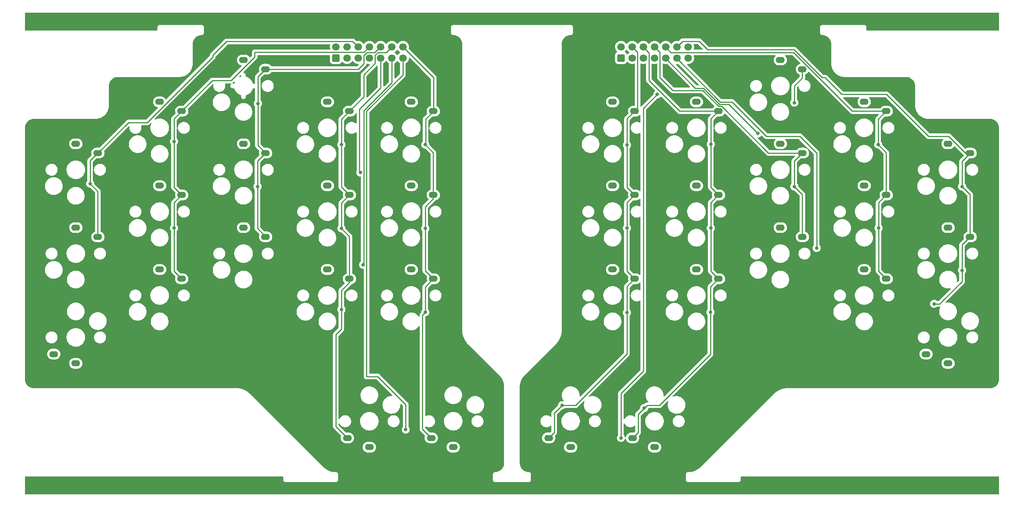
<source format=gtl>
%TF.GenerationSoftware,KiCad,Pcbnew,(6.0.7-1)-1*%
%TF.CreationDate,2022-09-05T18:02:15+08:00*%
%TF.ProjectId,Input,496e7075-742e-46b6-9963-61645f706362,2*%
%TF.SameCoordinates,PX7f2c270PY3f96138*%
%TF.FileFunction,Copper,L1,Top*%
%TF.FilePolarity,Positive*%
%FSLAX46Y46*%
G04 Gerber Fmt 4.6, Leading zero omitted, Abs format (unit mm)*
G04 Created by KiCad (PCBNEW (6.0.7-1)-1) date 2022-09-05 18:02:15*
%MOMM*%
%LPD*%
G01*
G04 APERTURE LIST*
G04 Aperture macros list*
%AMRoundRect*
0 Rectangle with rounded corners*
0 $1 Rounding radius*
0 $2 $3 $4 $5 $6 $7 $8 $9 X,Y pos of 4 corners*
0 Add a 4 corners polygon primitive as box body*
4,1,4,$2,$3,$4,$5,$6,$7,$8,$9,$2,$3,0*
0 Add four circle primitives for the rounded corners*
1,1,$1+$1,$2,$3*
1,1,$1+$1,$4,$5*
1,1,$1+$1,$6,$7*
1,1,$1+$1,$8,$9*
0 Add four rect primitives between the rounded corners*
20,1,$1+$1,$2,$3,$4,$5,0*
20,1,$1+$1,$4,$5,$6,$7,0*
20,1,$1+$1,$6,$7,$8,$9,0*
20,1,$1+$1,$8,$9,$2,$3,0*%
G04 Aperture macros list end*
%TA.AperFunction,ComponentPad*%
%ADD10RoundRect,0.250000X0.600000X-0.600000X0.600000X0.600000X-0.600000X0.600000X-0.600000X-0.600000X0*%
%TD*%
%TA.AperFunction,ComponentPad*%
%ADD11C,1.700000*%
%TD*%
%TA.AperFunction,ComponentPad*%
%ADD12O,2.000000X1.400000*%
%TD*%
%TA.AperFunction,ViaPad*%
%ADD13C,0.800000*%
%TD*%
%TA.AperFunction,Conductor*%
%ADD14C,0.250000*%
%TD*%
G04 APERTURE END LIST*
D10*
%TO.P,J1,1,Pin_1*%
%TO.N,VCC*%
X-17145000Y15875000D03*
D11*
%TO.P,J1,2,Pin_2*%
%TO.N,GND*%
X-17145000Y18415000D03*
%TO.P,J1,3,Pin_3*%
%TO.N,unconnected-(J1-Pad3)*%
X-14605000Y15875000D03*
%TO.P,J1,4,Pin_4*%
%TO.N,unconnected-(J1-Pad4)*%
X-14605000Y18415000D03*
%TO.P,J1,5,Pin_5*%
%TO.N,unconnected-(J1-Pad5)*%
X-12065000Y15875000D03*
%TO.P,J1,6,Pin_6*%
%TO.N,Col2*%
X-12065000Y18415000D03*
%TO.P,J1,7,Pin_7*%
%TO.N,Row3*%
X-9525000Y15875000D03*
%TO.P,J1,8,Pin_8*%
%TO.N,Col3*%
X-9525000Y18415000D03*
%TO.P,J1,9,Pin_9*%
%TO.N,Row4*%
X-6985000Y15875000D03*
%TO.P,J1,10,Pin_10*%
%TO.N,Col4*%
X-6985000Y18415000D03*
%TO.P,J1,11,Pin_11*%
%TO.N,Row5*%
X-4445000Y15875000D03*
%TO.P,J1,12,Pin_12*%
%TO.N,Col5*%
X-4445000Y18415000D03*
%TO.P,J1,13,Pin_13*%
%TO.N,Row6*%
X-1905000Y15875000D03*
%TO.P,J1,14,Pin_14*%
%TO.N,Col6*%
X-1905000Y18415000D03*
%TD*%
D10*
%TO.P,J2,1,Pin_1*%
%TO.N,VCC*%
X47625000Y15875000D03*
D11*
%TO.P,J2,2,Pin_2*%
%TO.N,GND*%
X47625000Y18415000D03*
%TO.P,J2,3,Pin_3*%
%TO.N,unconnected-(J2-Pad3)*%
X50165000Y15875000D03*
%TO.P,J2,4,Pin_4*%
%TO.N,Col7*%
X50165000Y18415000D03*
%TO.P,J2,5,Pin_5*%
%TO.N,unconnected-(J2-Pad5)*%
X52705000Y15875000D03*
%TO.P,J2,6,Pin_6*%
%TO.N,Col8*%
X52705000Y18415000D03*
%TO.P,J2,7,Pin_7*%
%TO.N,Row3'*%
X55245000Y15875000D03*
%TO.P,J2,8,Pin_8*%
%TO.N,Col9*%
X55245000Y18415000D03*
%TO.P,J2,9,Pin_9*%
%TO.N,Row4'*%
X57785000Y15875000D03*
%TO.P,J2,10,Pin_10*%
%TO.N,Col10*%
X57785000Y18415000D03*
%TO.P,J2,11,Pin_11*%
%TO.N,Row5'*%
X60325000Y15875000D03*
%TO.P,J2,12,Pin_12*%
%TO.N,Col11*%
X60325000Y18415000D03*
%TO.P,J2,13,Pin_13*%
%TO.N,Row6'*%
X62865000Y15875000D03*
%TO.P,J2,14,Pin_14*%
%TO.N,unconnected-(J2-Pad14)*%
X62865000Y18415000D03*
%TD*%
D12*
%TO.P,SW1,1,1*%
%TO.N,Net-(D1-Pad2)*%
X-76200000Y-3625000D03*
%TO.P,SW1,2,2*%
%TO.N,Col2*%
X-71200000Y-5725000D03*
%TD*%
%TO.P,SW7,1,1*%
%TO.N,Net-(D7-Pad2)*%
X64770000Y5900000D03*
%TO.P,SW7,2,2*%
%TO.N,Col8*%
X69770000Y3800000D03*
%TD*%
%TO.P,SW8,1,1*%
%TO.N,Net-(D8-Pad2)*%
X83820000Y15425000D03*
%TO.P,SW8,2,2*%
%TO.N,Col9*%
X88820000Y13325000D03*
%TD*%
%TO.P,SW2,1,1*%
%TO.N,Net-(D2-Pad2)*%
X-57150000Y5900000D03*
%TO.P,SW2,2,2*%
%TO.N,Col3*%
X-52150000Y3800000D03*
%TD*%
%TO.P,SW3,1,1*%
%TO.N,Net-(D3-Pad2)*%
X-38100000Y15425000D03*
%TO.P,SW3,2,2*%
%TO.N,Col4*%
X-33100000Y13325000D03*
%TD*%
%TO.P,SW4,1,1*%
%TO.N,Net-(D4-Pad2)*%
X-19050000Y5900000D03*
%TO.P,SW4,2,2*%
%TO.N,Col5*%
X-14050000Y3800000D03*
%TD*%
%TO.P,SW5,1,1*%
%TO.N,Net-(D5-Pad2)*%
X0Y5900000D03*
%TO.P,SW5,2,2*%
%TO.N,Col6*%
X5000000Y3800000D03*
%TD*%
%TO.P,SW9,1,1*%
%TO.N,Net-(D9-Pad2)*%
X102870000Y5900000D03*
%TO.P,SW9,2,2*%
%TO.N,Col10*%
X107870000Y3800000D03*
%TD*%
%TO.P,SW10,1,1*%
%TO.N,Net-(D10-Pad2)*%
X121920000Y-3625000D03*
%TO.P,SW10,2,2*%
%TO.N,Col11*%
X126920000Y-5725000D03*
%TD*%
%TO.P,SW11,1,1*%
%TO.N,Net-(D11-Pad2)*%
X-76200000Y-22675000D03*
%TO.P,SW11,2,2*%
%TO.N,Col2*%
X-71200000Y-24775000D03*
%TD*%
%TO.P,SW13,1,1*%
%TO.N,Net-(D13-Pad2)*%
X-38100000Y-3625000D03*
%TO.P,SW13,2,2*%
%TO.N,Col4*%
X-33100000Y-5725000D03*
%TD*%
%TO.P,SW14,1,1*%
%TO.N,Net-(D14-Pad2)*%
X-19050000Y-13150000D03*
%TO.P,SW14,2,2*%
%TO.N,Col5*%
X-14050000Y-15250000D03*
%TD*%
%TO.P,SW15,1,1*%
%TO.N,Net-(D15-Pad2)*%
X0Y-13150000D03*
%TO.P,SW15,2,2*%
%TO.N,Col6*%
X5000000Y-15250000D03*
%TD*%
%TO.P,SW16,1,1*%
%TO.N,Net-(D16-Pad2)*%
X45720000Y-13150000D03*
%TO.P,SW16,2,2*%
%TO.N,Col7*%
X50720000Y-15250000D03*
%TD*%
%TO.P,SW17,1,1*%
%TO.N,Net-(D17-Pad2)*%
X64770000Y-13150000D03*
%TO.P,SW17,2,2*%
%TO.N,Col8*%
X69770000Y-15250000D03*
%TD*%
%TO.P,SW22,1,1*%
%TO.N,Net-(D22-Pad2)*%
X-57150000Y-32200000D03*
%TO.P,SW22,2,2*%
%TO.N,Col3*%
X-52150000Y-34300000D03*
%TD*%
%TO.P,SW23,1,1*%
%TO.N,Net-(D23-Pad2)*%
X-38100000Y-22675000D03*
%TO.P,SW23,2,2*%
%TO.N,Col4*%
X-33100000Y-24775000D03*
%TD*%
%TO.P,SW28,1,1*%
%TO.N,Net-(D28-Pad2)*%
X83820000Y-22675000D03*
%TO.P,SW28,2,2*%
%TO.N,Col9*%
X88820000Y-24775000D03*
%TD*%
%TO.P,SW33,1,1*%
%TO.N,Net-(D33-Pad2)*%
X36195000Y-72575000D03*
%TO.P,SW33,2,2*%
%TO.N,Col7*%
X31195000Y-70475000D03*
%TD*%
%TO.P,SW20,1,1*%
%TO.N,Net-(D20-Pad2)*%
X121920000Y-22675000D03*
%TO.P,SW20,2,2*%
%TO.N,Col11*%
X126920000Y-24775000D03*
%TD*%
%TO.P,SW19,1,1*%
%TO.N,Net-(D19-Pad2)*%
X102870000Y-13150000D03*
%TO.P,SW19,2,2*%
%TO.N,Col10*%
X107870000Y-15250000D03*
%TD*%
%TO.P,SW26,1,1*%
%TO.N,Net-(D26-Pad2)*%
X45720000Y-32200000D03*
%TO.P,SW26,2,2*%
%TO.N,Col7*%
X50720000Y-34300000D03*
%TD*%
%TO.P,SW31,1,1*%
%TO.N,Net-(D31-Pad2)*%
X-9525000Y-72575000D03*
%TO.P,SW31,2,2*%
%TO.N,Col5*%
X-14525000Y-70475000D03*
%TD*%
%TO.P,SW34,1,1*%
%TO.N,Net-(D34-Pad2)*%
X55245000Y-72575000D03*
%TO.P,SW34,2,2*%
%TO.N,Col8*%
X50245000Y-70475000D03*
%TD*%
%TO.P,SW27,1,1*%
%TO.N,Net-(D27-Pad2)*%
X64770000Y-32200000D03*
%TO.P,SW27,2,2*%
%TO.N,Col8*%
X69770000Y-34300000D03*
%TD*%
%TO.P,SW29,1,1*%
%TO.N,Net-(D29-Pad2)*%
X102870000Y-32200000D03*
%TO.P,SW29,2,2*%
%TO.N,Col10*%
X107870000Y-34300000D03*
%TD*%
%TO.P,SW24,1,1*%
%TO.N,Net-(D24-Pad2)*%
X-19050000Y-32200000D03*
%TO.P,SW24,2,2*%
%TO.N,Col5*%
X-14050000Y-34300000D03*
%TD*%
%TO.P,SW21,2,2*%
%TO.N,Col2*%
X-81200000Y-51425000D03*
%TO.P,SW21,1,1*%
%TO.N,Net-(D21-Pad2)*%
X-76200000Y-53525000D03*
%TD*%
%TO.P,SW25,1,1*%
%TO.N,Net-(D25-Pad2)*%
X0Y-32200000D03*
%TO.P,SW25,2,2*%
%TO.N,Col6*%
X5000000Y-34300000D03*
%TD*%
%TO.P,SW30,2,2*%
%TO.N,Col11*%
X116920000Y-51425000D03*
%TO.P,SW30,1,1*%
%TO.N,Net-(D30-Pad2)*%
X121920000Y-53525000D03*
%TD*%
%TO.P,SW12,1,1*%
%TO.N,Net-(D12-Pad2)*%
X-57150000Y-13150000D03*
%TO.P,SW12,2,2*%
%TO.N,Col3*%
X-52150000Y-15250000D03*
%TD*%
%TO.P,SW6,1,1*%
%TO.N,Net-(D6-Pad2)*%
X45720000Y5900000D03*
%TO.P,SW6,2,2*%
%TO.N,Col7*%
X50720000Y3800000D03*
%TD*%
%TO.P,SW18,1,1*%
%TO.N,Net-(D18-Pad2)*%
X83820000Y-3625000D03*
%TO.P,SW18,2,2*%
%TO.N,Col9*%
X88820000Y-5725000D03*
%TD*%
%TO.P,SW32,1,1*%
%TO.N,Net-(D32-Pad2)*%
X9525000Y-72575000D03*
%TO.P,SW32,2,2*%
%TO.N,Col6*%
X4525000Y-70475000D03*
%TD*%
D13*
%TO.N,Col2*%
X-72939824Y-12700000D03*
%TO.N,Col10*%
X106045000Y-3810000D03*
X106130176Y-22774824D03*
%TO.N,Col11*%
X118745000Y-40005000D03*
X125095000Y-32385000D03*
X125095000Y-13335000D03*
%TO.N,Col9*%
X86995000Y-13335000D03*
X86995000Y5715000D03*
%TO.N,Row6'*%
X47625000Y-70485000D03*
X55880000Y7620000D03*
%TO.N,Row5'*%
X92075000Y-27305000D03*
%TO.N,Row4'*%
X78740000Y-1270000D03*
%TO.N,Col8*%
X68030176Y-3724824D03*
X68030176Y-22774824D03*
X67945001Y-41909999D03*
X52895964Y-63690964D03*
%TO.N,Col7*%
X48980176Y-3895176D03*
X48980176Y-22774824D03*
X48980176Y-41995176D03*
X34219999Y-63063855D03*
%TO.N,Col3*%
X-53889824Y-3089824D03*
X-53889824Y-22774824D03*
%TO.N,Col4*%
X-34925000Y-13335000D03*
X-34839824Y5546176D03*
%TO.N,Row6*%
X-1270000Y-68580000D03*
%TO.N,Row5*%
X-10938500Y-31115000D03*
%TO.N,Row4*%
X-11573500Y-10160000D03*
%TO.N,Col5*%
X-15875000Y-41275000D03*
%TO.N,Col6*%
X3175000Y-41910000D03*
X3175000Y-22860000D03*
X3175000Y-3810000D03*
%TO.N,Col5*%
X-15875000Y-22860000D03*
X-15875000Y-3810000D03*
%TD*%
D14*
%TO.N,Col2*%
X-71200000Y-14439824D02*
X-72939824Y-12700000D01*
X-72939824Y-7464824D02*
X-72939824Y-12700000D01*
X-71200000Y-24775000D02*
X-71200000Y-14439824D01*
X-71200000Y-5725000D02*
X-72939824Y-7464824D01*
%TO.N,Col10*%
X106045000Y-3810000D02*
X106045000Y1975000D01*
X106045000Y1975000D02*
X107870000Y3800000D01*
X107870000Y-15250000D02*
X107870000Y-5635000D01*
X107870000Y-5635000D02*
X106045000Y-3810000D01*
X106130176Y-32560176D02*
X106130176Y-22774824D01*
X106130176Y-22774824D02*
X106130176Y-16989824D01*
X107870000Y-34300000D02*
X106130176Y-32560176D01*
X106130176Y-16989824D02*
X107870000Y-15250000D01*
%TO.N,Col11*%
X125095000Y-32385000D02*
X125095000Y-34925000D01*
X125095000Y-34925000D02*
X120650000Y-39370000D01*
X120650000Y-39370000D02*
X120015000Y-40005000D01*
X120015000Y-40005000D02*
X118745000Y-40005000D01*
X126920000Y-24775000D02*
X125095000Y-26600000D01*
X125095000Y-26600000D02*
X125095000Y-32385000D01*
X125095000Y-13335000D02*
X126920000Y-15160000D01*
X126920000Y-15160000D02*
X126920000Y-24775000D01*
X125095000Y-7620000D02*
X125095000Y-13335000D01*
X126920000Y-5725000D02*
X126194999Y-6450001D01*
X126194999Y-6520001D02*
X125095000Y-7620000D01*
X126194999Y-6450001D02*
X126194999Y-6520001D01*
X60325000Y18415000D02*
X61595000Y19685000D01*
X61595000Y19685000D02*
X65405000Y19685000D01*
X65405000Y19685000D02*
X67310000Y17780000D01*
X67310000Y17780000D02*
X86902994Y17780000D01*
X93252994Y11430000D02*
X93980000Y11430000D01*
X93980000Y11430000D02*
X97790000Y7620000D01*
X86902994Y17780000D02*
X93252994Y11430000D01*
X97790000Y7620000D02*
X107950000Y7620000D01*
X107950000Y7620000D02*
X117475000Y-1905000D01*
X117475000Y-1905000D02*
X122025936Y-1905000D01*
X122025936Y-1905000D02*
X125845936Y-5725000D01*
X125845936Y-5725000D02*
X126920000Y-5725000D01*
%TO.N,Col7*%
X50165000Y18415000D02*
X51394000Y17186000D01*
X51394000Y17186000D02*
X51394000Y4474000D01*
X51394000Y4474000D02*
X50720000Y3800000D01*
%TO.N,Col10*%
X107870000Y3800000D02*
X100170936Y3800000D01*
X58937500Y17145000D02*
X57785000Y18297500D01*
X100170936Y3800000D02*
X86825936Y17145000D01*
X86825936Y17145000D02*
X58937500Y17145000D01*
%TO.N,Col9*%
X55245000Y18297500D02*
X55362500Y18297500D01*
X56474000Y17186000D02*
X56474000Y11471000D01*
X81120936Y-5725000D02*
X88820000Y-5725000D01*
X55362500Y18297500D02*
X56474000Y17186000D01*
X56474000Y11471000D02*
X59427002Y8517998D01*
X59427002Y8517998D02*
X66140386Y8517998D01*
X69779384Y4879000D02*
X70516936Y4879000D01*
X66140386Y8517998D02*
X69779384Y4879000D01*
X70516936Y4879000D02*
X81120936Y-5725000D01*
X86995000Y-13335000D02*
X88820000Y-15160000D01*
X88820000Y-15160000D02*
X88820000Y-24775000D01*
X88820000Y-5725000D02*
X86995000Y-7550000D01*
X86995000Y-7550000D02*
X86995000Y-13335000D01*
X88820000Y13325000D02*
X88820000Y11350000D01*
X86995000Y9525000D02*
X86995000Y5715000D01*
X88820000Y11350000D02*
X86995000Y9525000D01*
%TO.N,Row6'*%
X52705000Y4445000D02*
X52705000Y-55245000D01*
X52705000Y-55245000D02*
X47625000Y-60325000D01*
X55880000Y7620000D02*
X52705000Y4445000D01*
X47625000Y-60325000D02*
X47625000Y-70485000D01*
%TO.N,Row4'*%
X72087499Y5382501D02*
X78740000Y-1270000D01*
X57785000Y15757500D02*
X64521001Y9021499D01*
X64521001Y9021499D02*
X66348943Y9021499D01*
X69987941Y5382501D02*
X72087499Y5382501D01*
%TO.N,Row5'*%
X60325000Y15757500D02*
X70196498Y5886002D01*
X70196498Y5886002D02*
X72853998Y5886002D01*
X72853998Y5886002D02*
X80645000Y-1905000D01*
X80645000Y-1905000D02*
X88265000Y-1905000D01*
%TO.N,Row4'*%
X66348943Y9021499D02*
X69987941Y5382501D01*
%TO.N,Row5'*%
X88265000Y-1905000D02*
X92075000Y-5715000D01*
X92075000Y-5715000D02*
X92075000Y-27305000D01*
%TO.N,Col8*%
X53975000Y10795000D02*
X60970000Y3800000D01*
X52705000Y18297500D02*
X53975000Y17027500D01*
X60970000Y3800000D02*
X69770000Y3800000D01*
X53975000Y17027500D02*
X53975000Y10795000D01*
X69770000Y3800000D02*
X68030176Y2060176D01*
X68030176Y2060176D02*
X68030176Y-13510176D01*
X68030176Y-13510176D02*
X69770000Y-15250000D01*
X69770000Y-15250000D02*
X68030176Y-16989824D01*
X68030176Y-16989824D02*
X68030176Y-32560176D01*
X68030176Y-32560176D02*
X69770000Y-34300000D01*
X69770000Y-34300000D02*
X67945001Y-36124999D01*
X67945001Y-36124999D02*
X67945001Y-51434999D01*
X67945001Y-51434999D02*
X56316145Y-63063855D01*
X56316145Y-63063855D02*
X53523072Y-63063855D01*
X53523072Y-63063855D02*
X51495000Y-65091927D01*
X51495000Y-65091927D02*
X51495000Y-69225000D01*
X51495000Y-69225000D02*
X50245000Y-70475000D01*
%TO.N,Col7*%
X50720000Y3800000D02*
X48980176Y2060176D01*
X48980176Y2060176D02*
X48980176Y-13510176D01*
X48980176Y-13510176D02*
X50720000Y-15250000D01*
X48980176Y-16989824D02*
X48980176Y-24850176D01*
X48980176Y-24850176D02*
X48980176Y-32560176D01*
X48980176Y-22774824D02*
X48980176Y-24850176D01*
X50720000Y-15250000D02*
X48980176Y-16989824D01*
X48980176Y-32560176D02*
X50720000Y-34300000D01*
X50720000Y-34300000D02*
X48980176Y-36039824D01*
X48980176Y-36039824D02*
X48980176Y-51349824D01*
X48980176Y-51349824D02*
X37266145Y-63063855D01*
X37266145Y-63063855D02*
X34219999Y-63063855D01*
X31195000Y-70475000D02*
X32445000Y-69225000D01*
X32445000Y-69225000D02*
X32445000Y-64838854D01*
X32445000Y-64838854D02*
X34219999Y-63063855D01*
X50165000Y18297500D02*
X50165000Y18415000D01*
%TO.N,Col3*%
X-53889824Y-3089824D02*
X-53889824Y-13510176D01*
X-53889824Y-22774824D02*
X-53889824Y-32560176D01*
X-52150000Y-15250000D02*
X-53889824Y-16989824D01*
X-53889824Y-16989824D02*
X-53889824Y-22774824D01*
X-53889824Y-32560176D02*
X-52150000Y-34300000D01*
X-52150000Y3800000D02*
X-53889824Y2060176D01*
X-53889824Y-13510176D02*
X-52150000Y-15250000D01*
X-53889824Y2060176D02*
X-53889824Y-3089824D01*
%TO.N,Col2*%
X-12065000Y18415000D02*
X-13294000Y19644000D01*
X-13294000Y19644000D02*
X-41951000Y19644000D01*
X-59999063Y1225001D02*
X-64249999Y1225001D01*
X-41951000Y19644000D02*
X-45085000Y16510000D01*
X-45085000Y16139064D02*
X-59999063Y1225001D01*
X-45085000Y16510000D02*
X-45085000Y16139064D01*
X-64249999Y1225001D02*
X-71200000Y-5725000D01*
%TO.N,Col4*%
X-7020325Y18415000D02*
X-6985000Y18415000D01*
X-10082942Y17145000D02*
X-8290325Y17145000D01*
X-10795000Y16432942D02*
X-10082942Y17145000D01*
X-8290325Y17145000D02*
X-7020325Y18415000D01*
%TO.N,Col3*%
X-35560000Y17145000D02*
X-35560000Y16139064D01*
%TO.N,Col4*%
X-33100000Y13325000D02*
X-12075000Y13325000D01*
X-12075000Y13325000D02*
X-10795000Y14605000D01*
X-10795000Y14605000D02*
X-10795000Y16432942D01*
%TO.N,Col3*%
X-9525000Y18415000D02*
X-10754000Y17186000D01*
X-10754000Y17186000D02*
X-35519000Y17186000D01*
X-35519000Y17186000D02*
X-35560000Y17145000D01*
X-35560000Y16139064D02*
X-40949063Y10750001D01*
X-40949063Y10750001D02*
X-45199999Y10750001D01*
X-45199999Y10750001D02*
X-52150000Y3800000D01*
%TO.N,Col4*%
X-33100000Y-5725000D02*
X-34925000Y-7550000D01*
X-34925000Y-7550000D02*
X-34925000Y-22860000D01*
X-34925000Y-22860000D02*
X-33100000Y-24685000D01*
X-33100000Y-24685000D02*
X-33100000Y-24775000D01*
X-34839824Y5546176D02*
X-34839824Y-3985176D01*
X-34839824Y-3985176D02*
X-33100000Y-5725000D01*
X-33100000Y13325000D02*
X-34839824Y11585176D01*
X-34839824Y11585176D02*
X-34839824Y5546176D01*
%TO.N,Col5*%
X-14050000Y3800000D02*
X-10795000Y7055000D01*
X-5715000Y17145000D02*
X-4445000Y18415000D01*
X-10795000Y7055000D02*
X-10795000Y12065000D01*
X-10795000Y12065000D02*
X-8214000Y14646000D01*
X-8214000Y14646000D02*
X-8214000Y16509267D01*
X-8214000Y16509267D02*
X-7578267Y17145000D01*
X-7578267Y17145000D02*
X-5715000Y17145000D01*
%TO.N,Row6*%
X-7620000Y-56515000D02*
X-1270000Y-62865000D01*
X-1270000Y-62865000D02*
X-1270000Y-68580000D01*
X-10160000Y-56515000D02*
X-7620000Y-56515000D01*
%TO.N,Row5*%
X-4445000Y10237058D02*
X-10795000Y3887058D01*
X-4445000Y15875000D02*
X-4445000Y10237058D01*
%TO.N,Row4*%
X-6985000Y9044116D02*
X-11802002Y4227114D01*
%TO.N,Row5*%
X-10795000Y3887058D02*
X-10795000Y-30971500D01*
%TO.N,Row4*%
X-6985000Y15875000D02*
X-6985000Y9044116D01*
%TO.N,Row6*%
X-1905000Y12065000D02*
X-10160000Y3810000D01*
X-1905000Y15875000D02*
X-1905000Y12065000D01*
%TO.N,Row5*%
X-10795000Y-30971500D02*
X-10938500Y-31115000D01*
%TO.N,Row4*%
X-11802002Y-9931498D02*
X-11573500Y-10160000D01*
X-11802002Y4227114D02*
X-11802002Y-9931498D01*
%TO.N,Row6*%
X-10160000Y3810000D02*
X-10160000Y-56515000D01*
%TO.N,Col5*%
X-17145000Y-58420000D02*
X-17145000Y-67855000D01*
X-15875000Y-41275000D02*
X-15875000Y-45720000D01*
X-15875000Y-45720000D02*
X-17145000Y-46990000D01*
X-17145000Y-46990000D02*
X-17145000Y-58420000D01*
X-17145000Y-67855000D02*
X-14525000Y-70475000D01*
X-15875000Y-36960175D02*
X-15875000Y-41275000D01*
X-14050000Y-24685000D02*
X-14050000Y-35135175D01*
X-15875000Y-22860000D02*
X-14050000Y-24685000D01*
X-14050000Y-35135175D02*
X-15875000Y-36960175D01*
%TO.N,Col6*%
X2540000Y-68490000D02*
X2540000Y-60960000D01*
X3175000Y-41910000D02*
X2540000Y-42545000D01*
X4525000Y-70475000D02*
X2540000Y-68490000D01*
X2540000Y-42545000D02*
X2540000Y-60960000D01*
X3175000Y-22860000D02*
X3175000Y-32475000D01*
X3175000Y-32475000D02*
X5000000Y-34300000D01*
X5000000Y-34300000D02*
X3175000Y-36125000D01*
X3175000Y-36125000D02*
X3175000Y-41910000D01*
X3175000Y-3810000D02*
X5000000Y-5635000D01*
X5000000Y-5635000D02*
X5000000Y-16085175D01*
X5000000Y-16085175D02*
X3175000Y-17910175D01*
X3175000Y-17910175D02*
X3175000Y-22860000D01*
%TO.N,Col5*%
X-15875000Y-17075000D02*
X-15875000Y-22860000D01*
X-14050000Y-15250000D02*
X-15875000Y-17075000D01*
X-15875000Y-3810000D02*
X-15875000Y-13425000D01*
X-15875000Y-13425000D02*
X-14050000Y-15250000D01*
X-14050000Y3800000D02*
X-15875000Y1975000D01*
X-15875000Y1975000D02*
X-15875000Y-3810000D01*
%TO.N,Col6*%
X5000000Y3800000D02*
X5000000Y3730000D01*
X5000000Y3730000D02*
X3260176Y1990176D01*
X3260176Y1990176D02*
X3260176Y-3724824D01*
X3260176Y-3724824D02*
X3175000Y-3810000D01*
X5000000Y3800000D02*
X5070000Y3800000D01*
X5070000Y3800000D02*
X5080000Y3810000D01*
X5080000Y3810000D02*
X5080000Y11430000D01*
X5080000Y11430000D02*
X-1905000Y18415000D01*
%TD*%
%TA.AperFunction,NonConductor*%
G36*
X65158527Y19031498D02*
G01*
X65179501Y19014595D01*
X66200500Y17993595D01*
X66234526Y17931283D01*
X66229461Y17860467D01*
X66186914Y17803632D01*
X66120394Y17778821D01*
X66111405Y17778500D01*
X64261477Y17778500D01*
X64193356Y17798502D01*
X64146863Y17852158D01*
X64136759Y17922432D01*
X64140917Y17941121D01*
X64197370Y18126931D01*
X64226529Y18348410D01*
X64226611Y18351760D01*
X64228074Y18411635D01*
X64228074Y18411639D01*
X64228156Y18415000D01*
X64209852Y18637639D01*
X64166390Y18810670D01*
X64156690Y18849286D01*
X64156690Y18849287D01*
X64155431Y18854298D01*
X64146318Y18875257D01*
X64137497Y18945703D01*
X64168163Y19009735D01*
X64228579Y19047023D01*
X64261867Y19051500D01*
X65090406Y19051500D01*
X65158527Y19031498D01*
G37*
%TD.AperFunction*%
%TA.AperFunction,NonConductor*%
G36*
X48977026Y17739856D02*
G01*
X49004875Y17708006D01*
X49015577Y17690542D01*
X49064987Y17609912D01*
X49211250Y17441062D01*
X49383126Y17298368D01*
X49405960Y17285025D01*
X49456445Y17255524D01*
X49505169Y17203886D01*
X49518240Y17134103D01*
X49491509Y17068331D01*
X49451055Y17034973D01*
X49438607Y17028493D01*
X49434474Y17025390D01*
X49434471Y17025388D01*
X49264100Y16897470D01*
X49259965Y16894365D01*
X49154309Y16783802D01*
X49126027Y16754207D01*
X49064503Y16718777D01*
X48993590Y16722234D01*
X48935804Y16763480D01*
X48920833Y16787806D01*
X48918865Y16792006D01*
X48916550Y16798946D01*
X48823478Y16949348D01*
X48698303Y17074305D01*
X48683166Y17083636D01*
X48614586Y17125909D01*
X48547738Y17167115D01*
X48540785Y17169421D01*
X48539904Y17169832D01*
X48486618Y17216748D01*
X48467156Y17285025D01*
X48487696Y17352985D01*
X48505529Y17373156D01*
X48504860Y17373827D01*
X48625336Y17493883D01*
X48663096Y17531511D01*
X48681326Y17556880D01*
X48793453Y17712923D01*
X48794776Y17711972D01*
X48841645Y17755143D01*
X48911580Y17767375D01*
X48977026Y17739856D01*
G37*
%TD.AperFunction*%
%TA.AperFunction,NonConductor*%
G36*
X60649563Y14526738D02*
G01*
X60684558Y14502038D01*
X65316502Y9870094D01*
X65350528Y9807782D01*
X65345463Y9736967D01*
X65302916Y9680131D01*
X65236396Y9655320D01*
X65227407Y9654999D01*
X64835595Y9654999D01*
X64767474Y9675001D01*
X64746500Y9691904D01*
X60134346Y14304059D01*
X60100320Y14366371D01*
X60105385Y14437186D01*
X60147932Y14494022D01*
X60214452Y14518833D01*
X60228058Y14519069D01*
X60381673Y14513436D01*
X60381677Y14513436D01*
X60386837Y14513247D01*
X60391957Y14513903D01*
X60391959Y14513903D01*
X60492150Y14526738D01*
X60579454Y14537922D01*
X60649563Y14526738D01*
G37*
%TD.AperFunction*%
%TA.AperFunction,NonConductor*%
G36*
X57278446Y14614179D02*
G01*
X57404692Y14565970D01*
X57409760Y14564939D01*
X57409763Y14564938D01*
X57482857Y14550067D01*
X57623597Y14521433D01*
X57628772Y14521243D01*
X57628774Y14521243D01*
X57841673Y14513436D01*
X57841677Y14513436D01*
X57846837Y14513247D01*
X57851957Y14513903D01*
X57851959Y14513903D01*
X57909255Y14521243D01*
X58039453Y14537922D01*
X58109562Y14526738D01*
X58144557Y14502038D01*
X63280002Y9366593D01*
X63314028Y9304281D01*
X63308963Y9233466D01*
X63266416Y9176630D01*
X63199896Y9151819D01*
X63190907Y9151498D01*
X59741597Y9151498D01*
X59673476Y9171500D01*
X59652502Y9188403D01*
X57144405Y11696500D01*
X57110379Y11758812D01*
X57107500Y11785595D01*
X57107500Y14496468D01*
X57127502Y14564589D01*
X57181158Y14611082D01*
X57251432Y14621186D01*
X57278446Y14614179D01*
G37*
%TD.AperFunction*%
%TA.AperFunction,NonConductor*%
G36*
X52198446Y14614179D02*
G01*
X52324692Y14565970D01*
X52329760Y14564939D01*
X52329763Y14564938D01*
X52402857Y14550067D01*
X52543597Y14521433D01*
X52548772Y14521243D01*
X52548774Y14521243D01*
X52761673Y14513436D01*
X52761677Y14513436D01*
X52766837Y14513247D01*
X52771957Y14513903D01*
X52771959Y14513903D01*
X52983288Y14540975D01*
X52983289Y14540975D01*
X52988416Y14541632D01*
X53012912Y14548981D01*
X53179292Y14598898D01*
X53250288Y14599315D01*
X53310238Y14561282D01*
X53340110Y14496876D01*
X53341500Y14478212D01*
X53341500Y10873767D01*
X53340973Y10862584D01*
X53339298Y10855091D01*
X53339547Y10847165D01*
X53339547Y10847164D01*
X53341438Y10787014D01*
X53341500Y10783055D01*
X53341500Y10755144D01*
X53341997Y10751210D01*
X53341997Y10751209D01*
X53342005Y10751144D01*
X53342938Y10739307D01*
X53344327Y10695111D01*
X53349978Y10675661D01*
X53353987Y10656300D01*
X53354224Y10654428D01*
X53356526Y10636203D01*
X53359445Y10628832D01*
X53359445Y10628830D01*
X53372804Y10595088D01*
X53376649Y10583858D01*
X53386771Y10549017D01*
X53388982Y10541407D01*
X53393015Y10534588D01*
X53393017Y10534583D01*
X53399293Y10523972D01*
X53407988Y10506224D01*
X53415448Y10487383D01*
X53420110Y10480967D01*
X53420110Y10480966D01*
X53441436Y10451613D01*
X53447952Y10441693D01*
X53465639Y10411787D01*
X53470458Y10403638D01*
X53484779Y10389317D01*
X53497619Y10374284D01*
X53509528Y10357893D01*
X53540408Y10332347D01*
X53543605Y10329702D01*
X53552384Y10321712D01*
X55341942Y8532153D01*
X55375968Y8469841D01*
X55370903Y8399025D01*
X55326908Y8341123D01*
X55268747Y8298866D01*
X55264326Y8293956D01*
X55264325Y8293955D01*
X55153385Y8170743D01*
X55140960Y8156944D01*
X55045473Y7991556D01*
X54986458Y7809928D01*
X54970939Y7662267D01*
X54969093Y7644707D01*
X54942080Y7579050D01*
X54932878Y7568782D01*
X52312747Y4948652D01*
X52304461Y4941112D01*
X52297982Y4937000D01*
X52292557Y4931223D01*
X52251357Y4887349D01*
X52248602Y4884507D01*
X52242595Y4878500D01*
X52180283Y4844474D01*
X52109468Y4849539D01*
X52052632Y4892086D01*
X52027821Y4958606D01*
X52027500Y4967595D01*
X52027500Y14496468D01*
X52047502Y14564589D01*
X52101158Y14611082D01*
X52171432Y14621186D01*
X52198446Y14614179D01*
G37*
%TD.AperFunction*%
%TA.AperFunction,NonConductor*%
G36*
X54779449Y14598521D02*
G01*
X54815007Y14584943D01*
X54864692Y14565970D01*
X54869760Y14564939D01*
X54869763Y14564938D01*
X54942857Y14550067D01*
X55083597Y14521433D01*
X55088772Y14521243D01*
X55088774Y14521243D01*
X55301673Y14513436D01*
X55301677Y14513436D01*
X55306837Y14513247D01*
X55311957Y14513903D01*
X55311959Y14513903D01*
X55523288Y14540975D01*
X55523289Y14540975D01*
X55528416Y14541632D01*
X55533367Y14543117D01*
X55533370Y14543118D01*
X55678293Y14586597D01*
X55749288Y14587013D01*
X55809238Y14548981D01*
X55839110Y14484575D01*
X55840500Y14465911D01*
X55840500Y11549767D01*
X55839973Y11538584D01*
X55838298Y11531091D01*
X55838547Y11523165D01*
X55838547Y11523164D01*
X55840438Y11463014D01*
X55840500Y11459055D01*
X55840500Y11431144D01*
X55840997Y11427210D01*
X55840997Y11427209D01*
X55841005Y11427144D01*
X55841938Y11415307D01*
X55843327Y11371111D01*
X55848821Y11352201D01*
X55848978Y11351661D01*
X55852987Y11332300D01*
X55855526Y11312203D01*
X55858445Y11304832D01*
X55858445Y11304830D01*
X55871804Y11271088D01*
X55875649Y11259858D01*
X55885084Y11227381D01*
X55887982Y11217407D01*
X55892015Y11210588D01*
X55892017Y11210583D01*
X55898293Y11199972D01*
X55906988Y11182224D01*
X55914448Y11163383D01*
X55933836Y11136697D01*
X55940436Y11127613D01*
X55946952Y11117693D01*
X55969458Y11079638D01*
X55983779Y11065317D01*
X55996619Y11050284D01*
X56008528Y11033893D01*
X56042605Y11005702D01*
X56051384Y10997712D01*
X58923345Y8125751D01*
X58930889Y8117461D01*
X58935002Y8110980D01*
X58940779Y8105555D01*
X58984669Y8064340D01*
X58987511Y8061585D01*
X59007232Y8041864D01*
X59010427Y8039386D01*
X59019449Y8031680D01*
X59051681Y8001412D01*
X59058630Y7997592D01*
X59069434Y7991652D01*
X59085958Y7980799D01*
X59101961Y7968385D01*
X59142545Y7950822D01*
X59153175Y7945615D01*
X59191942Y7924303D01*
X59199619Y7922332D01*
X59199624Y7922330D01*
X59211560Y7919266D01*
X59230268Y7912861D01*
X59248857Y7904817D01*
X59256682Y7903578D01*
X59256684Y7903577D01*
X59292521Y7897901D01*
X59304142Y7895494D01*
X59339291Y7886470D01*
X59346972Y7884498D01*
X59367233Y7884498D01*
X59386942Y7882947D01*
X59406945Y7879779D01*
X59414837Y7880525D01*
X59420064Y7881019D01*
X59450956Y7883939D01*
X59462813Y7884498D01*
X65825792Y7884498D01*
X65893913Y7864496D01*
X65914887Y7847593D01*
X68785713Y4976767D01*
X68819739Y4914455D01*
X68814674Y4843640D01*
X68770145Y4785350D01*
X68743908Y4766497D01*
X68681707Y4721802D01*
X68681702Y4721798D01*
X68677149Y4718526D01*
X68653760Y4694390D01*
X68536717Y4573611D01*
X68527023Y4563608D01*
X68489400Y4507619D01*
X68477039Y4489224D01*
X68422443Y4443839D01*
X68372457Y4433500D01*
X61284594Y4433500D01*
X61216473Y4453502D01*
X61195499Y4470405D01*
X59804017Y5861887D01*
X63257214Y5861887D01*
X63283130Y5647723D01*
X63284777Y5642369D01*
X63284778Y5642365D01*
X63324583Y5512980D01*
X63346563Y5441534D01*
X63445505Y5249836D01*
X63448920Y5245386D01*
X63573415Y5083140D01*
X63573419Y5083136D01*
X63576831Y5078689D01*
X63613410Y5045405D01*
X63732242Y4937276D01*
X63732245Y4937274D01*
X63736389Y4933503D01*
X63741141Y4930522D01*
X63914379Y4821849D01*
X63914383Y4821847D01*
X63919135Y4818866D01*
X64119293Y4738403D01*
X64330537Y4694656D01*
X64335148Y4694390D01*
X64335149Y4694390D01*
X64383452Y4691605D01*
X64383456Y4691605D01*
X64385275Y4691500D01*
X65124735Y4691500D01*
X65127522Y4691749D01*
X65127528Y4691749D01*
X65194240Y4697703D01*
X65284872Y4705792D01*
X65411740Y4740499D01*
X65487536Y4761234D01*
X65487540Y4761235D01*
X65492952Y4762716D01*
X65687663Y4855589D01*
X65854241Y4975287D01*
X65858292Y4978198D01*
X65862851Y4981474D01*
X65928535Y5049255D01*
X66009074Y5132364D01*
X66009076Y5132367D01*
X66012977Y5136392D01*
X66133297Y5315447D01*
X66151208Y5356248D01*
X66190997Y5446891D01*
X66220008Y5512980D01*
X66258732Y5674277D01*
X66269058Y5717288D01*
X66269058Y5717289D01*
X66270368Y5722745D01*
X66280494Y5898365D01*
X66282463Y5932506D01*
X66282463Y5932509D01*
X66282786Y5938113D01*
X66265931Y6077402D01*
X66257544Y6146708D01*
X66257544Y6146709D01*
X66256870Y6152277D01*
X66251341Y6170251D01*
X66195085Y6353109D01*
X66193437Y6358466D01*
X66131016Y6479405D01*
X66097066Y6545183D01*
X66097065Y6545184D01*
X66094495Y6550164D01*
X66030337Y6633776D01*
X65966585Y6716860D01*
X65966581Y6716864D01*
X65963169Y6721311D01*
X65854777Y6819940D01*
X65807758Y6862724D01*
X65807755Y6862726D01*
X65803611Y6866497D01*
X65787099Y6876855D01*
X65625621Y6978151D01*
X65625617Y6978153D01*
X65620865Y6981134D01*
X65420707Y7061597D01*
X65209463Y7105344D01*
X65204852Y7105610D01*
X65204851Y7105610D01*
X65156548Y7108395D01*
X65156544Y7108395D01*
X65154725Y7108500D01*
X64415265Y7108500D01*
X64412478Y7108251D01*
X64412472Y7108251D01*
X64345760Y7102297D01*
X64255128Y7094208D01*
X64158772Y7067848D01*
X64052464Y7038766D01*
X64052460Y7038765D01*
X64047048Y7037284D01*
X63852337Y6944411D01*
X63677149Y6818526D01*
X63673242Y6814494D01*
X63569673Y6707619D01*
X63527023Y6663608D01*
X63406703Y6484553D01*
X63404444Y6479407D01*
X63404443Y6479405D01*
X63379771Y6423201D01*
X63319992Y6287020D01*
X63269632Y6077255D01*
X63264844Y5994212D01*
X63259139Y5895267D01*
X63257214Y5861887D01*
X59804017Y5861887D01*
X54645405Y11020500D01*
X54611379Y11082812D01*
X54608500Y11109595D01*
X54608500Y14480811D01*
X54628502Y14548932D01*
X54682158Y14595425D01*
X54752432Y14605529D01*
X54779449Y14598521D01*
G37*
%TD.AperFunction*%
%TA.AperFunction,NonConductor*%
G36*
X51987673Y2956033D02*
G01*
X52045170Y2914384D01*
X52071022Y2848262D01*
X52071500Y2837300D01*
X52071500Y1295216D01*
X52051498Y1227095D01*
X51997842Y1180602D01*
X51927568Y1170498D01*
X51883168Y1185714D01*
X51853717Y1202479D01*
X51791886Y1237675D01*
X51575175Y1316337D01*
X51569926Y1317286D01*
X51569923Y1317287D01*
X51352392Y1356623D01*
X51352385Y1356624D01*
X51348308Y1357361D01*
X51330586Y1358197D01*
X51325644Y1358430D01*
X51325637Y1358430D01*
X51324156Y1358500D01*
X51162110Y1358500D01*
X51095191Y1352822D01*
X50995591Y1344371D01*
X50995587Y1344370D01*
X50990280Y1343920D01*
X50985125Y1342582D01*
X50985119Y1342581D01*
X50772297Y1287343D01*
X50772293Y1287342D01*
X50767128Y1286001D01*
X50762262Y1283809D01*
X50762259Y1283808D01*
X50657681Y1236699D01*
X50556925Y1191312D01*
X50365681Y1062559D01*
X50361824Y1058880D01*
X50361822Y1058878D01*
X50323810Y1022616D01*
X50198865Y903424D01*
X50061246Y718458D01*
X50058830Y713707D01*
X50058828Y713703D01*
X50047233Y690897D01*
X49956760Y512949D01*
X49955178Y507855D01*
X49955177Y507852D01*
X49915852Y381204D01*
X49888393Y292773D01*
X49887692Y287484D01*
X49864584Y113133D01*
X49835805Y48231D01*
X49776506Y9191D01*
X49705513Y8408D01*
X49645367Y46130D01*
X49615164Y110382D01*
X49613676Y129688D01*
X49613676Y1745582D01*
X49633678Y1813703D01*
X49650581Y1834677D01*
X50370499Y2554595D01*
X50432811Y2588621D01*
X50459594Y2591500D01*
X51074735Y2591500D01*
X51077522Y2591749D01*
X51077528Y2591749D01*
X51144240Y2597703D01*
X51234872Y2605792D01*
X51373448Y2643702D01*
X51437536Y2661234D01*
X51437540Y2661235D01*
X51442952Y2662716D01*
X51637663Y2755589D01*
X51812851Y2881474D01*
X51855016Y2924985D01*
X51916786Y2959985D01*
X51987673Y2956033D01*
G37*
%TD.AperFunction*%
%TA.AperFunction,NonConductor*%
G36*
X49822188Y-44655D02*
G01*
X49860572Y-104381D01*
X49865587Y-135152D01*
X49866751Y-166158D01*
X49914093Y-391791D01*
X49916051Y-396750D01*
X49916052Y-396752D01*
X49922658Y-413478D01*
X49998776Y-606221D01*
X50118377Y-803317D01*
X50121874Y-807347D01*
X50257084Y-963163D01*
X50269477Y-977445D01*
X50286876Y-991711D01*
X50443627Y-1120240D01*
X50443633Y-1120244D01*
X50447755Y-1123624D01*
X50452391Y-1126263D01*
X50452394Y-1126265D01*
X50566666Y-1191312D01*
X50648114Y-1237675D01*
X50864825Y-1316337D01*
X50870074Y-1317286D01*
X50870077Y-1317287D01*
X51087608Y-1356623D01*
X51087615Y-1356624D01*
X51091692Y-1357361D01*
X51109414Y-1358197D01*
X51114356Y-1358430D01*
X51114363Y-1358430D01*
X51115844Y-1358500D01*
X51277890Y-1358500D01*
X51351690Y-1352238D01*
X51444409Y-1344371D01*
X51444413Y-1344370D01*
X51449720Y-1343920D01*
X51454875Y-1342582D01*
X51454881Y-1342581D01*
X51667703Y-1287343D01*
X51667707Y-1287342D01*
X51672872Y-1286001D01*
X51677738Y-1283809D01*
X51677741Y-1283808D01*
X51878203Y-1193507D01*
X51878206Y-1193505D01*
X51883075Y-1191312D01*
X51885077Y-1189964D01*
X51953468Y-1174504D01*
X52020188Y-1198774D01*
X52063194Y-1255263D01*
X52071500Y-1300252D01*
X52071500Y-14287753D01*
X52051498Y-14355874D01*
X51997842Y-14402367D01*
X51927568Y-14412471D01*
X51860701Y-14380947D01*
X51757758Y-14287276D01*
X51757755Y-14287274D01*
X51753611Y-14283503D01*
X51684128Y-14239916D01*
X51575621Y-14171849D01*
X51575617Y-14171847D01*
X51570865Y-14168866D01*
X51370707Y-14088403D01*
X51159463Y-14044656D01*
X51154852Y-14044390D01*
X51154851Y-14044390D01*
X51106548Y-14041605D01*
X51106544Y-14041605D01*
X51104725Y-14041500D01*
X50459595Y-14041500D01*
X50391474Y-14021498D01*
X50370499Y-14004595D01*
X49650580Y-13284675D01*
X49616555Y-13222363D01*
X49613676Y-13195580D01*
X49613676Y-4597700D01*
X49633678Y-4529579D01*
X49646034Y-4513397D01*
X49719216Y-4432120D01*
X49814703Y-4266732D01*
X49873718Y-4085104D01*
X49874555Y-4077146D01*
X49892990Y-3901741D01*
X49893680Y-3895176D01*
X49883325Y-3796650D01*
X49874408Y-3711811D01*
X49874408Y-3711809D01*
X49873718Y-3705248D01*
X49814703Y-3523620D01*
X49719216Y-3358232D01*
X49646039Y-3276961D01*
X49615323Y-3212955D01*
X49613676Y-3192652D01*
X49613676Y-139879D01*
X49633678Y-71758D01*
X49687334Y-25265D01*
X49757608Y-15161D01*
X49822188Y-44655D01*
G37*
%TD.AperFunction*%
%TA.AperFunction,NonConductor*%
G36*
X51987673Y-16093967D02*
G01*
X52045170Y-16135616D01*
X52071022Y-16201738D01*
X52071500Y-16212700D01*
X52071500Y-17754784D01*
X52051498Y-17822905D01*
X51997842Y-17869398D01*
X51927568Y-17879502D01*
X51883168Y-17864286D01*
X51876196Y-17860317D01*
X51791886Y-17812325D01*
X51575175Y-17733663D01*
X51569926Y-17732714D01*
X51569923Y-17732713D01*
X51352392Y-17693377D01*
X51352385Y-17693376D01*
X51348308Y-17692639D01*
X51330586Y-17691803D01*
X51325644Y-17691570D01*
X51325637Y-17691570D01*
X51324156Y-17691500D01*
X51162110Y-17691500D01*
X51095191Y-17697178D01*
X50995591Y-17705629D01*
X50995587Y-17705630D01*
X50990280Y-17706080D01*
X50985125Y-17707418D01*
X50985119Y-17707419D01*
X50772297Y-17762657D01*
X50772293Y-17762658D01*
X50767128Y-17763999D01*
X50762262Y-17766191D01*
X50762259Y-17766192D01*
X50653980Y-17814968D01*
X50556925Y-17858688D01*
X50365681Y-17987441D01*
X50361824Y-17991120D01*
X50361822Y-17991122D01*
X50292464Y-18057287D01*
X50198865Y-18146576D01*
X50061246Y-18331542D01*
X50058830Y-18336293D01*
X50058828Y-18336297D01*
X50047233Y-18359103D01*
X49956760Y-18537051D01*
X49955178Y-18542145D01*
X49955177Y-18542148D01*
X49893115Y-18742020D01*
X49888393Y-18757227D01*
X49887692Y-18762516D01*
X49864584Y-18936867D01*
X49835805Y-19001769D01*
X49776506Y-19040809D01*
X49705513Y-19041592D01*
X49645367Y-19003870D01*
X49615164Y-18939618D01*
X49613676Y-18920312D01*
X49613676Y-17304418D01*
X49633678Y-17236297D01*
X49650581Y-17215323D01*
X50370499Y-16495405D01*
X50432811Y-16461379D01*
X50459594Y-16458500D01*
X51074735Y-16458500D01*
X51077522Y-16458251D01*
X51077528Y-16458251D01*
X51144240Y-16452297D01*
X51234872Y-16444208D01*
X51358731Y-16410324D01*
X51437536Y-16388766D01*
X51437540Y-16388765D01*
X51442952Y-16387284D01*
X51637663Y-16294411D01*
X51812851Y-16168526D01*
X51855016Y-16125015D01*
X51916786Y-16090015D01*
X51987673Y-16093967D01*
G37*
%TD.AperFunction*%
%TA.AperFunction,NonConductor*%
G36*
X49822188Y-19094655D02*
G01*
X49860572Y-19154381D01*
X49865587Y-19185152D01*
X49866751Y-19216158D01*
X49914093Y-19441791D01*
X49916051Y-19446750D01*
X49916052Y-19446752D01*
X49922658Y-19463478D01*
X49998776Y-19656221D01*
X50118377Y-19853317D01*
X50121874Y-19857347D01*
X50257084Y-20013163D01*
X50269477Y-20027445D01*
X50273608Y-20030832D01*
X50443627Y-20170240D01*
X50443633Y-20170244D01*
X50447755Y-20173624D01*
X50452391Y-20176263D01*
X50452394Y-20176265D01*
X50566666Y-20241312D01*
X50648114Y-20287675D01*
X50864825Y-20366337D01*
X50870074Y-20367286D01*
X50870077Y-20367287D01*
X51087608Y-20406623D01*
X51087615Y-20406624D01*
X51091692Y-20407361D01*
X51109414Y-20408197D01*
X51114356Y-20408430D01*
X51114363Y-20408430D01*
X51115844Y-20408500D01*
X51277890Y-20408500D01*
X51344809Y-20402822D01*
X51444409Y-20394371D01*
X51444413Y-20394370D01*
X51449720Y-20393920D01*
X51454875Y-20392582D01*
X51454881Y-20392581D01*
X51667703Y-20337343D01*
X51667707Y-20337342D01*
X51672872Y-20336001D01*
X51677738Y-20333809D01*
X51677741Y-20333808D01*
X51878203Y-20243507D01*
X51878206Y-20243505D01*
X51883075Y-20241312D01*
X51885077Y-20239964D01*
X51953468Y-20224504D01*
X52020188Y-20248774D01*
X52063194Y-20305263D01*
X52071500Y-20350252D01*
X52071500Y-33337753D01*
X52051498Y-33405874D01*
X51997842Y-33452367D01*
X51927568Y-33462471D01*
X51860701Y-33430947D01*
X51757758Y-33337276D01*
X51757755Y-33337274D01*
X51753611Y-33333503D01*
X51748859Y-33330522D01*
X51575621Y-33221849D01*
X51575617Y-33221847D01*
X51570865Y-33218866D01*
X51370707Y-33138403D01*
X51159463Y-33094656D01*
X51154852Y-33094390D01*
X51154851Y-33094390D01*
X51106548Y-33091605D01*
X51106544Y-33091605D01*
X51104725Y-33091500D01*
X50459595Y-33091500D01*
X50391474Y-33071498D01*
X50370499Y-33054595D01*
X49650580Y-32334675D01*
X49616555Y-32272363D01*
X49613676Y-32245580D01*
X49613676Y-23477348D01*
X49633678Y-23409227D01*
X49646034Y-23393045D01*
X49719216Y-23311768D01*
X49781790Y-23203387D01*
X49811399Y-23152103D01*
X49811400Y-23152102D01*
X49814703Y-23146380D01*
X49873718Y-22964752D01*
X49874632Y-22956061D01*
X49892990Y-22781389D01*
X49893680Y-22774824D01*
X49886605Y-22707506D01*
X49874408Y-22591459D01*
X49874408Y-22591457D01*
X49873718Y-22584896D01*
X49814703Y-22403268D01*
X49719216Y-22237880D01*
X49646039Y-22156609D01*
X49615323Y-22092603D01*
X49613676Y-22072300D01*
X49613676Y-19189879D01*
X49633678Y-19121758D01*
X49687334Y-19075265D01*
X49757608Y-19065161D01*
X49822188Y-19094655D01*
G37*
%TD.AperFunction*%
%TA.AperFunction,NonConductor*%
G36*
X51987673Y-35143967D02*
G01*
X52045170Y-35185616D01*
X52071022Y-35251738D01*
X52071500Y-35262700D01*
X52071500Y-36804784D01*
X52051498Y-36872905D01*
X51997842Y-36919398D01*
X51927568Y-36929502D01*
X51883168Y-36914286D01*
X51876196Y-36910317D01*
X51791886Y-36862325D01*
X51575175Y-36783663D01*
X51569926Y-36782714D01*
X51569923Y-36782713D01*
X51352392Y-36743377D01*
X51352385Y-36743376D01*
X51348308Y-36742639D01*
X51330586Y-36741803D01*
X51325644Y-36741570D01*
X51325637Y-36741570D01*
X51324156Y-36741500D01*
X51162110Y-36741500D01*
X51095191Y-36747178D01*
X50995591Y-36755629D01*
X50995587Y-36755630D01*
X50990280Y-36756080D01*
X50985125Y-36757418D01*
X50985119Y-36757419D01*
X50772297Y-36812657D01*
X50772293Y-36812658D01*
X50767128Y-36813999D01*
X50762262Y-36816191D01*
X50762259Y-36816192D01*
X50653980Y-36864968D01*
X50556925Y-36908688D01*
X50365681Y-37037441D01*
X50361824Y-37041120D01*
X50361822Y-37041122D01*
X50292464Y-37107287D01*
X50198865Y-37196576D01*
X50061246Y-37381542D01*
X50058830Y-37386293D01*
X50058828Y-37386297D01*
X50047233Y-37409103D01*
X49956760Y-37587051D01*
X49955178Y-37592145D01*
X49955177Y-37592148D01*
X49893115Y-37792020D01*
X49888393Y-37807227D01*
X49887692Y-37812516D01*
X49864584Y-37986867D01*
X49835805Y-38051769D01*
X49776506Y-38090809D01*
X49705513Y-38091592D01*
X49645367Y-38053870D01*
X49615164Y-37989618D01*
X49613676Y-37970312D01*
X49613676Y-36354418D01*
X49633678Y-36286297D01*
X49650581Y-36265323D01*
X50370499Y-35545405D01*
X50432811Y-35511379D01*
X50459594Y-35508500D01*
X51074735Y-35508500D01*
X51077522Y-35508251D01*
X51077528Y-35508251D01*
X51144240Y-35502297D01*
X51234872Y-35494208D01*
X51361740Y-35459501D01*
X51437536Y-35438766D01*
X51437540Y-35438765D01*
X51442952Y-35437284D01*
X51637663Y-35344411D01*
X51812851Y-35218526D01*
X51855016Y-35175015D01*
X51916786Y-35140015D01*
X51987673Y-35143967D01*
G37*
%TD.AperFunction*%
%TA.AperFunction,NonConductor*%
G36*
X56743117Y7110779D02*
G01*
X56794419Y7079676D01*
X60466348Y3407747D01*
X60473888Y3399461D01*
X60478000Y3392982D01*
X60483777Y3387557D01*
X60527651Y3346357D01*
X60530493Y3343602D01*
X60550230Y3323865D01*
X60553427Y3321385D01*
X60562447Y3313682D01*
X60594679Y3283414D01*
X60601625Y3279595D01*
X60601628Y3279593D01*
X60612434Y3273652D01*
X60628953Y3262801D01*
X60644959Y3250386D01*
X60652228Y3247241D01*
X60652232Y3247238D01*
X60685537Y3232826D01*
X60696187Y3227609D01*
X60734940Y3206305D01*
X60742615Y3204334D01*
X60742616Y3204334D01*
X60754562Y3201267D01*
X60773267Y3194863D01*
X60791855Y3186819D01*
X60799678Y3185580D01*
X60799688Y3185577D01*
X60835524Y3179901D01*
X60847144Y3177495D01*
X60882289Y3168472D01*
X60889970Y3166500D01*
X60910224Y3166500D01*
X60929934Y3164949D01*
X60949943Y3161780D01*
X60957835Y3162526D01*
X60993961Y3165941D01*
X61005819Y3166500D01*
X67936405Y3166500D01*
X68004526Y3146498D01*
X68051019Y3092842D01*
X68061123Y3022568D01*
X68031629Y2957988D01*
X68025500Y2951405D01*
X67637923Y2563828D01*
X67629637Y2556288D01*
X67623158Y2552176D01*
X67617733Y2546399D01*
X67576533Y2502525D01*
X67573778Y2499683D01*
X67554041Y2479946D01*
X67551561Y2476749D01*
X67543858Y2467729D01*
X67513590Y2435497D01*
X67509771Y2428551D01*
X67509769Y2428548D01*
X67503828Y2417742D01*
X67492977Y2401223D01*
X67480562Y2385217D01*
X67477417Y2377948D01*
X67477414Y2377944D01*
X67463002Y2344639D01*
X67457785Y2333989D01*
X67436481Y2295236D01*
X67434510Y2287561D01*
X67434510Y2287560D01*
X67431443Y2275614D01*
X67425039Y2256910D01*
X67423785Y2254011D01*
X67416995Y2238321D01*
X67415756Y2230498D01*
X67415753Y2230488D01*
X67410077Y2194652D01*
X67407671Y2183032D01*
X67403894Y2168321D01*
X67396676Y2140206D01*
X67396676Y2119952D01*
X67395125Y2100242D01*
X67391956Y2080233D01*
X67392702Y2072341D01*
X67396117Y2036215D01*
X67396676Y2024357D01*
X67396676Y-3022300D01*
X67376674Y-3090421D01*
X67364318Y-3106603D01*
X67291136Y-3187880D01*
X67195649Y-3353268D01*
X67136634Y-3534896D01*
X67135944Y-3541457D01*
X67135944Y-3541459D01*
X67123747Y-3657506D01*
X67116672Y-3724824D01*
X67117362Y-3731389D01*
X67135721Y-3906061D01*
X67136634Y-3914752D01*
X67195649Y-4096380D01*
X67198952Y-4102102D01*
X67198953Y-4102103D01*
X67218585Y-4136106D01*
X67291136Y-4261768D01*
X67364313Y-4343039D01*
X67395029Y-4407045D01*
X67396676Y-4427348D01*
X67396676Y-13431409D01*
X67396149Y-13442592D01*
X67394474Y-13450085D01*
X67394723Y-13458011D01*
X67394723Y-13458012D01*
X67396614Y-13518162D01*
X67396676Y-13522121D01*
X67396676Y-13550032D01*
X67397173Y-13553966D01*
X67397173Y-13553967D01*
X67397181Y-13554032D01*
X67398114Y-13565869D01*
X67399503Y-13610065D01*
X67405154Y-13629515D01*
X67409163Y-13648876D01*
X67411702Y-13668973D01*
X67414621Y-13676344D01*
X67414621Y-13676346D01*
X67427980Y-13710088D01*
X67431825Y-13721318D01*
X67435108Y-13732617D01*
X67444158Y-13763769D01*
X67448191Y-13770588D01*
X67448193Y-13770593D01*
X67454469Y-13781204D01*
X67463163Y-13798949D01*
X67470624Y-13817793D01*
X67475286Y-13824209D01*
X67475286Y-13824210D01*
X67496612Y-13853563D01*
X67503128Y-13863483D01*
X67521222Y-13894077D01*
X67525634Y-13901538D01*
X67539955Y-13915859D01*
X67552795Y-13930892D01*
X67564704Y-13947283D01*
X67593067Y-13970747D01*
X67598781Y-13975474D01*
X67607560Y-13983464D01*
X68310071Y-14685975D01*
X68344097Y-14748287D01*
X68336350Y-14825715D01*
X68319992Y-14862980D01*
X68318683Y-14868431D01*
X68318682Y-14868435D01*
X68271288Y-15065846D01*
X68269632Y-15072745D01*
X68266899Y-15120144D01*
X68261203Y-15218939D01*
X68257214Y-15288113D01*
X68283130Y-15502277D01*
X68284778Y-15507635D01*
X68284779Y-15507638D01*
X68340506Y-15688780D01*
X68341418Y-15759770D01*
X68309171Y-15814924D01*
X67637923Y-16486172D01*
X67629637Y-16493712D01*
X67623158Y-16497824D01*
X67617733Y-16503601D01*
X67576533Y-16547475D01*
X67573778Y-16550317D01*
X67554041Y-16570054D01*
X67551561Y-16573251D01*
X67543858Y-16582271D01*
X67513590Y-16614503D01*
X67509771Y-16621449D01*
X67509769Y-16621452D01*
X67503828Y-16632258D01*
X67492977Y-16648777D01*
X67480562Y-16664783D01*
X67477417Y-16672052D01*
X67477414Y-16672056D01*
X67463002Y-16705361D01*
X67457785Y-16716011D01*
X67436481Y-16754764D01*
X67434510Y-16762439D01*
X67434510Y-16762440D01*
X67431443Y-16774386D01*
X67425039Y-16793090D01*
X67423785Y-16795989D01*
X67416995Y-16811679D01*
X67415756Y-16819502D01*
X67415753Y-16819512D01*
X67410077Y-16855348D01*
X67407671Y-16866968D01*
X67401866Y-16889580D01*
X67396676Y-16909794D01*
X67396676Y-16930048D01*
X67395125Y-16949758D01*
X67391956Y-16969767D01*
X67392702Y-16977659D01*
X67396117Y-17013785D01*
X67396676Y-17025643D01*
X67396676Y-22072300D01*
X67376674Y-22140421D01*
X67364318Y-22156603D01*
X67291136Y-22237880D01*
X67195649Y-22403268D01*
X67136634Y-22584896D01*
X67135944Y-22591457D01*
X67135944Y-22591459D01*
X67123747Y-22707506D01*
X67116672Y-22774824D01*
X67117362Y-22781389D01*
X67135721Y-22956061D01*
X67136634Y-22964752D01*
X67195649Y-23146380D01*
X67198952Y-23152102D01*
X67198953Y-23152103D01*
X67228562Y-23203387D01*
X67291136Y-23311768D01*
X67364313Y-23393039D01*
X67395029Y-23457045D01*
X67396676Y-23477348D01*
X67396676Y-32481409D01*
X67396149Y-32492592D01*
X67394474Y-32500085D01*
X67394723Y-32508011D01*
X67394723Y-32508012D01*
X67396614Y-32568162D01*
X67396676Y-32572121D01*
X67396676Y-32600032D01*
X67397173Y-32603966D01*
X67397173Y-32603967D01*
X67397181Y-32604032D01*
X67398114Y-32615869D01*
X67399503Y-32660065D01*
X67405154Y-32679515D01*
X67409163Y-32698876D01*
X67411702Y-32718973D01*
X67414621Y-32726344D01*
X67414621Y-32726346D01*
X67427980Y-32760088D01*
X67431825Y-32771318D01*
X67435108Y-32782617D01*
X67444158Y-32813769D01*
X67448191Y-32820588D01*
X67448193Y-32820593D01*
X67454469Y-32831204D01*
X67463163Y-32848949D01*
X67470624Y-32867793D01*
X67475286Y-32874209D01*
X67475286Y-32874210D01*
X67496612Y-32903563D01*
X67503128Y-32913483D01*
X67521222Y-32944077D01*
X67525634Y-32951538D01*
X67539955Y-32965859D01*
X67552795Y-32980892D01*
X67564704Y-32997283D01*
X67593749Y-33021311D01*
X67598781Y-33025474D01*
X67607560Y-33033464D01*
X68310071Y-33735975D01*
X68344097Y-33798287D01*
X68336350Y-33875715D01*
X68319992Y-33912980D01*
X68318683Y-33918431D01*
X68318682Y-33918435D01*
X68271288Y-34115846D01*
X68269632Y-34122745D01*
X68264844Y-34205788D01*
X68261203Y-34268939D01*
X68257214Y-34338113D01*
X68283130Y-34552277D01*
X68284778Y-34557635D01*
X68284779Y-34557638D01*
X68340506Y-34738780D01*
X68341418Y-34809770D01*
X68309171Y-34864924D01*
X67552748Y-35621347D01*
X67544462Y-35628887D01*
X67537983Y-35632999D01*
X67532558Y-35638776D01*
X67491358Y-35682650D01*
X67488603Y-35685492D01*
X67468866Y-35705229D01*
X67466392Y-35708419D01*
X67458683Y-35717446D01*
X67428415Y-35749678D01*
X67424596Y-35756624D01*
X67424594Y-35756627D01*
X67418653Y-35767433D01*
X67407802Y-35783952D01*
X67395387Y-35799958D01*
X67392242Y-35807227D01*
X67392239Y-35807231D01*
X67377827Y-35840536D01*
X67372610Y-35851186D01*
X67351306Y-35889939D01*
X67349335Y-35897614D01*
X67349335Y-35897615D01*
X67346268Y-35909561D01*
X67339864Y-35928265D01*
X67331820Y-35946854D01*
X67330581Y-35954677D01*
X67330578Y-35954687D01*
X67324902Y-35990523D01*
X67322496Y-36002143D01*
X67317925Y-36019947D01*
X67311501Y-36044969D01*
X67311501Y-36065223D01*
X67309950Y-36084933D01*
X67306781Y-36104942D01*
X67307527Y-36112834D01*
X67310942Y-36148960D01*
X67311501Y-36160818D01*
X67311501Y-41207475D01*
X67291499Y-41275596D01*
X67279143Y-41291778D01*
X67205961Y-41373055D01*
X67110474Y-41538443D01*
X67051459Y-41720071D01*
X67050769Y-41726632D01*
X67050769Y-41726634D01*
X67036135Y-41865873D01*
X67031497Y-41909999D01*
X67032187Y-41916564D01*
X67048800Y-42074624D01*
X67051459Y-42099927D01*
X67110474Y-42281555D01*
X67113777Y-42287277D01*
X67113778Y-42287278D01*
X67118884Y-42296121D01*
X67205961Y-42446943D01*
X67279138Y-42528214D01*
X67309854Y-42592220D01*
X67311501Y-42612523D01*
X67311501Y-51120405D01*
X67291499Y-51188526D01*
X67274596Y-51209500D01*
X57463951Y-61020144D01*
X57401639Y-61054170D01*
X57330824Y-61049105D01*
X57273988Y-61006558D01*
X57249177Y-60940038D01*
X57249546Y-60917878D01*
X57256719Y-60849635D01*
X57256719Y-60849634D01*
X57257178Y-60845267D01*
X57257025Y-60840873D01*
X57247529Y-60568939D01*
X57247528Y-60568933D01*
X57247375Y-60564542D01*
X57223608Y-60429749D01*
X57199360Y-60292236D01*
X57198598Y-60287913D01*
X57111797Y-60020765D01*
X57105197Y-60007232D01*
X57001050Y-59793702D01*
X56988660Y-59768298D01*
X56986205Y-59764659D01*
X56986202Y-59764653D01*
X56888411Y-59619673D01*
X56831585Y-59535424D01*
X56643629Y-59326678D01*
X56586087Y-59278394D01*
X56468825Y-59180000D01*
X56428450Y-59146121D01*
X56190236Y-58997269D01*
X56010376Y-58917190D01*
X55937639Y-58884805D01*
X55937637Y-58884804D01*
X55933625Y-58883018D01*
X55663610Y-58805593D01*
X55659260Y-58804982D01*
X55659257Y-58804981D01*
X55556310Y-58790513D01*
X55385448Y-58766500D01*
X55174854Y-58766500D01*
X55172668Y-58766653D01*
X55172664Y-58766653D01*
X54969173Y-58780882D01*
X54969168Y-58780883D01*
X54964788Y-58781189D01*
X54690030Y-58839591D01*
X54685901Y-58841094D01*
X54685897Y-58841095D01*
X54430219Y-58934154D01*
X54430215Y-58934156D01*
X54426074Y-58935663D01*
X54178058Y-59067536D01*
X54174499Y-59070122D01*
X54174497Y-59070123D01*
X53979199Y-59212015D01*
X53950808Y-59232642D01*
X53947644Y-59235698D01*
X53947641Y-59235700D01*
X53902311Y-59279475D01*
X53748748Y-59427769D01*
X53575812Y-59649118D01*
X53573616Y-59652922D01*
X53573611Y-59652929D01*
X53492336Y-59793702D01*
X53435364Y-59892381D01*
X53330138Y-60152824D01*
X53329073Y-60157097D01*
X53329072Y-60157099D01*
X53269144Y-60397458D01*
X53262183Y-60425376D01*
X53261724Y-60429744D01*
X53261723Y-60429749D01*
X53240294Y-60633639D01*
X53232822Y-60704733D01*
X53232975Y-60709121D01*
X53232975Y-60709127D01*
X53241994Y-60967378D01*
X53242625Y-60985458D01*
X53243387Y-60989781D01*
X53243388Y-60989788D01*
X53267164Y-61124624D01*
X53291402Y-61262087D01*
X53378203Y-61529235D01*
X53501340Y-61781702D01*
X53503795Y-61785341D01*
X53503798Y-61785347D01*
X53549383Y-61852929D01*
X53658415Y-62014576D01*
X53661364Y-62017851D01*
X53661367Y-62017855D01*
X53843419Y-62220045D01*
X53874137Y-62284052D01*
X53865372Y-62354506D01*
X53819909Y-62409037D01*
X53749783Y-62430355D01*
X53601839Y-62430355D01*
X53590656Y-62429828D01*
X53583163Y-62428153D01*
X53575237Y-62428402D01*
X53575236Y-62428402D01*
X53515073Y-62430293D01*
X53511115Y-62430355D01*
X53483216Y-62430355D01*
X53479226Y-62430859D01*
X53467392Y-62431791D01*
X53423183Y-62433181D01*
X53415569Y-62435393D01*
X53415564Y-62435394D01*
X53403731Y-62438832D01*
X53384368Y-62442843D01*
X53364275Y-62445381D01*
X53356908Y-62448298D01*
X53356903Y-62448299D01*
X53323164Y-62461657D01*
X53311937Y-62465501D01*
X53269479Y-62477837D01*
X53262653Y-62481874D01*
X53252044Y-62488148D01*
X53234296Y-62496843D01*
X53215455Y-62504303D01*
X53209039Y-62508965D01*
X53209038Y-62508965D01*
X53179685Y-62530291D01*
X53169765Y-62536807D01*
X53138537Y-62555275D01*
X53138534Y-62555277D01*
X53131710Y-62559313D01*
X53117389Y-62573634D01*
X53102356Y-62586474D01*
X53085965Y-62598383D01*
X53068896Y-62619016D01*
X53057774Y-62632460D01*
X53049784Y-62641239D01*
X52945464Y-62745559D01*
X52883152Y-62779585D01*
X52856369Y-62782464D01*
X52800477Y-62782464D01*
X52794025Y-62783836D01*
X52794020Y-62783836D01*
X52707076Y-62802317D01*
X52613676Y-62822170D01*
X52607646Y-62824855D01*
X52607645Y-62824855D01*
X52445242Y-62897161D01*
X52445240Y-62897162D01*
X52439212Y-62899846D01*
X52433871Y-62903726D01*
X52433870Y-62903727D01*
X52426438Y-62909127D01*
X52284711Y-63012098D01*
X52280290Y-63017008D01*
X52280289Y-63017009D01*
X52214118Y-63090500D01*
X52156924Y-63154020D01*
X52061437Y-63319408D01*
X52002422Y-63501036D01*
X52001732Y-63507597D01*
X52001732Y-63507599D01*
X51985057Y-63666255D01*
X51958044Y-63731912D01*
X51948842Y-63742181D01*
X51102742Y-64588280D01*
X51094463Y-64595814D01*
X51087982Y-64599927D01*
X51046055Y-64644575D01*
X51041357Y-64649578D01*
X51038602Y-64652420D01*
X51018865Y-64672157D01*
X51016385Y-64675354D01*
X51008682Y-64684374D01*
X50978414Y-64716606D01*
X50974595Y-64723552D01*
X50974593Y-64723555D01*
X50968652Y-64734361D01*
X50957801Y-64750880D01*
X50945386Y-64766886D01*
X50942241Y-64774155D01*
X50942238Y-64774159D01*
X50927826Y-64807464D01*
X50922609Y-64818114D01*
X50901305Y-64856867D01*
X50899334Y-64864542D01*
X50899334Y-64864543D01*
X50896267Y-64876489D01*
X50889863Y-64895193D01*
X50881819Y-64913782D01*
X50880580Y-64921605D01*
X50880577Y-64921615D01*
X50874901Y-64957451D01*
X50872495Y-64969071D01*
X50861500Y-65011897D01*
X50861500Y-65032151D01*
X50859949Y-65051861D01*
X50856780Y-65071870D01*
X50857526Y-65079762D01*
X50860941Y-65115888D01*
X50861500Y-65127746D01*
X50861500Y-65567394D01*
X50841498Y-65635515D01*
X50787842Y-65682008D01*
X50717568Y-65692112D01*
X50655610Y-65664829D01*
X50588085Y-65609461D01*
X50521373Y-65554760D01*
X50521367Y-65554756D01*
X50517245Y-65551376D01*
X50512609Y-65548737D01*
X50512606Y-65548735D01*
X50321529Y-65439968D01*
X50316886Y-65437325D01*
X50100175Y-65358663D01*
X50094926Y-65357714D01*
X50094923Y-65357713D01*
X49877392Y-65318377D01*
X49877385Y-65318376D01*
X49873308Y-65317639D01*
X49855586Y-65316803D01*
X49850644Y-65316570D01*
X49850637Y-65316570D01*
X49849156Y-65316500D01*
X49687110Y-65316500D01*
X49620191Y-65322178D01*
X49520591Y-65330629D01*
X49520587Y-65330630D01*
X49515280Y-65331080D01*
X49510125Y-65332418D01*
X49510119Y-65332419D01*
X49297297Y-65387657D01*
X49297293Y-65387658D01*
X49292128Y-65388999D01*
X49287262Y-65391191D01*
X49287259Y-65391192D01*
X49178980Y-65439968D01*
X49081925Y-65483688D01*
X48890681Y-65612441D01*
X48723865Y-65771576D01*
X48586246Y-65956542D01*
X48583830Y-65961293D01*
X48583828Y-65961297D01*
X48496817Y-66132436D01*
X48448114Y-66184094D01*
X48379214Y-66201220D01*
X48311992Y-66178378D01*
X48267791Y-66122819D01*
X48258500Y-66075331D01*
X48258500Y-60639594D01*
X48278502Y-60571473D01*
X48295405Y-60550499D01*
X50687563Y-58158342D01*
X53097253Y-55748652D01*
X53105539Y-55741112D01*
X53112018Y-55737000D01*
X53158644Y-55687348D01*
X53161398Y-55684507D01*
X53181135Y-55664770D01*
X53183615Y-55661573D01*
X53191320Y-55652551D01*
X53216159Y-55626100D01*
X53221586Y-55620321D01*
X53225405Y-55613375D01*
X53225407Y-55613372D01*
X53231348Y-55602566D01*
X53242199Y-55586047D01*
X53249758Y-55576301D01*
X53254614Y-55570041D01*
X53257759Y-55562772D01*
X53257762Y-55562768D01*
X53272174Y-55529463D01*
X53277391Y-55518813D01*
X53298695Y-55480060D01*
X53303733Y-55460437D01*
X53310137Y-55441734D01*
X53315033Y-55430420D01*
X53315033Y-55430419D01*
X53318181Y-55423145D01*
X53319420Y-55415322D01*
X53319423Y-55415312D01*
X53325099Y-55379476D01*
X53327505Y-55367856D01*
X53336528Y-55332711D01*
X53336528Y-55332710D01*
X53338500Y-55325030D01*
X53338500Y-55304776D01*
X53340051Y-55285065D01*
X53341980Y-55272886D01*
X53343220Y-55265057D01*
X53339059Y-55221038D01*
X53338500Y-55209181D01*
X53338500Y-43929733D01*
X62757822Y-43929733D01*
X62767625Y-44210458D01*
X62768387Y-44214781D01*
X62768388Y-44214788D01*
X62792164Y-44349624D01*
X62816402Y-44487087D01*
X62903203Y-44754235D01*
X63026340Y-45006702D01*
X63028795Y-45010341D01*
X63028798Y-45010347D01*
X63058477Y-45054347D01*
X63183415Y-45239576D01*
X63371371Y-45448322D01*
X63586550Y-45628879D01*
X63824764Y-45777731D01*
X64081375Y-45891982D01*
X64174940Y-45918811D01*
X64226167Y-45933500D01*
X64351390Y-45969407D01*
X64355740Y-45970018D01*
X64355743Y-45970019D01*
X64458690Y-45984487D01*
X64629552Y-46008500D01*
X64840146Y-46008500D01*
X64842332Y-46008347D01*
X64842336Y-46008347D01*
X65045827Y-45994118D01*
X65045832Y-45994117D01*
X65050212Y-45993811D01*
X65324970Y-45935409D01*
X65329099Y-45933906D01*
X65329103Y-45933905D01*
X65584781Y-45840846D01*
X65584785Y-45840844D01*
X65588926Y-45839337D01*
X65836942Y-45707464D01*
X65842003Y-45703787D01*
X66060629Y-45544947D01*
X66060632Y-45544944D01*
X66064192Y-45542358D01*
X66072594Y-45534245D01*
X66206011Y-45405405D01*
X66266252Y-45347231D01*
X66439188Y-45125882D01*
X66441384Y-45122078D01*
X66441389Y-45122071D01*
X66577435Y-44886431D01*
X66579636Y-44882619D01*
X66684862Y-44622176D01*
X66718544Y-44487087D01*
X66751753Y-44353893D01*
X66751754Y-44353888D01*
X66752817Y-44349624D01*
X66761160Y-44270251D01*
X66781719Y-44074636D01*
X66781719Y-44074633D01*
X66782178Y-44070267D01*
X66774805Y-43859127D01*
X66772529Y-43793939D01*
X66772528Y-43793933D01*
X66772375Y-43789542D01*
X66762494Y-43733500D01*
X66724360Y-43517236D01*
X66723598Y-43512913D01*
X66636797Y-43245765D01*
X66602841Y-43176144D01*
X66535740Y-43038569D01*
X66513660Y-42993298D01*
X66511205Y-42989659D01*
X66511202Y-42989653D01*
X66415029Y-42847071D01*
X66356585Y-42760424D01*
X66286109Y-42682152D01*
X66215325Y-42603539D01*
X66168629Y-42551678D01*
X65953450Y-42371121D01*
X65715236Y-42222269D01*
X65458625Y-42108018D01*
X65253979Y-42049337D01*
X65192837Y-42031805D01*
X65192836Y-42031805D01*
X65188610Y-42030593D01*
X65184260Y-42029982D01*
X65184257Y-42029981D01*
X65076151Y-42014788D01*
X64910448Y-41991500D01*
X64699854Y-41991500D01*
X64697668Y-41991653D01*
X64697664Y-41991653D01*
X64494173Y-42005882D01*
X64494168Y-42005883D01*
X64489788Y-42006189D01*
X64215030Y-42064591D01*
X64210901Y-42066094D01*
X64210897Y-42066095D01*
X63955219Y-42159154D01*
X63955215Y-42159156D01*
X63951074Y-42160663D01*
X63703058Y-42292536D01*
X63699499Y-42295122D01*
X63699497Y-42295123D01*
X63483786Y-42451846D01*
X63475808Y-42457642D01*
X63472644Y-42460698D01*
X63472641Y-42460700D01*
X63385965Y-42544402D01*
X63273748Y-42652769D01*
X63100812Y-42874118D01*
X63098616Y-42877922D01*
X63098611Y-42877929D01*
X63007393Y-43035925D01*
X62960364Y-43117381D01*
X62855138Y-43377824D01*
X62854073Y-43382097D01*
X62854072Y-43382099D01*
X62795955Y-43615195D01*
X62787183Y-43650376D01*
X62786724Y-43654744D01*
X62786723Y-43654749D01*
X62765243Y-43859127D01*
X62757822Y-43929733D01*
X53338500Y-43929733D01*
X53338500Y-41729733D01*
X57757822Y-41729733D01*
X57757975Y-41734121D01*
X57757975Y-41734127D01*
X57767321Y-42001741D01*
X57767625Y-42010458D01*
X57768387Y-42014781D01*
X57768388Y-42014788D01*
X57791434Y-42145484D01*
X57816402Y-42287087D01*
X57903203Y-42554235D01*
X57905131Y-42558188D01*
X57905133Y-42558193D01*
X57927250Y-42603539D01*
X58026340Y-42806702D01*
X58028795Y-42810341D01*
X58028798Y-42810347D01*
X58084581Y-42893048D01*
X58183415Y-43039576D01*
X58371371Y-43248322D01*
X58586550Y-43428879D01*
X58824764Y-43577731D01*
X59081375Y-43691982D01*
X59174940Y-43718811D01*
X59226167Y-43733500D01*
X59351390Y-43769407D01*
X59355740Y-43770018D01*
X59355743Y-43770019D01*
X59458690Y-43784487D01*
X59629552Y-43808500D01*
X59840146Y-43808500D01*
X59842332Y-43808347D01*
X59842336Y-43808347D01*
X60045827Y-43794118D01*
X60045832Y-43794117D01*
X60050212Y-43793811D01*
X60324970Y-43735409D01*
X60329099Y-43733906D01*
X60329103Y-43733905D01*
X60584781Y-43640846D01*
X60584785Y-43640844D01*
X60588926Y-43639337D01*
X60836942Y-43507464D01*
X60841000Y-43504516D01*
X61060629Y-43344947D01*
X61060632Y-43344944D01*
X61064192Y-43342358D01*
X61266252Y-43147231D01*
X61439188Y-42925882D01*
X61441384Y-42922078D01*
X61441389Y-42922071D01*
X61571196Y-42697237D01*
X61579636Y-42682619D01*
X61684862Y-42422176D01*
X61694719Y-42382642D01*
X61751753Y-42153893D01*
X61751754Y-42153888D01*
X61752817Y-42149624D01*
X61755053Y-42128356D01*
X61781719Y-41874636D01*
X61781719Y-41874633D01*
X61782178Y-41870267D01*
X61780313Y-41816847D01*
X61772529Y-41593939D01*
X61772528Y-41593933D01*
X61772375Y-41589542D01*
X61764474Y-41544729D01*
X61732037Y-41360773D01*
X61723598Y-41312913D01*
X61636797Y-41045765D01*
X61598287Y-40966807D01*
X61572287Y-40913500D01*
X61513660Y-40793298D01*
X61511205Y-40789659D01*
X61511202Y-40789653D01*
X61421582Y-40656787D01*
X61356585Y-40560424D01*
X61286109Y-40482152D01*
X61171566Y-40354940D01*
X61168629Y-40351678D01*
X60953450Y-40171121D01*
X60715236Y-40022269D01*
X60458625Y-39908018D01*
X60188610Y-39830593D01*
X60184260Y-39829982D01*
X60184257Y-39829981D01*
X60078172Y-39815072D01*
X59910448Y-39791500D01*
X59699854Y-39791500D01*
X59697668Y-39791653D01*
X59697664Y-39791653D01*
X59494173Y-39805882D01*
X59494168Y-39805883D01*
X59489788Y-39806189D01*
X59215030Y-39864591D01*
X59210901Y-39866094D01*
X59210897Y-39866095D01*
X58955219Y-39959154D01*
X58955215Y-39959156D01*
X58951074Y-39960663D01*
X58703058Y-40092536D01*
X58699499Y-40095122D01*
X58699497Y-40095123D01*
X58553486Y-40201206D01*
X58475808Y-40257642D01*
X58472644Y-40260698D01*
X58472641Y-40260700D01*
X58383865Y-40346431D01*
X58273748Y-40452769D01*
X58100812Y-40674118D01*
X58098616Y-40677922D01*
X58098611Y-40677929D01*
X58028825Y-40798803D01*
X57960364Y-40917381D01*
X57855138Y-41177824D01*
X57854073Y-41182097D01*
X57854072Y-41182099D01*
X57805036Y-41378773D01*
X57787183Y-41450376D01*
X57786724Y-41454744D01*
X57786723Y-41454749D01*
X57765243Y-41659127D01*
X57757822Y-41729733D01*
X53338500Y-41729733D01*
X53338500Y-38035774D01*
X57908102Y-38035774D01*
X57908302Y-38041103D01*
X57908302Y-38041105D01*
X57911082Y-38115161D01*
X57916751Y-38266158D01*
X57964093Y-38491791D01*
X57966051Y-38496750D01*
X57966052Y-38496752D01*
X57972658Y-38513478D01*
X58048776Y-38706221D01*
X58168377Y-38903317D01*
X58171874Y-38907347D01*
X58307084Y-39063163D01*
X58319477Y-39077445D01*
X58323608Y-39080832D01*
X58493627Y-39220240D01*
X58493633Y-39220244D01*
X58497755Y-39223624D01*
X58502391Y-39226263D01*
X58502394Y-39226265D01*
X58616666Y-39291312D01*
X58698114Y-39337675D01*
X58914825Y-39416337D01*
X58920074Y-39417286D01*
X58920077Y-39417287D01*
X59137608Y-39456623D01*
X59137615Y-39456624D01*
X59141692Y-39457361D01*
X59159414Y-39458197D01*
X59164356Y-39458430D01*
X59164363Y-39458430D01*
X59165844Y-39458500D01*
X59327890Y-39458500D01*
X59394809Y-39452822D01*
X59494409Y-39444371D01*
X59494413Y-39444370D01*
X59499720Y-39443920D01*
X59504875Y-39442582D01*
X59504881Y-39442581D01*
X59717703Y-39387343D01*
X59717707Y-39387342D01*
X59722872Y-39386001D01*
X59727738Y-39383809D01*
X59727741Y-39383808D01*
X59928202Y-39293507D01*
X59933075Y-39291312D01*
X60124319Y-39162559D01*
X60149130Y-39138891D01*
X60217769Y-39073412D01*
X60291135Y-39003424D01*
X60428754Y-38818458D01*
X60432155Y-38811770D01*
X60530822Y-38617704D01*
X60533240Y-38612949D01*
X60569321Y-38496752D01*
X60600024Y-38397871D01*
X60601607Y-38392773D01*
X60602308Y-38387484D01*
X60622823Y-38232703D01*
X62660743Y-38232703D01*
X62661302Y-38236947D01*
X62661302Y-38236951D01*
X62677810Y-38362340D01*
X62698268Y-38517734D01*
X62774129Y-38795036D01*
X62775813Y-38798984D01*
X62863015Y-39003424D01*
X62886923Y-39059476D01*
X62909903Y-39097872D01*
X63026988Y-39293507D01*
X63034561Y-39306161D01*
X63214313Y-39530528D01*
X63231397Y-39546740D01*
X63411204Y-39717370D01*
X63422851Y-39728423D01*
X63656317Y-39896186D01*
X63660112Y-39898195D01*
X63660113Y-39898196D01*
X63678664Y-39908018D01*
X63910392Y-40030712D01*
X63934699Y-40039607D01*
X64089131Y-40096121D01*
X64180373Y-40129511D01*
X64461264Y-40190755D01*
X64489841Y-40193004D01*
X64684282Y-40208307D01*
X64684291Y-40208307D01*
X64686739Y-40208500D01*
X64842271Y-40208500D01*
X64844407Y-40208354D01*
X64844418Y-40208354D01*
X65052548Y-40194165D01*
X65052554Y-40194164D01*
X65056825Y-40193873D01*
X65061020Y-40193004D01*
X65061022Y-40193004D01*
X65197584Y-40164723D01*
X65338342Y-40135574D01*
X65609343Y-40039607D01*
X65791704Y-39945484D01*
X65861005Y-39909715D01*
X65861006Y-39909715D01*
X65864812Y-39907750D01*
X65868313Y-39905289D01*
X65868317Y-39905287D01*
X65987341Y-39821635D01*
X66100023Y-39742441D01*
X66178403Y-39669606D01*
X66307479Y-39549661D01*
X66307481Y-39549658D01*
X66310622Y-39546740D01*
X66492713Y-39324268D01*
X66642927Y-39079142D01*
X66722111Y-38898757D01*
X66756757Y-38819830D01*
X66758483Y-38815898D01*
X66837244Y-38539406D01*
X66877751Y-38254784D01*
X66877830Y-38239879D01*
X66879235Y-37971583D01*
X66879235Y-37971576D01*
X66879257Y-37967297D01*
X66875555Y-37939173D01*
X66857512Y-37802129D01*
X66841732Y-37682266D01*
X66765871Y-37404964D01*
X66688077Y-37222579D01*
X66654763Y-37144476D01*
X66654761Y-37144472D01*
X66653077Y-37140524D01*
X66556862Y-36979760D01*
X66507643Y-36897521D01*
X66507640Y-36897517D01*
X66505439Y-36893839D01*
X66325687Y-36669472D01*
X66165885Y-36517826D01*
X66120258Y-36474527D01*
X66120255Y-36474525D01*
X66117149Y-36471577D01*
X65883683Y-36303814D01*
X65861843Y-36292250D01*
X65751661Y-36233912D01*
X65629608Y-36169288D01*
X65453774Y-36104942D01*
X65363658Y-36071964D01*
X65363656Y-36071963D01*
X65359627Y-36070489D01*
X65078736Y-36009245D01*
X65047685Y-36006801D01*
X64855718Y-35991693D01*
X64855709Y-35991693D01*
X64853261Y-35991500D01*
X64697729Y-35991500D01*
X64695593Y-35991646D01*
X64695582Y-35991646D01*
X64487452Y-36005835D01*
X64487446Y-36005836D01*
X64483175Y-36006127D01*
X64478980Y-36006996D01*
X64478978Y-36006996D01*
X64416440Y-36019947D01*
X64201658Y-36064426D01*
X63930657Y-36160393D01*
X63675188Y-36292250D01*
X63671687Y-36294711D01*
X63671683Y-36294713D01*
X63643761Y-36314337D01*
X63439977Y-36457559D01*
X63229378Y-36653260D01*
X63047287Y-36875732D01*
X62897073Y-37120858D01*
X62895347Y-37124791D01*
X62895346Y-37124792D01*
X62784520Y-37377260D01*
X62781517Y-37384102D01*
X62702756Y-37660594D01*
X62662249Y-37945216D01*
X62662227Y-37949505D01*
X62662226Y-37949512D01*
X62661074Y-38169511D01*
X62660743Y-38232703D01*
X60622823Y-38232703D01*
X60631198Y-38169511D01*
X60631198Y-38169506D01*
X60631898Y-38164226D01*
X60623249Y-37933842D01*
X60575907Y-37708209D01*
X60573948Y-37703248D01*
X60493185Y-37498744D01*
X60493184Y-37498742D01*
X60491224Y-37493779D01*
X60371623Y-37296683D01*
X60284755Y-37196576D01*
X60224023Y-37126588D01*
X60224021Y-37126586D01*
X60220523Y-37122555D01*
X60121500Y-37041361D01*
X60046373Y-36979760D01*
X60046367Y-36979756D01*
X60042245Y-36976376D01*
X60037609Y-36973737D01*
X60037606Y-36973735D01*
X59846529Y-36864968D01*
X59841886Y-36862325D01*
X59625175Y-36783663D01*
X59619926Y-36782714D01*
X59619923Y-36782713D01*
X59402392Y-36743377D01*
X59402385Y-36743376D01*
X59398308Y-36742639D01*
X59380586Y-36741803D01*
X59375644Y-36741570D01*
X59375637Y-36741570D01*
X59374156Y-36741500D01*
X59212110Y-36741500D01*
X59145191Y-36747178D01*
X59045591Y-36755629D01*
X59045587Y-36755630D01*
X59040280Y-36756080D01*
X59035125Y-36757418D01*
X59035119Y-36757419D01*
X58822297Y-36812657D01*
X58822293Y-36812658D01*
X58817128Y-36813999D01*
X58812262Y-36816191D01*
X58812259Y-36816192D01*
X58703980Y-36864968D01*
X58606925Y-36908688D01*
X58415681Y-37037441D01*
X58411824Y-37041120D01*
X58411822Y-37041122D01*
X58342464Y-37107287D01*
X58248865Y-37196576D01*
X58111246Y-37381542D01*
X58108830Y-37386293D01*
X58108828Y-37386297D01*
X58097233Y-37409103D01*
X58006760Y-37587051D01*
X58005178Y-37592145D01*
X58005177Y-37592148D01*
X57943115Y-37792020D01*
X57938393Y-37807227D01*
X57937692Y-37812516D01*
X57916610Y-37971583D01*
X57908102Y-38035774D01*
X53338500Y-38035774D01*
X53338500Y-32238113D01*
X63257214Y-32238113D01*
X63283130Y-32452277D01*
X63284777Y-32457631D01*
X63284778Y-32457635D01*
X63324583Y-32587020D01*
X63346563Y-32658466D01*
X63445505Y-32850164D01*
X63496196Y-32916226D01*
X63573415Y-33016860D01*
X63573419Y-33016864D01*
X63576831Y-33021311D01*
X63613410Y-33054595D01*
X63732242Y-33162724D01*
X63732245Y-33162726D01*
X63736389Y-33166497D01*
X63741141Y-33169478D01*
X63914379Y-33278151D01*
X63914383Y-33278153D01*
X63919135Y-33281134D01*
X64119293Y-33361597D01*
X64330537Y-33405344D01*
X64335148Y-33405610D01*
X64335149Y-33405610D01*
X64383452Y-33408395D01*
X64383456Y-33408395D01*
X64385275Y-33408500D01*
X65124735Y-33408500D01*
X65127522Y-33408251D01*
X65127528Y-33408251D01*
X65194240Y-33402297D01*
X65284872Y-33394208D01*
X65411740Y-33359501D01*
X65487536Y-33338766D01*
X65487540Y-33338765D01*
X65492952Y-33337284D01*
X65687663Y-33244411D01*
X65862851Y-33118526D01*
X65945282Y-33033464D01*
X66009074Y-32967636D01*
X66009076Y-32967633D01*
X66012977Y-32963608D01*
X66133297Y-32784553D01*
X66137383Y-32775246D01*
X66196238Y-32641170D01*
X66220008Y-32587020D01*
X66261328Y-32414909D01*
X66269058Y-32382712D01*
X66269058Y-32382711D01*
X66270368Y-32377255D01*
X66280494Y-32201635D01*
X66282463Y-32167494D01*
X66282463Y-32167491D01*
X66282786Y-32161887D01*
X66265874Y-32022128D01*
X66257544Y-31953292D01*
X66257544Y-31953291D01*
X66256870Y-31947723D01*
X66251341Y-31929749D01*
X66195085Y-31746891D01*
X66193437Y-31741534D01*
X66094495Y-31549836D01*
X66041116Y-31480271D01*
X65966585Y-31383140D01*
X65966581Y-31383136D01*
X65963169Y-31378689D01*
X65856331Y-31281474D01*
X65807758Y-31237276D01*
X65807755Y-31237274D01*
X65803611Y-31233503D01*
X65798859Y-31230522D01*
X65625621Y-31121849D01*
X65625617Y-31121847D01*
X65620865Y-31118866D01*
X65420707Y-31038403D01*
X65209463Y-30994656D01*
X65204852Y-30994390D01*
X65204851Y-30994390D01*
X65156548Y-30991605D01*
X65156544Y-30991605D01*
X65154725Y-30991500D01*
X64415265Y-30991500D01*
X64412478Y-30991749D01*
X64412472Y-30991749D01*
X64345760Y-30997703D01*
X64255128Y-31005792D01*
X64158772Y-31032152D01*
X64052464Y-31061234D01*
X64052460Y-31061235D01*
X64047048Y-31062716D01*
X63852337Y-31155589D01*
X63677149Y-31281474D01*
X63648337Y-31311206D01*
X63569673Y-31392381D01*
X63527023Y-31436392D01*
X63406703Y-31615447D01*
X63319992Y-31812980D01*
X63269632Y-32022745D01*
X63265341Y-32097158D01*
X63259139Y-32204733D01*
X63257214Y-32238113D01*
X53338500Y-32238113D01*
X53338500Y-24879733D01*
X62757822Y-24879733D01*
X62757975Y-24884121D01*
X62757975Y-24884127D01*
X62762780Y-25021708D01*
X62767625Y-25160458D01*
X62768387Y-25164781D01*
X62768388Y-25164788D01*
X62792164Y-25299624D01*
X62816402Y-25437087D01*
X62903203Y-25704235D01*
X62905131Y-25708188D01*
X62905133Y-25708193D01*
X62959378Y-25819411D01*
X63026340Y-25956702D01*
X63028795Y-25960341D01*
X63028798Y-25960347D01*
X63044415Y-25983500D01*
X63183415Y-26189576D01*
X63371371Y-26398322D01*
X63586550Y-26578879D01*
X63824764Y-26727731D01*
X64081375Y-26841982D01*
X64351390Y-26919407D01*
X64355740Y-26920018D01*
X64355743Y-26920019D01*
X64451269Y-26933444D01*
X64629552Y-26958500D01*
X64840146Y-26958500D01*
X64842332Y-26958347D01*
X64842336Y-26958347D01*
X65045827Y-26944118D01*
X65045832Y-26944117D01*
X65050212Y-26943811D01*
X65324970Y-26885409D01*
X65329099Y-26883906D01*
X65329103Y-26883905D01*
X65584781Y-26790846D01*
X65584785Y-26790844D01*
X65588926Y-26789337D01*
X65836942Y-26657464D01*
X65840503Y-26654877D01*
X66060629Y-26494947D01*
X66060632Y-26494944D01*
X66064192Y-26492358D01*
X66072594Y-26484245D01*
X66175818Y-26384562D01*
X66266252Y-26297231D01*
X66439188Y-26075882D01*
X66441384Y-26072078D01*
X66441389Y-26072071D01*
X66577435Y-25836431D01*
X66579636Y-25832619D01*
X66684862Y-25572176D01*
X66692227Y-25542636D01*
X66751753Y-25303893D01*
X66751754Y-25303888D01*
X66752817Y-25299624D01*
X66754379Y-25284770D01*
X66781719Y-25024636D01*
X66781719Y-25024633D01*
X66782178Y-25020267D01*
X66782025Y-25015873D01*
X66772529Y-24743939D01*
X66772528Y-24743933D01*
X66772375Y-24739542D01*
X66770924Y-24731309D01*
X66724360Y-24467236D01*
X66723598Y-24462913D01*
X66636797Y-24195765D01*
X66634204Y-24190447D01*
X66572320Y-24063569D01*
X66513660Y-23943298D01*
X66511205Y-23939659D01*
X66511202Y-23939653D01*
X66425285Y-23812276D01*
X66356585Y-23710424D01*
X66339793Y-23691774D01*
X66208985Y-23546498D01*
X66168629Y-23501678D01*
X65953450Y-23321121D01*
X65715236Y-23172269D01*
X65488102Y-23071142D01*
X65462639Y-23059805D01*
X65462637Y-23059804D01*
X65458625Y-23058018D01*
X65303992Y-23013678D01*
X65192837Y-22981805D01*
X65192836Y-22981805D01*
X65188610Y-22980593D01*
X65184260Y-22979982D01*
X65184257Y-22979981D01*
X65075895Y-22964752D01*
X64910448Y-22941500D01*
X64699854Y-22941500D01*
X64697668Y-22941653D01*
X64697664Y-22941653D01*
X64494173Y-22955882D01*
X64494168Y-22955883D01*
X64489788Y-22956189D01*
X64215030Y-23014591D01*
X64210901Y-23016094D01*
X64210897Y-23016095D01*
X63955219Y-23109154D01*
X63955215Y-23109156D01*
X63951074Y-23110663D01*
X63703058Y-23242536D01*
X63699499Y-23245122D01*
X63699497Y-23245123D01*
X63490533Y-23396944D01*
X63475808Y-23407642D01*
X63472644Y-23410698D01*
X63472641Y-23410700D01*
X63388598Y-23491860D01*
X63273748Y-23602769D01*
X63100812Y-23824118D01*
X63098616Y-23827922D01*
X63098611Y-23827929D01*
X63026004Y-23953689D01*
X62960364Y-24067381D01*
X62855138Y-24327824D01*
X62854073Y-24332097D01*
X62854072Y-24332099D01*
X62789200Y-24592288D01*
X62787183Y-24600376D01*
X62786724Y-24604744D01*
X62786723Y-24604749D01*
X62758281Y-24875364D01*
X62757822Y-24879733D01*
X53338500Y-24879733D01*
X53338500Y-22679733D01*
X57757822Y-22679733D01*
X57757975Y-22684121D01*
X57757975Y-22684127D01*
X57767329Y-22951970D01*
X57767625Y-22960458D01*
X57768387Y-22964781D01*
X57768388Y-22964788D01*
X57792164Y-23099624D01*
X57816402Y-23237087D01*
X57903203Y-23504235D01*
X57905131Y-23508188D01*
X57905133Y-23508193D01*
X57956371Y-23613245D01*
X58026340Y-23756702D01*
X58028795Y-23760341D01*
X58028798Y-23760347D01*
X58074383Y-23827929D01*
X58183415Y-23989576D01*
X58371371Y-24198322D01*
X58374733Y-24201143D01*
X58374734Y-24201144D01*
X58392347Y-24215923D01*
X58586550Y-24378879D01*
X58824764Y-24527731D01*
X58987927Y-24600376D01*
X59052916Y-24629311D01*
X59081375Y-24641982D01*
X59351390Y-24719407D01*
X59355740Y-24720018D01*
X59355743Y-24720019D01*
X59436077Y-24731309D01*
X59629552Y-24758500D01*
X59840146Y-24758500D01*
X59842332Y-24758347D01*
X59842336Y-24758347D01*
X60045827Y-24744118D01*
X60045832Y-24744117D01*
X60050212Y-24743811D01*
X60324970Y-24685409D01*
X60329099Y-24683906D01*
X60329103Y-24683905D01*
X60584781Y-24590846D01*
X60584785Y-24590844D01*
X60588926Y-24589337D01*
X60836942Y-24457464D01*
X60840503Y-24454877D01*
X61060629Y-24294947D01*
X61060632Y-24294944D01*
X61064192Y-24292358D01*
X61077697Y-24279317D01*
X61263087Y-24100287D01*
X61266252Y-24097231D01*
X61439188Y-23875882D01*
X61441384Y-23872078D01*
X61441389Y-23872071D01*
X61576388Y-23638245D01*
X61579636Y-23632619D01*
X61684862Y-23372176D01*
X61696551Y-23325293D01*
X61751753Y-23103893D01*
X61751754Y-23103888D01*
X61752817Y-23099624D01*
X61756770Y-23062020D01*
X61781719Y-22824636D01*
X61781719Y-22824633D01*
X61782178Y-22820267D01*
X61781744Y-22807836D01*
X61772529Y-22543939D01*
X61772528Y-22543933D01*
X61772375Y-22539542D01*
X61765994Y-22503350D01*
X61733338Y-22318153D01*
X61723598Y-22262913D01*
X61636797Y-21995765D01*
X61513660Y-21743298D01*
X61511205Y-21739659D01*
X61511202Y-21739653D01*
X61376623Y-21540132D01*
X61356585Y-21510424D01*
X61331240Y-21482275D01*
X61171566Y-21304940D01*
X61168629Y-21301678D01*
X60953450Y-21121121D01*
X60715236Y-20972269D01*
X60458625Y-20858018D01*
X60188610Y-20780593D01*
X60184260Y-20779982D01*
X60184257Y-20779981D01*
X60081310Y-20765513D01*
X59910448Y-20741500D01*
X59699854Y-20741500D01*
X59697668Y-20741653D01*
X59697664Y-20741653D01*
X59494173Y-20755882D01*
X59494168Y-20755883D01*
X59489788Y-20756189D01*
X59215030Y-20814591D01*
X59210901Y-20816094D01*
X59210897Y-20816095D01*
X58955219Y-20909154D01*
X58955215Y-20909156D01*
X58951074Y-20910663D01*
X58703058Y-21042536D01*
X58699499Y-21045122D01*
X58699497Y-21045123D01*
X58594895Y-21121121D01*
X58475808Y-21207642D01*
X58273748Y-21402769D01*
X58100812Y-21624118D01*
X58098616Y-21627922D01*
X58098611Y-21627929D01*
X58024396Y-21756474D01*
X57960364Y-21867381D01*
X57855138Y-22127824D01*
X57854073Y-22132097D01*
X57854072Y-22132099D01*
X57807684Y-22318153D01*
X57787183Y-22400376D01*
X57786724Y-22404744D01*
X57786723Y-22404749D01*
X57767100Y-22591459D01*
X57757822Y-22679733D01*
X53338500Y-22679733D01*
X53338500Y-18985774D01*
X57908102Y-18985774D01*
X57908302Y-18991103D01*
X57908302Y-18991105D01*
X57911082Y-19065161D01*
X57916751Y-19216158D01*
X57964093Y-19441791D01*
X57966051Y-19446750D01*
X57966052Y-19446752D01*
X57972658Y-19463478D01*
X58048776Y-19656221D01*
X58168377Y-19853317D01*
X58171874Y-19857347D01*
X58307084Y-20013163D01*
X58319477Y-20027445D01*
X58323608Y-20030832D01*
X58493627Y-20170240D01*
X58493633Y-20170244D01*
X58497755Y-20173624D01*
X58502391Y-20176263D01*
X58502394Y-20176265D01*
X58616666Y-20241312D01*
X58698114Y-20287675D01*
X58914825Y-20366337D01*
X58920074Y-20367286D01*
X58920077Y-20367287D01*
X59137608Y-20406623D01*
X59137615Y-20406624D01*
X59141692Y-20407361D01*
X59159414Y-20408197D01*
X59164356Y-20408430D01*
X59164363Y-20408430D01*
X59165844Y-20408500D01*
X59327890Y-20408500D01*
X59394809Y-20402822D01*
X59494409Y-20394371D01*
X59494413Y-20394370D01*
X59499720Y-20393920D01*
X59504875Y-20392582D01*
X59504881Y-20392581D01*
X59717703Y-20337343D01*
X59717707Y-20337342D01*
X59722872Y-20336001D01*
X59727738Y-20333809D01*
X59727741Y-20333808D01*
X59928202Y-20243507D01*
X59933075Y-20241312D01*
X60124319Y-20112559D01*
X60291135Y-19953424D01*
X60428754Y-19768458D01*
X60432155Y-19761770D01*
X60530822Y-19567704D01*
X60533240Y-19562949D01*
X60569321Y-19446752D01*
X60600024Y-19347871D01*
X60601607Y-19342773D01*
X60602308Y-19337484D01*
X60622823Y-19182703D01*
X62660743Y-19182703D01*
X62661302Y-19186947D01*
X62661302Y-19186951D01*
X62677810Y-19312340D01*
X62698268Y-19467734D01*
X62774129Y-19745036D01*
X62775813Y-19748984D01*
X62863015Y-19953424D01*
X62886923Y-20009476D01*
X62900882Y-20032799D01*
X63026988Y-20243507D01*
X63034561Y-20256161D01*
X63214313Y-20480528D01*
X63422851Y-20678423D01*
X63656317Y-20846186D01*
X63660112Y-20848195D01*
X63660113Y-20848196D01*
X63678664Y-20858018D01*
X63910392Y-20980712D01*
X64180373Y-21079511D01*
X64461264Y-21140755D01*
X64489841Y-21143004D01*
X64684282Y-21158307D01*
X64684291Y-21158307D01*
X64686739Y-21158500D01*
X64842271Y-21158500D01*
X64844407Y-21158354D01*
X64844418Y-21158354D01*
X65052548Y-21144165D01*
X65052554Y-21144164D01*
X65056825Y-21143873D01*
X65061020Y-21143004D01*
X65061022Y-21143004D01*
X65197584Y-21114723D01*
X65338342Y-21085574D01*
X65609343Y-20989607D01*
X65765218Y-20909154D01*
X65861005Y-20859715D01*
X65861006Y-20859715D01*
X65864812Y-20857750D01*
X65868313Y-20855289D01*
X65868317Y-20855287D01*
X66009319Y-20756189D01*
X66100023Y-20692441D01*
X66310622Y-20496740D01*
X66492713Y-20274268D01*
X66642927Y-20029142D01*
X66722111Y-19848757D01*
X66756757Y-19769830D01*
X66758483Y-19765898D01*
X66837244Y-19489406D01*
X66877751Y-19204784D01*
X66877830Y-19189879D01*
X66879235Y-18921583D01*
X66879235Y-18921576D01*
X66879257Y-18917297D01*
X66875555Y-18889173D01*
X66857512Y-18752129D01*
X66841732Y-18632266D01*
X66765871Y-18354964D01*
X66688077Y-18172579D01*
X66654763Y-18094476D01*
X66654761Y-18094472D01*
X66653077Y-18090524D01*
X66556862Y-17929760D01*
X66507643Y-17847521D01*
X66507640Y-17847517D01*
X66505439Y-17843839D01*
X66325687Y-17619472D01*
X66165885Y-17467826D01*
X66120258Y-17424527D01*
X66120255Y-17424525D01*
X66117149Y-17421577D01*
X65883683Y-17253814D01*
X65861843Y-17242250D01*
X65782809Y-17200404D01*
X65629608Y-17119288D01*
X65453777Y-17054943D01*
X65363658Y-17021964D01*
X65363656Y-17021963D01*
X65359627Y-17020489D01*
X65078736Y-16959245D01*
X65047685Y-16956801D01*
X64855718Y-16941693D01*
X64855709Y-16941693D01*
X64853261Y-16941500D01*
X64697729Y-16941500D01*
X64695593Y-16941646D01*
X64695582Y-16941646D01*
X64487452Y-16955835D01*
X64487446Y-16955836D01*
X64483175Y-16956127D01*
X64478980Y-16956996D01*
X64478978Y-16956996D01*
X64416440Y-16969947D01*
X64201658Y-17014426D01*
X63930657Y-17110393D01*
X63675188Y-17242250D01*
X63671687Y-17244711D01*
X63671683Y-17244713D01*
X63643761Y-17264337D01*
X63439977Y-17407559D01*
X63229378Y-17603260D01*
X63047287Y-17825732D01*
X62897073Y-18070858D01*
X62895347Y-18074791D01*
X62895346Y-18074792D01*
X62784520Y-18327260D01*
X62781517Y-18334102D01*
X62702756Y-18610594D01*
X62662249Y-18895216D01*
X62662227Y-18899505D01*
X62662226Y-18899512D01*
X62661074Y-19119511D01*
X62660743Y-19182703D01*
X60622823Y-19182703D01*
X60631198Y-19119511D01*
X60631198Y-19119506D01*
X60631898Y-19114226D01*
X60623249Y-18883842D01*
X60575907Y-18658209D01*
X60573948Y-18653248D01*
X60493185Y-18448744D01*
X60493184Y-18448742D01*
X60491224Y-18443779D01*
X60371623Y-18246683D01*
X60284755Y-18146576D01*
X60224023Y-18076588D01*
X60224021Y-18076586D01*
X60220523Y-18072555D01*
X60121500Y-17991361D01*
X60046373Y-17929760D01*
X60046367Y-17929756D01*
X60042245Y-17926376D01*
X60037609Y-17923737D01*
X60037606Y-17923735D01*
X59846529Y-17814968D01*
X59841886Y-17812325D01*
X59625175Y-17733663D01*
X59619926Y-17732714D01*
X59619923Y-17732713D01*
X59402392Y-17693377D01*
X59402385Y-17693376D01*
X59398308Y-17692639D01*
X59380586Y-17691803D01*
X59375644Y-17691570D01*
X59375637Y-17691570D01*
X59374156Y-17691500D01*
X59212110Y-17691500D01*
X59145191Y-17697178D01*
X59045591Y-17705629D01*
X59045587Y-17705630D01*
X59040280Y-17706080D01*
X59035125Y-17707418D01*
X59035119Y-17707419D01*
X58822297Y-17762657D01*
X58822293Y-17762658D01*
X58817128Y-17763999D01*
X58812262Y-17766191D01*
X58812259Y-17766192D01*
X58703980Y-17814968D01*
X58606925Y-17858688D01*
X58415681Y-17987441D01*
X58411824Y-17991120D01*
X58411822Y-17991122D01*
X58342464Y-18057287D01*
X58248865Y-18146576D01*
X58111246Y-18331542D01*
X58108830Y-18336293D01*
X58108828Y-18336297D01*
X58097233Y-18359103D01*
X58006760Y-18537051D01*
X58005178Y-18542145D01*
X58005177Y-18542148D01*
X57943115Y-18742020D01*
X57938393Y-18757227D01*
X57937692Y-18762516D01*
X57916610Y-18921583D01*
X57908102Y-18985774D01*
X53338500Y-18985774D01*
X53338500Y-13188113D01*
X63257214Y-13188113D01*
X63257889Y-13193691D01*
X63281187Y-13386217D01*
X63283130Y-13402277D01*
X63284777Y-13407631D01*
X63284778Y-13407635D01*
X63324583Y-13537020D01*
X63346563Y-13608466D01*
X63445505Y-13800164D01*
X63496196Y-13866226D01*
X63573415Y-13966860D01*
X63573419Y-13966864D01*
X63576831Y-13971311D01*
X63605795Y-13997666D01*
X63732242Y-14112724D01*
X63732245Y-14112726D01*
X63736389Y-14116497D01*
X63741141Y-14119478D01*
X63914379Y-14228151D01*
X63914383Y-14228153D01*
X63919135Y-14231134D01*
X64119293Y-14311597D01*
X64330537Y-14355344D01*
X64335148Y-14355610D01*
X64335149Y-14355610D01*
X64383452Y-14358395D01*
X64383456Y-14358395D01*
X64385275Y-14358500D01*
X65124735Y-14358500D01*
X65127522Y-14358251D01*
X65127528Y-14358251D01*
X65194240Y-14352297D01*
X65284872Y-14344208D01*
X65411740Y-14309501D01*
X65487536Y-14288766D01*
X65487540Y-14288765D01*
X65492952Y-14287284D01*
X65687663Y-14194411D01*
X65862851Y-14068526D01*
X65945282Y-13983464D01*
X66009074Y-13917636D01*
X66009076Y-13917633D01*
X66012977Y-13913608D01*
X66133297Y-13734553D01*
X66137383Y-13725246D01*
X66196238Y-13591170D01*
X66220008Y-13537020D01*
X66261328Y-13364909D01*
X66269058Y-13332712D01*
X66269058Y-13332711D01*
X66270368Y-13327255D01*
X66280494Y-13151635D01*
X66282463Y-13117494D01*
X66282463Y-13117491D01*
X66282786Y-13111887D01*
X66265948Y-12972745D01*
X66257544Y-12903292D01*
X66257544Y-12903291D01*
X66256870Y-12897723D01*
X66251341Y-12879749D01*
X66196225Y-12700597D01*
X66193437Y-12691534D01*
X66094495Y-12499836D01*
X66043208Y-12432997D01*
X65966585Y-12333140D01*
X65966581Y-12333136D01*
X65963169Y-12328689D01*
X65856331Y-12231474D01*
X65807758Y-12187276D01*
X65807755Y-12187274D01*
X65803611Y-12183503D01*
X65763200Y-12158153D01*
X65625621Y-12071849D01*
X65625617Y-12071847D01*
X65620865Y-12068866D01*
X65420707Y-11988403D01*
X65209463Y-11944656D01*
X65204852Y-11944390D01*
X65204851Y-11944390D01*
X65156548Y-11941605D01*
X65156544Y-11941605D01*
X65154725Y-11941500D01*
X64415265Y-11941500D01*
X64412478Y-11941749D01*
X64412472Y-11941749D01*
X64345760Y-11947703D01*
X64255128Y-11955792D01*
X64158772Y-11982152D01*
X64052464Y-12011234D01*
X64052460Y-12011235D01*
X64047048Y-12012716D01*
X63852337Y-12105589D01*
X63677149Y-12231474D01*
X63673242Y-12235506D01*
X63569673Y-12342381D01*
X63527023Y-12386392D01*
X63406703Y-12565447D01*
X63319992Y-12762980D01*
X63269632Y-12972745D01*
X63264844Y-13055788D01*
X63259139Y-13154733D01*
X63257214Y-13188113D01*
X53338500Y-13188113D01*
X53338500Y-5829733D01*
X62757822Y-5829733D01*
X62757975Y-5834121D01*
X62757975Y-5834127D01*
X62763866Y-6002811D01*
X62767625Y-6110458D01*
X62768387Y-6114781D01*
X62768388Y-6114788D01*
X62791420Y-6245407D01*
X62816402Y-6387087D01*
X62903203Y-6654235D01*
X62905131Y-6658188D01*
X62905133Y-6658193D01*
X62959378Y-6769411D01*
X63026340Y-6906702D01*
X63028795Y-6910341D01*
X63028798Y-6910347D01*
X63074836Y-6978601D01*
X63183415Y-7139576D01*
X63371371Y-7348322D01*
X63374733Y-7351143D01*
X63374734Y-7351144D01*
X63424158Y-7392616D01*
X63586550Y-7528879D01*
X63824764Y-7677731D01*
X64081375Y-7791982D01*
X64351390Y-7869407D01*
X64355740Y-7870018D01*
X64355743Y-7870019D01*
X64458690Y-7884487D01*
X64629552Y-7908500D01*
X64840146Y-7908500D01*
X64842332Y-7908347D01*
X64842336Y-7908347D01*
X65045827Y-7894118D01*
X65045832Y-7894117D01*
X65050212Y-7893811D01*
X65324970Y-7835409D01*
X65329099Y-7833906D01*
X65329103Y-7833905D01*
X65584781Y-7740846D01*
X65584785Y-7740844D01*
X65588926Y-7739337D01*
X65836942Y-7607464D01*
X65847294Y-7599943D01*
X66060629Y-7444947D01*
X66060632Y-7444944D01*
X66064192Y-7442358D01*
X66072247Y-7434580D01*
X66180182Y-7330348D01*
X66266252Y-7247231D01*
X66439188Y-7025882D01*
X66441384Y-7022078D01*
X66441389Y-7022071D01*
X66577435Y-6786431D01*
X66579636Y-6782619D01*
X66684862Y-6522176D01*
X66692227Y-6492636D01*
X66751753Y-6253893D01*
X66751754Y-6253888D01*
X66752817Y-6249624D01*
X66754233Y-6236159D01*
X66781719Y-5974636D01*
X66781719Y-5974633D01*
X66782178Y-5970267D01*
X66782025Y-5965873D01*
X66772529Y-5693939D01*
X66772528Y-5693933D01*
X66772375Y-5689542D01*
X66770924Y-5681309D01*
X66729073Y-5443966D01*
X66723598Y-5412913D01*
X66636797Y-5145765D01*
X66634204Y-5140447D01*
X66572320Y-5013569D01*
X66513660Y-4893298D01*
X66511205Y-4889659D01*
X66511202Y-4889653D01*
X66425285Y-4762276D01*
X66356585Y-4660424D01*
X66168629Y-4451678D01*
X66133598Y-4422283D01*
X66027633Y-4333368D01*
X65953450Y-4271121D01*
X65715236Y-4122269D01*
X65487936Y-4021068D01*
X65462639Y-4009805D01*
X65462637Y-4009804D01*
X65458625Y-4008018D01*
X65188610Y-3930593D01*
X65184260Y-3929982D01*
X65184257Y-3929981D01*
X65075895Y-3914752D01*
X64910448Y-3891500D01*
X64699854Y-3891500D01*
X64697668Y-3891653D01*
X64697664Y-3891653D01*
X64494173Y-3905882D01*
X64494168Y-3905883D01*
X64489788Y-3906189D01*
X64215030Y-3964591D01*
X64210901Y-3966094D01*
X64210897Y-3966095D01*
X63955219Y-4059154D01*
X63955215Y-4059156D01*
X63951074Y-4060663D01*
X63703058Y-4192536D01*
X63699499Y-4195122D01*
X63699497Y-4195123D01*
X63490533Y-4346944D01*
X63475808Y-4357642D01*
X63472644Y-4360698D01*
X63472641Y-4360700D01*
X63388598Y-4441860D01*
X63273748Y-4552769D01*
X63100812Y-4774118D01*
X63098616Y-4777922D01*
X63098611Y-4777929D01*
X63026004Y-4903689D01*
X62960364Y-5017381D01*
X62855138Y-5277824D01*
X62854073Y-5282097D01*
X62854072Y-5282099D01*
X62789200Y-5542288D01*
X62787183Y-5550376D01*
X62786724Y-5554744D01*
X62786723Y-5554749D01*
X62761602Y-5793768D01*
X62757822Y-5829733D01*
X53338500Y-5829733D01*
X53338500Y-3629733D01*
X57757822Y-3629733D01*
X57757975Y-3634121D01*
X57757975Y-3634127D01*
X57767321Y-3901741D01*
X57767625Y-3910458D01*
X57768387Y-3914781D01*
X57768388Y-3914788D01*
X57792164Y-4049624D01*
X57816402Y-4187087D01*
X57903203Y-4454235D01*
X57905131Y-4458188D01*
X57905133Y-4458193D01*
X57956448Y-4563403D01*
X58026340Y-4706702D01*
X58028795Y-4710341D01*
X58028798Y-4710347D01*
X58074383Y-4777929D01*
X58183415Y-4939576D01*
X58371371Y-5148322D01*
X58374733Y-5151143D01*
X58374734Y-5151144D01*
X58392347Y-5165923D01*
X58586550Y-5328879D01*
X58824764Y-5477731D01*
X58984457Y-5548831D01*
X59052916Y-5579311D01*
X59081375Y-5591982D01*
X59351390Y-5669407D01*
X59355740Y-5670018D01*
X59355743Y-5670019D01*
X59436077Y-5681309D01*
X59629552Y-5708500D01*
X59840146Y-5708500D01*
X59842332Y-5708347D01*
X59842336Y-5708347D01*
X60045827Y-5694118D01*
X60045832Y-5694117D01*
X60050212Y-5693811D01*
X60324970Y-5635409D01*
X60329099Y-5633906D01*
X60329103Y-5633905D01*
X60584781Y-5540846D01*
X60584785Y-5540844D01*
X60588926Y-5539337D01*
X60836942Y-5407464D01*
X60845883Y-5400968D01*
X61060629Y-5244947D01*
X61060632Y-5244944D01*
X61064192Y-5242358D01*
X61077697Y-5229317D01*
X61237666Y-5074836D01*
X61266252Y-5047231D01*
X61439188Y-4825882D01*
X61441384Y-4822078D01*
X61441389Y-4822071D01*
X61575298Y-4590132D01*
X61579636Y-4582619D01*
X61684862Y-4322176D01*
X61695474Y-4279614D01*
X61751753Y-4053893D01*
X61751754Y-4053888D01*
X61752817Y-4049624D01*
X61754982Y-4029032D01*
X61781719Y-3774636D01*
X61781719Y-3774633D01*
X61782178Y-3770267D01*
X61782025Y-3765873D01*
X61772529Y-3493939D01*
X61772528Y-3493933D01*
X61772375Y-3489542D01*
X61768419Y-3467103D01*
X61730215Y-3250439D01*
X61723598Y-3212913D01*
X61636797Y-2945765D01*
X61513660Y-2693298D01*
X61511205Y-2689659D01*
X61511202Y-2689653D01*
X61409248Y-2538500D01*
X61356585Y-2460424D01*
X61334703Y-2436121D01*
X61215285Y-2303495D01*
X61168629Y-2251678D01*
X60953450Y-2071121D01*
X60715236Y-1922269D01*
X60535376Y-1842190D01*
X60462639Y-1809805D01*
X60462637Y-1809804D01*
X60458625Y-1808018D01*
X60188610Y-1730593D01*
X60184260Y-1729982D01*
X60184257Y-1729981D01*
X60081310Y-1715513D01*
X59910448Y-1691500D01*
X59699854Y-1691500D01*
X59697668Y-1691653D01*
X59697664Y-1691653D01*
X59494173Y-1705882D01*
X59494168Y-1705883D01*
X59489788Y-1706189D01*
X59215030Y-1764591D01*
X59210901Y-1766094D01*
X59210897Y-1766095D01*
X58955219Y-1859154D01*
X58955215Y-1859156D01*
X58951074Y-1860663D01*
X58703058Y-1992536D01*
X58699499Y-1995122D01*
X58699497Y-1995123D01*
X58499862Y-2140166D01*
X58475808Y-2157642D01*
X58472644Y-2160698D01*
X58472641Y-2160700D01*
X58454209Y-2178500D01*
X58273748Y-2352769D01*
X58146974Y-2515033D01*
X58113013Y-2558502D01*
X58100812Y-2574118D01*
X58098616Y-2577922D01*
X58098611Y-2577929D01*
X58024396Y-2706474D01*
X57960364Y-2817381D01*
X57855138Y-3077824D01*
X57854073Y-3082097D01*
X57854072Y-3082099D01*
X57804792Y-3279752D01*
X57787183Y-3350376D01*
X57786724Y-3354744D01*
X57786723Y-3354749D01*
X57758281Y-3625364D01*
X57757822Y-3629733D01*
X53338500Y-3629733D01*
X53338500Y64226D01*
X57908102Y64226D01*
X57908302Y58897D01*
X57908302Y58895D01*
X57910332Y4816D01*
X57916751Y-166158D01*
X57964093Y-391791D01*
X57966051Y-396750D01*
X57966052Y-396752D01*
X57972658Y-413478D01*
X58048776Y-606221D01*
X58168377Y-803317D01*
X58171874Y-807347D01*
X58307084Y-963163D01*
X58319477Y-977445D01*
X58336876Y-991711D01*
X58493627Y-1120240D01*
X58493633Y-1120244D01*
X58497755Y-1123624D01*
X58502391Y-1126263D01*
X58502394Y-1126265D01*
X58616666Y-1191312D01*
X58698114Y-1237675D01*
X58914825Y-1316337D01*
X58920074Y-1317286D01*
X58920077Y-1317287D01*
X59137608Y-1356623D01*
X59137615Y-1356624D01*
X59141692Y-1357361D01*
X59159414Y-1358197D01*
X59164356Y-1358430D01*
X59164363Y-1358430D01*
X59165844Y-1358500D01*
X59327890Y-1358500D01*
X59401690Y-1352238D01*
X59494409Y-1344371D01*
X59494413Y-1344370D01*
X59499720Y-1343920D01*
X59504875Y-1342582D01*
X59504881Y-1342581D01*
X59717703Y-1287343D01*
X59717707Y-1287342D01*
X59722872Y-1286001D01*
X59727738Y-1283809D01*
X59727741Y-1283808D01*
X59928202Y-1193507D01*
X59933075Y-1191312D01*
X60124319Y-1062559D01*
X60291135Y-903424D01*
X60428754Y-718458D01*
X60432155Y-711770D01*
X60530822Y-517704D01*
X60533240Y-512949D01*
X60569321Y-396752D01*
X60600024Y-297871D01*
X60601607Y-292773D01*
X60602308Y-287484D01*
X60622823Y-132703D01*
X62660743Y-132703D01*
X62661302Y-136947D01*
X62661302Y-136951D01*
X62677810Y-262340D01*
X62698268Y-417734D01*
X62774129Y-695036D01*
X62775813Y-698984D01*
X62863015Y-903424D01*
X62886923Y-959476D01*
X62921665Y-1017526D01*
X63026988Y-1193507D01*
X63034561Y-1206161D01*
X63214313Y-1430528D01*
X63422851Y-1628423D01*
X63656317Y-1796186D01*
X63660112Y-1798195D01*
X63660113Y-1798196D01*
X63678664Y-1808018D01*
X63910392Y-1930712D01*
X64180373Y-2029511D01*
X64461264Y-2090755D01*
X64489841Y-2093004D01*
X64684282Y-2108307D01*
X64684291Y-2108307D01*
X64686739Y-2108500D01*
X64842271Y-2108500D01*
X64844407Y-2108354D01*
X64844418Y-2108354D01*
X65052548Y-2094165D01*
X65052554Y-2094164D01*
X65056825Y-2093873D01*
X65061020Y-2093004D01*
X65061022Y-2093004D01*
X65214994Y-2061118D01*
X65338342Y-2035574D01*
X65609343Y-1939607D01*
X65859825Y-1810324D01*
X65861005Y-1809715D01*
X65861006Y-1809715D01*
X65864812Y-1807750D01*
X65868313Y-1805289D01*
X65868317Y-1805287D01*
X66009319Y-1706189D01*
X66100023Y-1642441D01*
X66246311Y-1506502D01*
X66307479Y-1449661D01*
X66307481Y-1449658D01*
X66310622Y-1446740D01*
X66492713Y-1224268D01*
X66642927Y-979142D01*
X66722111Y-798757D01*
X66756757Y-719830D01*
X66758483Y-715898D01*
X66837244Y-439406D01*
X66877751Y-154784D01*
X66877830Y-139879D01*
X66879235Y128417D01*
X66879235Y128424D01*
X66879257Y132703D01*
X66875555Y160827D01*
X66846541Y381204D01*
X66841732Y417734D01*
X66765871Y695036D01*
X66743441Y747621D01*
X66654763Y955524D01*
X66654761Y955528D01*
X66653077Y959476D01*
X66556637Y1120616D01*
X66507643Y1202479D01*
X66507640Y1202483D01*
X66505439Y1206161D01*
X66325687Y1430528D01*
X66202289Y1547628D01*
X66120258Y1625473D01*
X66120255Y1625475D01*
X66117149Y1628423D01*
X65883683Y1796186D01*
X65861843Y1807750D01*
X65789576Y1846013D01*
X65629608Y1930712D01*
X65453777Y1995057D01*
X65363658Y2028036D01*
X65363656Y2028037D01*
X65359627Y2029511D01*
X65078736Y2090755D01*
X65043755Y2093508D01*
X64855718Y2108307D01*
X64855709Y2108307D01*
X64853261Y2108500D01*
X64697729Y2108500D01*
X64695593Y2108354D01*
X64695582Y2108354D01*
X64487452Y2094165D01*
X64487446Y2094164D01*
X64483175Y2093873D01*
X64478980Y2093004D01*
X64478978Y2093004D01*
X64416440Y2080053D01*
X64201658Y2035574D01*
X63930657Y1939607D01*
X63926848Y1937641D01*
X63681524Y1811020D01*
X63675188Y1807750D01*
X63671687Y1805289D01*
X63671683Y1805287D01*
X63595932Y1752048D01*
X63439977Y1642441D01*
X63229378Y1446740D01*
X63047287Y1224268D01*
X62897073Y979142D01*
X62895347Y975209D01*
X62895346Y975208D01*
X62795442Y747621D01*
X62781517Y715898D01*
X62780342Y711771D01*
X62780341Y711770D01*
X62746064Y591439D01*
X62702756Y439406D01*
X62662249Y154784D01*
X62662227Y150495D01*
X62662226Y150488D01*
X62661074Y-69511D01*
X62660743Y-132703D01*
X60622823Y-132703D01*
X60631198Y-69511D01*
X60631198Y-69506D01*
X60631898Y-64226D01*
X60629670Y-4865D01*
X60623449Y160827D01*
X60623249Y166158D01*
X60575907Y391791D01*
X60568651Y410165D01*
X60493185Y601256D01*
X60493184Y601258D01*
X60491224Y606221D01*
X60478828Y626650D01*
X60374390Y798757D01*
X60371623Y803317D01*
X60284755Y903424D01*
X60224023Y973412D01*
X60224021Y973414D01*
X60220523Y977445D01*
X60165433Y1022616D01*
X60046373Y1120240D01*
X60046367Y1120244D01*
X60042245Y1123624D01*
X60037609Y1126263D01*
X60037606Y1126265D01*
X59846529Y1235032D01*
X59841886Y1237675D01*
X59625175Y1316337D01*
X59619926Y1317286D01*
X59619923Y1317287D01*
X59402392Y1356623D01*
X59402385Y1356624D01*
X59398308Y1357361D01*
X59380586Y1358197D01*
X59375644Y1358430D01*
X59375637Y1358430D01*
X59374156Y1358500D01*
X59212110Y1358500D01*
X59145191Y1352822D01*
X59045591Y1344371D01*
X59045587Y1344370D01*
X59040280Y1343920D01*
X59035125Y1342582D01*
X59035119Y1342581D01*
X58822297Y1287343D01*
X58822293Y1287342D01*
X58817128Y1286001D01*
X58812262Y1283809D01*
X58812259Y1283808D01*
X58707681Y1236699D01*
X58606925Y1191312D01*
X58415681Y1062559D01*
X58411824Y1058880D01*
X58411822Y1058878D01*
X58373810Y1022616D01*
X58248865Y903424D01*
X58111246Y718458D01*
X58108830Y713707D01*
X58108828Y713703D01*
X58097233Y690897D01*
X58006760Y512949D01*
X58005178Y507855D01*
X58005177Y507852D01*
X57965852Y381204D01*
X57938393Y292773D01*
X57937692Y287484D01*
X57916610Y128417D01*
X57908102Y64226D01*
X53338500Y64226D01*
X53338500Y4130406D01*
X53358502Y4198527D01*
X53375405Y4219501D01*
X55830500Y6674595D01*
X55892812Y6708621D01*
X55919595Y6711500D01*
X55975487Y6711500D01*
X55981939Y6712872D01*
X55981944Y6712872D01*
X56068888Y6731353D01*
X56162288Y6751206D01*
X56173932Y6756390D01*
X56330722Y6826197D01*
X56330724Y6826198D01*
X56336752Y6828882D01*
X56345651Y6835347D01*
X56440875Y6904532D01*
X56491253Y6941134D01*
X56611688Y7074891D01*
X56672134Y7112131D01*
X56743117Y7110779D01*
G37*
%TD.AperFunction*%
%TA.AperFunction,NonConductor*%
G36*
X48467012Y-67176359D02*
G01*
X48501692Y-67225301D01*
X48523776Y-67281221D01*
X48643377Y-67478317D01*
X48646874Y-67482347D01*
X48782084Y-67638163D01*
X48794477Y-67652445D01*
X48798608Y-67655832D01*
X48968627Y-67795240D01*
X48968633Y-67795244D01*
X48972755Y-67798624D01*
X48977391Y-67801263D01*
X48977394Y-67801265D01*
X49085823Y-67862986D01*
X49173114Y-67912675D01*
X49389825Y-67991337D01*
X49395074Y-67992286D01*
X49395077Y-67992287D01*
X49612608Y-68031623D01*
X49612615Y-68031624D01*
X49616692Y-68032361D01*
X49634414Y-68033197D01*
X49639356Y-68033430D01*
X49639363Y-68033430D01*
X49640844Y-68033500D01*
X49802890Y-68033500D01*
X49869809Y-68027822D01*
X49969409Y-68019371D01*
X49969413Y-68019370D01*
X49974720Y-68018920D01*
X49979875Y-68017582D01*
X49979881Y-68017581D01*
X50192703Y-67962343D01*
X50192707Y-67962342D01*
X50197872Y-67961001D01*
X50202738Y-67958809D01*
X50202741Y-67958808D01*
X50403202Y-67868507D01*
X50408075Y-67866312D01*
X50599319Y-67737559D01*
X50603429Y-67733639D01*
X50648528Y-67690616D01*
X50711625Y-67658069D01*
X50782302Y-67664801D01*
X50838119Y-67708674D01*
X50861500Y-67781786D01*
X50861500Y-68910406D01*
X50841498Y-68978527D01*
X50824595Y-68999501D01*
X50594501Y-69229595D01*
X50532189Y-69263621D01*
X50505406Y-69266500D01*
X49890265Y-69266500D01*
X49887478Y-69266749D01*
X49887472Y-69266749D01*
X49820760Y-69272703D01*
X49730128Y-69280792D01*
X49615085Y-69312264D01*
X49527464Y-69336234D01*
X49527460Y-69336235D01*
X49522048Y-69337716D01*
X49327337Y-69430589D01*
X49152149Y-69556474D01*
X49148242Y-69560506D01*
X49044704Y-69667349D01*
X49002023Y-69711392D01*
X48881703Y-69890447D01*
X48794992Y-70087980D01*
X48761307Y-70228292D01*
X48753226Y-70261950D01*
X48717874Y-70323519D01*
X48654847Y-70356202D01*
X48584156Y-70349622D01*
X48528245Y-70305868D01*
X48510874Y-70271473D01*
X48461568Y-70119726D01*
X48459527Y-70113444D01*
X48441860Y-70082843D01*
X48400700Y-70011553D01*
X48364040Y-69948056D01*
X48290863Y-69866785D01*
X48260147Y-69802779D01*
X48258500Y-69782476D01*
X48258500Y-67271583D01*
X48278502Y-67203462D01*
X48332158Y-67156969D01*
X48402432Y-67146865D01*
X48467012Y-67176359D01*
G37*
%TD.AperFunction*%
%TA.AperFunction,NonConductor*%
G36*
X-3092974Y17739856D02*
G01*
X-3065125Y17708006D01*
X-3054423Y17690542D01*
X-3005013Y17609912D01*
X-2858750Y17441062D01*
X-2686874Y17298368D01*
X-2664040Y17285025D01*
X-2613555Y17255524D01*
X-2564831Y17203886D01*
X-2551760Y17134103D01*
X-2578491Y17068331D01*
X-2618945Y17034973D01*
X-2631393Y17028493D01*
X-2635526Y17025390D01*
X-2635529Y17025388D01*
X-2805900Y16897470D01*
X-2810035Y16894365D01*
X-2813607Y16890627D01*
X-2896420Y16803968D01*
X-2964371Y16732862D01*
X-3071799Y16575379D01*
X-3126707Y16530379D01*
X-3197232Y16522208D01*
X-3260979Y16553462D01*
X-3281676Y16577946D01*
X-3362178Y16702383D01*
X-3362180Y16702386D01*
X-3364986Y16706723D01*
X-3515330Y16871949D01*
X-3519381Y16875148D01*
X-3519385Y16875152D01*
X-3686586Y17007200D01*
X-3686590Y17007202D01*
X-3690641Y17010402D01*
X-3731947Y17033204D01*
X-3781916Y17083636D01*
X-3796688Y17153079D01*
X-3771572Y17219484D01*
X-3744220Y17246091D01*
X-3689637Y17285025D01*
X-3565140Y17373827D01*
X-3520007Y17418802D01*
X-3435950Y17502566D01*
X-3406904Y17531511D01*
X-3388674Y17556880D01*
X-3276547Y17712923D01*
X-3275224Y17711972D01*
X-3228355Y17755143D01*
X-3158420Y17767375D01*
X-3092974Y17739856D01*
G37*
%TD.AperFunction*%
%TA.AperFunction,NonConductor*%
G36*
X-38690468Y12008526D02*
G01*
X-38633632Y11965979D01*
X-38608821Y11899459D01*
X-38608500Y11890470D01*
X-38608500Y11737178D01*
X-38628502Y11669057D01*
X-38682158Y11622564D01*
X-38701252Y11615644D01*
X-38817011Y11583976D01*
X-38919288Y11540351D01*
X-38989793Y11532024D01*
X-39053609Y11563136D01*
X-39090474Y11623812D01*
X-39088683Y11694786D01*
X-39057816Y11745344D01*
X-38823595Y11979565D01*
X-38761283Y12013591D01*
X-38690468Y12008526D01*
G37*
%TD.AperFunction*%
%TA.AperFunction,NonConductor*%
G36*
X-3092974Y15199856D02*
G01*
X-3065125Y15168006D01*
X-3005013Y15069912D01*
X-2858750Y14901062D01*
X-2686874Y14758368D01*
X-2682407Y14755758D01*
X-2600930Y14708147D01*
X-2552206Y14656509D01*
X-2538500Y14599359D01*
X-2538500Y12379594D01*
X-2558502Y12311473D01*
X-2575405Y12290499D01*
X-3596405Y11269499D01*
X-3658717Y11235473D01*
X-3729532Y11240538D01*
X-3786368Y11283085D01*
X-3811179Y11349605D01*
X-3811500Y11358594D01*
X-3811500Y14594573D01*
X-3791498Y14662694D01*
X-3750382Y14702450D01*
X-3747006Y14704104D01*
X-3565140Y14833827D01*
X-3406904Y14991511D01*
X-3276547Y15172923D01*
X-3275224Y15171972D01*
X-3228355Y15215143D01*
X-3158420Y15227375D01*
X-3092974Y15199856D01*
G37*
%TD.AperFunction*%
%TA.AperFunction,NonConductor*%
G36*
X-40189253Y10509741D02*
G01*
X-40132417Y10467194D01*
X-40107606Y10400674D01*
X-40114959Y10348384D01*
X-40193679Y10133270D01*
X-40194592Y10129081D01*
X-40195790Y10124959D01*
X-40197724Y10125521D01*
X-40227836Y10070393D01*
X-40290153Y10036376D01*
X-40316920Y10033500D01*
X-40465470Y10033500D01*
X-40533591Y10053502D01*
X-40580084Y10107158D01*
X-40590188Y10177432D01*
X-40560694Y10242012D01*
X-40554565Y10248595D01*
X-40543380Y10259780D01*
X-40528346Y10272621D01*
X-40518369Y10279870D01*
X-40511956Y10284529D01*
X-40483765Y10318606D01*
X-40475775Y10327385D01*
X-40322380Y10480780D01*
X-40260068Y10514806D01*
X-40189253Y10509741D01*
G37*
%TD.AperFunction*%
%TA.AperFunction,NonConductor*%
G36*
X-18561379Y16532498D02*
G01*
X-18514886Y16478842D01*
X-18503500Y16426500D01*
X-18503500Y15224600D01*
X-18503163Y15221354D01*
X-18503163Y15221350D01*
X-18497561Y15167365D01*
X-18492526Y15118834D01*
X-18490345Y15112298D01*
X-18490345Y15112296D01*
X-18446272Y14980194D01*
X-18436550Y14951054D01*
X-18343478Y14800652D01*
X-18218303Y14675695D01*
X-18212073Y14671855D01*
X-18212072Y14671854D01*
X-18074910Y14587306D01*
X-18067738Y14582885D01*
X-17987995Y14556436D01*
X-17906389Y14529368D01*
X-17906387Y14529368D01*
X-17899861Y14527203D01*
X-17893025Y14526503D01*
X-17893022Y14526502D01*
X-17853628Y14522466D01*
X-17795400Y14516500D01*
X-16494600Y14516500D01*
X-16491354Y14516837D01*
X-16491350Y14516837D01*
X-16395692Y14526762D01*
X-16395688Y14526763D01*
X-16388834Y14527474D01*
X-16382298Y14529655D01*
X-16382296Y14529655D01*
X-16244361Y14575674D01*
X-16221054Y14583450D01*
X-16070652Y14676522D01*
X-15945695Y14801697D01*
X-15852885Y14952262D01*
X-15850582Y14959205D01*
X-15848237Y14964234D01*
X-15801320Y15017519D01*
X-15733042Y15036979D01*
X-15665082Y15016436D01*
X-15638806Y14993480D01*
X-15562140Y14904975D01*
X-15558750Y14901062D01*
X-15386874Y14758368D01*
X-15194000Y14645662D01*
X-15189175Y14643820D01*
X-15189174Y14643819D01*
X-15159857Y14632624D01*
X-14985308Y14565970D01*
X-14980240Y14564939D01*
X-14980237Y14564938D01*
X-14907143Y14550067D01*
X-14766403Y14521433D01*
X-14761228Y14521243D01*
X-14761226Y14521243D01*
X-14548327Y14513436D01*
X-14548323Y14513436D01*
X-14543163Y14513247D01*
X-14538043Y14513903D01*
X-14538041Y14513903D01*
X-14326712Y14540975D01*
X-14326711Y14540975D01*
X-14321584Y14541632D01*
X-14297252Y14548932D01*
X-14112571Y14604339D01*
X-14112566Y14604341D01*
X-14107616Y14605826D01*
X-13907006Y14704104D01*
X-13725140Y14833827D01*
X-13566904Y14991511D01*
X-13436547Y15172923D01*
X-13435224Y15171972D01*
X-13388355Y15215143D01*
X-13318420Y15227375D01*
X-13252974Y15199856D01*
X-13225125Y15168006D01*
X-13165013Y15069912D01*
X-13018750Y14901062D01*
X-12846874Y14758368D01*
X-12654000Y14645662D01*
X-12649175Y14643820D01*
X-12649174Y14643819D01*
X-12619857Y14632624D01*
X-12445308Y14565970D01*
X-12440240Y14564939D01*
X-12440237Y14564938D01*
X-12367143Y14550067D01*
X-12226403Y14521433D01*
X-12221229Y14521243D01*
X-12221227Y14521243D01*
X-12155499Y14518833D01*
X-12079351Y14516041D01*
X-12012010Y14493557D01*
X-11967514Y14438233D01*
X-11959992Y14367636D01*
X-11994874Y14301031D01*
X-12300500Y13995405D01*
X-12362812Y13961379D01*
X-12389595Y13958500D01*
X-31700582Y13958500D01*
X-31768703Y13978502D01*
X-31800544Y14007796D01*
X-31903415Y14141860D01*
X-31903419Y14141864D01*
X-31906831Y14146311D01*
X-31994661Y14226230D01*
X-32062242Y14287724D01*
X-32062245Y14287726D01*
X-32066389Y14291497D01*
X-32086414Y14304059D01*
X-32244379Y14403151D01*
X-32244383Y14403153D01*
X-32249135Y14406134D01*
X-32449293Y14486597D01*
X-32660537Y14530344D01*
X-32665148Y14530610D01*
X-32665149Y14530610D01*
X-32713452Y14533395D01*
X-32713456Y14533395D01*
X-32715275Y14533500D01*
X-33454735Y14533500D01*
X-33457522Y14533251D01*
X-33457528Y14533251D01*
X-33522254Y14527474D01*
X-33614872Y14519208D01*
X-33729915Y14487736D01*
X-33817536Y14463766D01*
X-33817540Y14463765D01*
X-33822952Y14462284D01*
X-34017663Y14369411D01*
X-34192851Y14243526D01*
X-34216240Y14219390D01*
X-34324581Y14107591D01*
X-34342977Y14088608D01*
X-34463297Y13909553D01*
X-34550008Y13712020D01*
X-34600368Y13502255D01*
X-34600691Y13496650D01*
X-34608376Y13363362D01*
X-34612786Y13286887D01*
X-34586870Y13072723D01*
X-34585222Y13067365D01*
X-34585221Y13067362D01*
X-34529494Y12886220D01*
X-34528582Y12815230D01*
X-34560829Y12760076D01*
X-35232077Y12088828D01*
X-35240363Y12081288D01*
X-35246842Y12077176D01*
X-35252267Y12071399D01*
X-35293467Y12027525D01*
X-35296222Y12024683D01*
X-35315959Y12004946D01*
X-35318439Y12001749D01*
X-35326142Y11992729D01*
X-35356410Y11960497D01*
X-35360229Y11953551D01*
X-35360231Y11953548D01*
X-35366172Y11942742D01*
X-35377023Y11926223D01*
X-35389438Y11910217D01*
X-35392583Y11902948D01*
X-35392586Y11902944D01*
X-35406998Y11869639D01*
X-35412215Y11858989D01*
X-35433519Y11820236D01*
X-35435490Y11812561D01*
X-35435490Y11812560D01*
X-35438557Y11800614D01*
X-35444961Y11781910D01*
X-35453005Y11763321D01*
X-35454244Y11755498D01*
X-35454247Y11755488D01*
X-35459923Y11719652D01*
X-35462329Y11708032D01*
X-35468603Y11683593D01*
X-35473324Y11665206D01*
X-35473324Y11644952D01*
X-35474875Y11625242D01*
X-35478044Y11605233D01*
X-35477298Y11597341D01*
X-35473883Y11561215D01*
X-35473324Y11549357D01*
X-35473324Y10159500D01*
X-35493326Y10091379D01*
X-35546982Y10044886D01*
X-35599324Y10033500D01*
X-35883463Y10033500D01*
X-35951584Y10053502D01*
X-35998077Y10107158D01*
X-36002236Y10117440D01*
X-36047570Y10245459D01*
X-36099066Y10390881D01*
X-36235093Y10654428D01*
X-36243323Y10666139D01*
X-36320361Y10775752D01*
X-36405628Y10897075D01*
X-36548982Y11051342D01*
X-36604596Y11111190D01*
X-36604599Y11111192D01*
X-36607517Y11114333D01*
X-36610832Y11117047D01*
X-36610836Y11117050D01*
X-36785313Y11259858D01*
X-36837023Y11302182D01*
X-37089899Y11457144D01*
X-37102421Y11462641D01*
X-37357535Y11574628D01*
X-37361467Y11576354D01*
X-37405148Y11588797D01*
X-37500019Y11615822D01*
X-37560054Y11653721D01*
X-37590068Y11718061D01*
X-37591500Y11737001D01*
X-37591500Y12061513D01*
X-37598962Y12113621D01*
X-37605646Y12160294D01*
X-37605647Y12160297D01*
X-37606920Y12169187D01*
X-37612756Y12182023D01*
X-37663492Y12293610D01*
X-37663493Y12293612D01*
X-37667208Y12301782D01*
X-37762287Y12412127D01*
X-37884515Y12491352D01*
X-38011135Y12529219D01*
X-38070668Y12567900D01*
X-38099839Y12632628D01*
X-38089384Y12702850D01*
X-38064128Y12739031D01*
X-35167747Y15635412D01*
X-35159461Y15642952D01*
X-35152982Y15647064D01*
X-35106356Y15696716D01*
X-35103602Y15699557D01*
X-35083865Y15719294D01*
X-35081385Y15722491D01*
X-35073680Y15731513D01*
X-35048841Y15757964D01*
X-35043414Y15763743D01*
X-35039595Y15770689D01*
X-35039593Y15770692D01*
X-35033652Y15781498D01*
X-35022801Y15798017D01*
X-35022441Y15798481D01*
X-35010386Y15814023D01*
X-35007241Y15821292D01*
X-35007238Y15821296D01*
X-34992826Y15854601D01*
X-34987609Y15865251D01*
X-34966305Y15904004D01*
X-34964332Y15911686D01*
X-34962606Y15918410D01*
X-34961267Y15923627D01*
X-34954863Y15942330D01*
X-34949967Y15953644D01*
X-34949967Y15953645D01*
X-34946819Y15960919D01*
X-34945580Y15968742D01*
X-34945577Y15968752D01*
X-34939901Y16004588D01*
X-34937495Y16016208D01*
X-34928472Y16051353D01*
X-34928472Y16051354D01*
X-34926500Y16059034D01*
X-34926500Y16079288D01*
X-34924949Y16098999D01*
X-34923020Y16111178D01*
X-34921780Y16119007D01*
X-34925941Y16163026D01*
X-34926500Y16174883D01*
X-34926500Y16426500D01*
X-34906498Y16494621D01*
X-34852842Y16541114D01*
X-34800500Y16552500D01*
X-18629500Y16552500D01*
X-18561379Y16532498D01*
G37*
%TD.AperFunction*%
%TA.AperFunction,NonConductor*%
G36*
X-5632974Y15199856D02*
G01*
X-5605125Y15168006D01*
X-5545013Y15069912D01*
X-5398750Y14901062D01*
X-5226874Y14758368D01*
X-5222407Y14755758D01*
X-5140930Y14708147D01*
X-5092206Y14656509D01*
X-5078500Y14599359D01*
X-5078500Y10551652D01*
X-5098502Y10483531D01*
X-5115405Y10462557D01*
X-6136405Y9441557D01*
X-6198717Y9407531D01*
X-6269532Y9412596D01*
X-6326368Y9455143D01*
X-6351179Y9521663D01*
X-6351500Y9530652D01*
X-6351500Y14594573D01*
X-6331498Y14662694D01*
X-6290382Y14702450D01*
X-6287006Y14704104D01*
X-6105140Y14833827D01*
X-5946904Y14991511D01*
X-5816547Y15172923D01*
X-5815224Y15171972D01*
X-5768355Y15215143D01*
X-5698420Y15227375D01*
X-5632974Y15199856D01*
G37*
%TD.AperFunction*%
%TA.AperFunction,NonConductor*%
G36*
X-7700468Y14159462D02*
G01*
X-7643632Y14116915D01*
X-7618821Y14050395D01*
X-7618500Y14041406D01*
X-7618500Y9358710D01*
X-7638502Y9290589D01*
X-7655405Y9269615D01*
X-9944410Y6980610D01*
X-10006721Y6946585D01*
X-10077536Y6951650D01*
X-10134372Y6994197D01*
X-10158945Y7057847D01*
X-10160941Y7078960D01*
X-10161500Y7090819D01*
X-10161500Y11750406D01*
X-10141498Y11818527D01*
X-10124595Y11839501D01*
X-7833595Y14130501D01*
X-7771283Y14164527D01*
X-7700468Y14159462D01*
G37*
%TD.AperFunction*%
%TA.AperFunction,NonConductor*%
G36*
X133418621Y26141498D02*
G01*
X133465114Y26087842D01*
X133476500Y26035500D01*
X133476500Y22224500D01*
X133456498Y22156379D01*
X133402842Y22109886D01*
X133350500Y22098500D01*
X103504500Y22098500D01*
X103436379Y22118502D01*
X103389886Y22172158D01*
X103378500Y22224500D01*
X103378500Y22851377D01*
X103378502Y22852147D01*
X103378800Y22900898D01*
X103378976Y22929721D01*
X103370850Y22958153D01*
X103367272Y22974915D01*
X103364352Y22995302D01*
X103363080Y23004187D01*
X103352451Y23027564D01*
X103346004Y23045087D01*
X103341416Y23061138D01*
X103338949Y23069771D01*
X103334156Y23077368D01*
X103323170Y23094780D01*
X103315030Y23109865D01*
X103312564Y23115289D01*
X103302792Y23136782D01*
X103286030Y23156235D01*
X103274927Y23171239D01*
X103261224Y23192958D01*
X103254499Y23198897D01*
X103254496Y23198901D01*
X103239062Y23212532D01*
X103227018Y23224724D01*
X103213573Y23240327D01*
X103213570Y23240329D01*
X103207713Y23247127D01*
X103194009Y23256010D01*
X103186165Y23261094D01*
X103171291Y23272385D01*
X103158783Y23283431D01*
X103158782Y23283432D01*
X103152049Y23289378D01*
X103125287Y23301943D01*
X103110309Y23310263D01*
X103093017Y23321471D01*
X103093012Y23321473D01*
X103085485Y23326352D01*
X103076892Y23328922D01*
X103076887Y23328924D01*
X103060880Y23333711D01*
X103043436Y23340372D01*
X103028324Y23347467D01*
X103028322Y23347468D01*
X103020200Y23351281D01*
X103011333Y23352662D01*
X103011332Y23352662D01*
X103000478Y23354352D01*
X102990983Y23355830D01*
X102974268Y23359613D01*
X102954534Y23365515D01*
X102954528Y23365516D01*
X102945934Y23368086D01*
X102936963Y23368141D01*
X102936962Y23368141D01*
X102926903Y23368202D01*
X102911494Y23368296D01*
X102910711Y23368329D01*
X102909614Y23368500D01*
X102878623Y23368500D01*
X102877853Y23368502D01*
X102804215Y23368952D01*
X102804214Y23368952D01*
X102800279Y23368976D01*
X102798935Y23368592D01*
X102797590Y23368500D01*
X93353623Y23368500D01*
X93352853Y23368502D01*
X93352037Y23368507D01*
X93275279Y23368976D01*
X93252918Y23362585D01*
X93246847Y23360850D01*
X93230085Y23357272D01*
X93200813Y23353080D01*
X93192645Y23349366D01*
X93192644Y23349366D01*
X93177438Y23342452D01*
X93159914Y23336004D01*
X93135229Y23328949D01*
X93127635Y23324157D01*
X93127632Y23324156D01*
X93110220Y23313170D01*
X93095137Y23305031D01*
X93068218Y23292792D01*
X93061416Y23286931D01*
X93048765Y23276030D01*
X93033761Y23264927D01*
X93012042Y23251224D01*
X93006103Y23244499D01*
X93006099Y23244496D01*
X92992468Y23229062D01*
X92980276Y23217018D01*
X92964673Y23203573D01*
X92964671Y23203570D01*
X92957873Y23197713D01*
X92952993Y23190184D01*
X92952992Y23190183D01*
X92943906Y23176165D01*
X92932615Y23161291D01*
X92921569Y23148783D01*
X92915622Y23142049D01*
X92909312Y23128609D01*
X92903058Y23115289D01*
X92894737Y23100309D01*
X92883529Y23083017D01*
X92883527Y23083012D01*
X92878648Y23075485D01*
X92876078Y23066892D01*
X92876076Y23066887D01*
X92871289Y23050880D01*
X92864628Y23033436D01*
X92857533Y23018324D01*
X92853719Y23010200D01*
X92852338Y23001333D01*
X92852338Y23001332D01*
X92849170Y22980985D01*
X92845387Y22964268D01*
X92839485Y22944534D01*
X92839484Y22944528D01*
X92836914Y22935934D01*
X92836859Y22926963D01*
X92836859Y22926962D01*
X92836704Y22901503D01*
X92836671Y22900711D01*
X92836500Y22899614D01*
X92836500Y22868623D01*
X92836498Y22867853D01*
X92836024Y22790279D01*
X92836408Y22788935D01*
X92836500Y22787590D01*
X92836500Y21598623D01*
X92836498Y21597853D01*
X92836024Y21520279D01*
X92838491Y21511648D01*
X92844150Y21491847D01*
X92847728Y21475085D01*
X92851920Y21445813D01*
X92855634Y21437645D01*
X92855634Y21437644D01*
X92862548Y21422438D01*
X92868996Y21404914D01*
X92876051Y21380229D01*
X92880843Y21372635D01*
X92880844Y21372632D01*
X92891830Y21355220D01*
X92899969Y21340137D01*
X92912208Y21313218D01*
X92918069Y21306416D01*
X92928970Y21293765D01*
X92940073Y21278761D01*
X92953776Y21257042D01*
X92960501Y21251103D01*
X92960504Y21251099D01*
X92975938Y21237468D01*
X92987982Y21225276D01*
X93001427Y21209673D01*
X93001430Y21209671D01*
X93007287Y21202873D01*
X93014816Y21197993D01*
X93014817Y21197992D01*
X93028835Y21188906D01*
X93043709Y21177615D01*
X93056217Y21166569D01*
X93062951Y21160622D01*
X93085055Y21150244D01*
X93089711Y21148058D01*
X93104691Y21139737D01*
X93121983Y21128529D01*
X93121988Y21128527D01*
X93129515Y21123648D01*
X93138108Y21121078D01*
X93138113Y21121076D01*
X93154120Y21116289D01*
X93171564Y21109628D01*
X93186676Y21102533D01*
X93186678Y21102532D01*
X93194800Y21098719D01*
X93203667Y21097338D01*
X93203668Y21097338D01*
X93206353Y21096920D01*
X93224017Y21094170D01*
X93240732Y21090387D01*
X93260466Y21084485D01*
X93260472Y21084484D01*
X93269066Y21081914D01*
X93278038Y21081859D01*
X93278039Y21081859D01*
X93294740Y21081757D01*
X93313354Y21080259D01*
X93329850Y21077690D01*
X93329855Y21077690D01*
X93338724Y21076309D01*
X93347626Y21077473D01*
X93347629Y21077473D01*
X93355012Y21078439D01*
X93379591Y21079233D01*
X93406427Y21077474D01*
X93601922Y21064660D01*
X93618262Y21062509D01*
X93740478Y21038199D01*
X93862696Y21013888D01*
X93878606Y21009625D01*
X94114600Y20929516D01*
X94129826Y20923209D01*
X94353342Y20812984D01*
X94367616Y20804743D01*
X94574829Y20666287D01*
X94587905Y20656254D01*
X94775278Y20491932D01*
X94786932Y20480278D01*
X94951254Y20292905D01*
X94961287Y20279829D01*
X95099743Y20072616D01*
X95107984Y20058342D01*
X95218209Y19834826D01*
X95224515Y19819602D01*
X95304625Y19583606D01*
X95308889Y19567693D01*
X95357509Y19323262D01*
X95359660Y19306922D01*
X95373763Y19091764D01*
X95372733Y19068650D01*
X95372690Y19065146D01*
X95371309Y19056276D01*
X95372473Y19047374D01*
X95372473Y19047372D01*
X95375436Y19024717D01*
X95376500Y19008379D01*
X95376500Y14654367D01*
X95375000Y14634982D01*
X95372690Y14620149D01*
X95372690Y14620145D01*
X95371309Y14611276D01*
X95372441Y14602622D01*
X95372470Y14602070D01*
X95372450Y14600434D01*
X95372697Y14597730D01*
X95377115Y14513436D01*
X95388818Y14290132D01*
X95389039Y14285908D01*
X95392516Y14263955D01*
X95437727Y13978502D01*
X95439024Y13970311D01*
X95521725Y13661669D01*
X95636234Y13363362D01*
X95781298Y13078658D01*
X95955327Y12810677D01*
X95957405Y12808111D01*
X96151925Y12567900D01*
X96156414Y12562356D01*
X96382356Y12336414D01*
X96384914Y12334342D01*
X96384918Y12334339D01*
X96496643Y12243866D01*
X96630677Y12135327D01*
X96898658Y11961298D01*
X97183362Y11816234D01*
X97332952Y11758812D01*
X97466797Y11707434D01*
X97481669Y11701725D01*
X97790311Y11619024D01*
X97793561Y11618509D01*
X97793567Y11618508D01*
X97981159Y11588797D01*
X98105908Y11569039D01*
X98109191Y11568867D01*
X98109200Y11568866D01*
X98250847Y11561443D01*
X98391872Y11554052D01*
X98406183Y11552478D01*
X98412448Y11551424D01*
X98418724Y11551348D01*
X98420140Y11551330D01*
X98420143Y11551330D01*
X98425000Y11551271D01*
X98452624Y11555227D01*
X98470486Y11556500D01*
X112345633Y11556500D01*
X112365018Y11555000D01*
X112379851Y11552690D01*
X112379855Y11552690D01*
X112388724Y11551309D01*
X112397626Y11552473D01*
X112397629Y11552473D01*
X112405012Y11553439D01*
X112429591Y11554233D01*
X112456366Y11552478D01*
X112651922Y11539660D01*
X112668262Y11537509D01*
X112700528Y11531091D01*
X112912696Y11488888D01*
X112928606Y11484625D01*
X113164600Y11404516D01*
X113179826Y11398209D01*
X113403342Y11287984D01*
X113417616Y11279743D01*
X113624829Y11141287D01*
X113637905Y11131254D01*
X113825278Y10966932D01*
X113836932Y10955278D01*
X114001254Y10767905D01*
X114011287Y10754829D01*
X114149743Y10547616D01*
X114157984Y10533342D01*
X114268209Y10309826D01*
X114274515Y10294602D01*
X114354625Y10058606D01*
X114358888Y10042696D01*
X114379936Y9936880D01*
X114407509Y9798262D01*
X114409660Y9781922D01*
X114423763Y9566764D01*
X114422733Y9543650D01*
X114422690Y9540146D01*
X114421309Y9531276D01*
X114422473Y9522374D01*
X114422473Y9522372D01*
X114423771Y9512448D01*
X114425434Y9499735D01*
X114425436Y9499717D01*
X114426500Y9483379D01*
X114426500Y5129367D01*
X114425000Y5109982D01*
X114422690Y5095149D01*
X114422690Y5095145D01*
X114421309Y5086276D01*
X114422441Y5077622D01*
X114422470Y5077070D01*
X114422450Y5075434D01*
X114422697Y5072730D01*
X114427804Y4975287D01*
X114438818Y4765132D01*
X114439039Y4760908D01*
X114442603Y4738403D01*
X114487727Y4453502D01*
X114489024Y4445311D01*
X114571725Y4136669D01*
X114572910Y4133581D01*
X114572911Y4133579D01*
X114599524Y4064250D01*
X114686234Y3838362D01*
X114831298Y3553658D01*
X115005327Y3285677D01*
X115044068Y3237836D01*
X115197390Y3048500D01*
X115206414Y3037356D01*
X115432356Y2811414D01*
X115434914Y2809342D01*
X115434918Y2809339D01*
X115512566Y2746461D01*
X115680677Y2610327D01*
X115948658Y2436298D01*
X116233362Y2291234D01*
X116387211Y2232177D01*
X116523294Y2179940D01*
X116531669Y2176725D01*
X116840311Y2094024D01*
X116843561Y2093509D01*
X116843567Y2093508D01*
X117038016Y2062711D01*
X117155908Y2044039D01*
X117159191Y2043867D01*
X117159200Y2043866D01*
X117300847Y2036443D01*
X117441872Y2029052D01*
X117456183Y2027478D01*
X117462448Y2026424D01*
X117468724Y2026347D01*
X117470140Y2026330D01*
X117470143Y2026330D01*
X117475000Y2026271D01*
X117502624Y2030227D01*
X117520486Y2031500D01*
X131395633Y2031500D01*
X131415018Y2030000D01*
X131429851Y2027690D01*
X131429855Y2027690D01*
X131438724Y2026309D01*
X131447626Y2027473D01*
X131447629Y2027473D01*
X131455012Y2028439D01*
X131479591Y2029233D01*
X131506366Y2027478D01*
X131701922Y2014660D01*
X131718262Y2012509D01*
X131840477Y1988199D01*
X131962696Y1963888D01*
X131978606Y1959625D01*
X132214600Y1879516D01*
X132229826Y1873209D01*
X132453342Y1762984D01*
X132467616Y1754743D01*
X132674829Y1616287D01*
X132687905Y1606254D01*
X132875278Y1441932D01*
X132886932Y1430278D01*
X133051254Y1242905D01*
X133061287Y1229829D01*
X133199743Y1022616D01*
X133207984Y1008342D01*
X133318209Y784826D01*
X133324515Y769602D01*
X133404625Y533606D01*
X133408888Y517696D01*
X133430277Y410165D01*
X133457509Y273262D01*
X133459660Y256922D01*
X133473763Y41764D01*
X133472733Y18650D01*
X133472690Y15146D01*
X133471309Y6276D01*
X133472473Y-2626D01*
X133472473Y-2628D01*
X133473771Y-12552D01*
X133475434Y-25265D01*
X133475436Y-25283D01*
X133476500Y-41621D01*
X133476500Y-57100633D01*
X133475000Y-57120018D01*
X133472690Y-57134851D01*
X133472690Y-57134855D01*
X133471309Y-57143724D01*
X133472473Y-57152626D01*
X133472473Y-57152629D01*
X133473439Y-57160012D01*
X133474233Y-57184591D01*
X133459660Y-57406922D01*
X133457509Y-57423262D01*
X133408889Y-57667693D01*
X133404625Y-57683606D01*
X133370312Y-57784689D01*
X133324516Y-57919600D01*
X133318209Y-57934826D01*
X133207984Y-58158342D01*
X133199743Y-58172616D01*
X133061287Y-58379829D01*
X133051254Y-58392905D01*
X132886932Y-58580278D01*
X132875278Y-58591932D01*
X132687905Y-58756254D01*
X132674829Y-58766287D01*
X132467616Y-58904743D01*
X132453342Y-58912984D01*
X132229826Y-59023209D01*
X132214602Y-59029515D01*
X131978606Y-59109625D01*
X131962696Y-59113888D01*
X131840478Y-59138199D01*
X131718262Y-59162509D01*
X131701922Y-59164660D01*
X131553134Y-59174413D01*
X131486763Y-59178763D01*
X131463650Y-59177733D01*
X131460146Y-59177690D01*
X131451276Y-59176309D01*
X131442374Y-59177473D01*
X131442372Y-59177473D01*
X131428915Y-59179233D01*
X131419714Y-59180436D01*
X131403379Y-59181500D01*
X85791322Y-59181500D01*
X85765341Y-59178792D01*
X85758593Y-59177370D01*
X85746058Y-59176703D01*
X85741215Y-59177195D01*
X85741213Y-59177195D01*
X85740939Y-59177223D01*
X85728357Y-59177867D01*
X85423389Y-59178217D01*
X85350619Y-59178301D01*
X85030887Y-59205689D01*
X84959318Y-59211819D01*
X84959316Y-59211819D01*
X84956669Y-59212046D01*
X84836504Y-59232642D01*
X84569566Y-59278394D01*
X84569558Y-59278396D01*
X84566960Y-59278841D01*
X84564402Y-59279505D01*
X84564403Y-59279505D01*
X84186830Y-59377545D01*
X84186827Y-59377546D01*
X84184258Y-59378213D01*
X84181751Y-59379095D01*
X84181745Y-59379097D01*
X83813803Y-59508568D01*
X83813797Y-59508570D01*
X83811283Y-59509455D01*
X83808859Y-59510545D01*
X83808852Y-59510548D01*
X83453108Y-59670545D01*
X83453101Y-59670548D01*
X83450683Y-59671636D01*
X83448362Y-59672925D01*
X83448360Y-59672926D01*
X83160126Y-59833000D01*
X83105019Y-59863604D01*
X83102812Y-59865086D01*
X83102805Y-59865090D01*
X82993065Y-59938766D01*
X82776747Y-60083994D01*
X82774681Y-60085650D01*
X82774679Y-60085651D01*
X82470277Y-60329575D01*
X82470271Y-60329580D01*
X82468196Y-60331243D01*
X82466262Y-60333081D01*
X82466257Y-60333085D01*
X82204953Y-60581367D01*
X82195821Y-60589021D01*
X82193513Y-60591015D01*
X82189596Y-60593903D01*
X82180759Y-60602818D01*
X82167508Y-60621125D01*
X82154543Y-60636330D01*
X65711627Y-77079246D01*
X65698538Y-77090645D01*
X65682309Y-77102919D01*
X65682307Y-77102921D01*
X65675150Y-77108334D01*
X65669800Y-77115538D01*
X65669797Y-77115541D01*
X65663249Y-77124359D01*
X65648456Y-77140984D01*
X65428550Y-77347980D01*
X65419597Y-77355648D01*
X65157730Y-77559512D01*
X65148093Y-77566316D01*
X64868291Y-77744806D01*
X64858058Y-77750678D01*
X64562799Y-77902210D01*
X64552078Y-77907092D01*
X64421478Y-77959331D01*
X64243920Y-78030352D01*
X64232773Y-78034215D01*
X63914473Y-78128103D01*
X63903015Y-78130908D01*
X63577299Y-78194619D01*
X63565632Y-78196339D01*
X63496675Y-78203223D01*
X63235399Y-78229305D01*
X63223618Y-78229926D01*
X63022266Y-78231100D01*
X62928895Y-78231645D01*
X62903688Y-78229247D01*
X62901136Y-78228742D01*
X62901135Y-78228742D01*
X62892327Y-78226998D01*
X62883385Y-78227796D01*
X62883383Y-78227796D01*
X62849872Y-78230787D01*
X62837902Y-78231284D01*
X62814279Y-78231140D01*
X62795279Y-78231024D01*
X62783194Y-78234478D01*
X62759772Y-78238830D01*
X62747246Y-78239948D01*
X62707561Y-78255501D01*
X62696213Y-78259336D01*
X62663864Y-78268582D01*
X62663858Y-78268585D01*
X62655229Y-78271051D01*
X62647635Y-78275842D01*
X62647636Y-78275842D01*
X62644594Y-78277761D01*
X62623340Y-78288509D01*
X62619989Y-78289822D01*
X62619987Y-78289823D01*
X62611631Y-78293098D01*
X62604532Y-78298585D01*
X62604530Y-78298586D01*
X62577907Y-78319163D01*
X62568090Y-78326030D01*
X62539635Y-78343984D01*
X62539630Y-78343988D01*
X62532042Y-78348776D01*
X62526104Y-78355500D01*
X62526099Y-78355504D01*
X62523725Y-78358193D01*
X62506331Y-78374485D01*
X62503485Y-78376684D01*
X62503482Y-78376687D01*
X62496384Y-78382173D01*
X62491111Y-78389431D01*
X62491108Y-78389434D01*
X62471325Y-78416664D01*
X62463830Y-78426011D01*
X62454413Y-78436674D01*
X62435622Y-78457951D01*
X62430275Y-78469340D01*
X62418166Y-78489835D01*
X62410771Y-78500014D01*
X62396396Y-78540162D01*
X62391833Y-78551218D01*
X62373719Y-78589800D01*
X62372338Y-78598670D01*
X62371785Y-78602220D01*
X62365913Y-78625300D01*
X62361672Y-78637146D01*
X62359740Y-78669673D01*
X62359145Y-78679693D01*
X62357868Y-78691599D01*
X62356500Y-78700386D01*
X62356500Y-78720494D01*
X62356278Y-78727964D01*
X62353036Y-78782549D01*
X62355039Y-78791295D01*
X62355783Y-78800247D01*
X62355186Y-78800297D01*
X62356500Y-78811920D01*
X62356500Y-80001377D01*
X62356498Y-80002147D01*
X62356024Y-80079721D01*
X62358491Y-80088352D01*
X62364150Y-80108153D01*
X62367728Y-80124915D01*
X62371920Y-80154187D01*
X62375634Y-80162355D01*
X62375634Y-80162356D01*
X62382548Y-80177562D01*
X62388996Y-80195086D01*
X62396051Y-80219771D01*
X62400843Y-80227365D01*
X62400844Y-80227368D01*
X62411830Y-80244780D01*
X62419969Y-80259863D01*
X62432208Y-80286782D01*
X62438069Y-80293584D01*
X62448970Y-80306235D01*
X62460073Y-80321239D01*
X62473776Y-80342958D01*
X62480501Y-80348897D01*
X62480504Y-80348901D01*
X62495938Y-80362532D01*
X62507982Y-80374724D01*
X62521427Y-80390327D01*
X62521430Y-80390329D01*
X62527287Y-80397127D01*
X62534816Y-80402007D01*
X62534817Y-80402008D01*
X62548835Y-80411094D01*
X62563709Y-80422385D01*
X62576217Y-80433431D01*
X62582951Y-80439378D01*
X62609711Y-80451942D01*
X62624691Y-80460263D01*
X62641983Y-80471471D01*
X62641988Y-80471473D01*
X62649515Y-80476352D01*
X62658108Y-80478922D01*
X62658113Y-80478924D01*
X62674120Y-80483711D01*
X62691564Y-80490372D01*
X62706676Y-80497467D01*
X62706678Y-80497468D01*
X62714800Y-80501281D01*
X62723667Y-80502662D01*
X62723668Y-80502662D01*
X62726353Y-80503080D01*
X62744017Y-80505830D01*
X62760732Y-80509613D01*
X62780466Y-80515515D01*
X62780472Y-80515516D01*
X62789066Y-80518086D01*
X62798037Y-80518141D01*
X62798038Y-80518141D01*
X62808097Y-80518202D01*
X62823506Y-80518296D01*
X62824289Y-80518329D01*
X62825386Y-80518500D01*
X62856377Y-80518500D01*
X62857147Y-80518502D01*
X62930785Y-80518952D01*
X62930786Y-80518952D01*
X62934721Y-80518976D01*
X62936065Y-80518592D01*
X62937410Y-80518500D01*
X74286377Y-80518500D01*
X74287148Y-80518502D01*
X74364721Y-80518976D01*
X74393152Y-80510850D01*
X74409915Y-80507272D01*
X74410753Y-80507152D01*
X74439187Y-80503080D01*
X74462564Y-80492451D01*
X74480087Y-80486004D01*
X74504771Y-80478949D01*
X74512365Y-80474157D01*
X74512368Y-80474156D01*
X74529780Y-80463170D01*
X74544865Y-80455030D01*
X74571782Y-80442792D01*
X74591235Y-80426030D01*
X74606239Y-80414927D01*
X74627958Y-80401224D01*
X74633897Y-80394499D01*
X74633901Y-80394496D01*
X74647532Y-80379062D01*
X74659724Y-80367018D01*
X74675327Y-80353573D01*
X74675329Y-80353570D01*
X74682127Y-80347713D01*
X74696094Y-80326165D01*
X74707385Y-80311291D01*
X74718431Y-80298783D01*
X74718432Y-80298782D01*
X74724378Y-80292049D01*
X74736943Y-80265287D01*
X74745263Y-80250309D01*
X74756471Y-80233017D01*
X74756473Y-80233012D01*
X74761352Y-80225485D01*
X74763922Y-80216892D01*
X74763924Y-80216887D01*
X74768711Y-80200880D01*
X74775372Y-80183436D01*
X74782467Y-80168324D01*
X74782468Y-80168322D01*
X74786281Y-80160200D01*
X74790830Y-80130983D01*
X74794613Y-80114268D01*
X74800515Y-80094534D01*
X74800516Y-80094528D01*
X74803086Y-80085934D01*
X74803296Y-80051494D01*
X74803329Y-80050711D01*
X74803500Y-80049614D01*
X74803500Y-80018623D01*
X74803502Y-80017853D01*
X74803952Y-79944215D01*
X74803952Y-79944214D01*
X74803976Y-79940279D01*
X74803592Y-79938935D01*
X74803500Y-79937590D01*
X74803500Y-79374500D01*
X74823502Y-79306379D01*
X74877158Y-79259886D01*
X74929500Y-79248500D01*
X133350500Y-79248500D01*
X133418621Y-79268502D01*
X133465114Y-79322158D01*
X133476500Y-79374500D01*
X133476500Y-83185500D01*
X133456498Y-83253621D01*
X133402842Y-83300114D01*
X133350500Y-83311500D01*
X-87630500Y-83311500D01*
X-87698621Y-83291498D01*
X-87745114Y-83237842D01*
X-87756500Y-83185500D01*
X-87756500Y-79374500D01*
X-87736498Y-79306379D01*
X-87682842Y-79259886D01*
X-87630500Y-79248500D01*
X-29209500Y-79248500D01*
X-29141379Y-79268502D01*
X-29094886Y-79322158D01*
X-29083500Y-79374500D01*
X-29083500Y-80001377D01*
X-29083502Y-80002147D01*
X-29083976Y-80079721D01*
X-29081509Y-80088352D01*
X-29075850Y-80108153D01*
X-29072272Y-80124915D01*
X-29068080Y-80154187D01*
X-29064366Y-80162355D01*
X-29064366Y-80162356D01*
X-29057452Y-80177562D01*
X-29051004Y-80195086D01*
X-29043949Y-80219771D01*
X-29039157Y-80227365D01*
X-29039156Y-80227368D01*
X-29028170Y-80244780D01*
X-29020031Y-80259863D01*
X-29007792Y-80286782D01*
X-29001931Y-80293584D01*
X-28991030Y-80306235D01*
X-28979927Y-80321239D01*
X-28966224Y-80342958D01*
X-28959499Y-80348897D01*
X-28959496Y-80348901D01*
X-28944062Y-80362532D01*
X-28932018Y-80374724D01*
X-28918573Y-80390327D01*
X-28918570Y-80390329D01*
X-28912713Y-80397127D01*
X-28905184Y-80402007D01*
X-28905183Y-80402008D01*
X-28891165Y-80411094D01*
X-28876291Y-80422385D01*
X-28863783Y-80433431D01*
X-28857049Y-80439378D01*
X-28830289Y-80451942D01*
X-28815309Y-80460263D01*
X-28798017Y-80471471D01*
X-28798012Y-80471473D01*
X-28790485Y-80476352D01*
X-28781892Y-80478922D01*
X-28781887Y-80478924D01*
X-28765880Y-80483711D01*
X-28748436Y-80490372D01*
X-28733324Y-80497467D01*
X-28733322Y-80497468D01*
X-28725200Y-80501281D01*
X-28716333Y-80502662D01*
X-28716332Y-80502662D01*
X-28713647Y-80503080D01*
X-28695983Y-80505830D01*
X-28679268Y-80509613D01*
X-28659534Y-80515515D01*
X-28659528Y-80515516D01*
X-28650934Y-80518086D01*
X-28641963Y-80518141D01*
X-28641962Y-80518141D01*
X-28631903Y-80518202D01*
X-28616494Y-80518296D01*
X-28615711Y-80518329D01*
X-28614614Y-80518500D01*
X-28583623Y-80518500D01*
X-28582853Y-80518502D01*
X-28509215Y-80518952D01*
X-28509214Y-80518952D01*
X-28505279Y-80518976D01*
X-28503935Y-80518592D01*
X-28502590Y-80518500D01*
X-17153623Y-80518500D01*
X-17152852Y-80518502D01*
X-17075279Y-80518976D01*
X-17046848Y-80510850D01*
X-17030085Y-80507272D01*
X-17029247Y-80507152D01*
X-17000813Y-80503080D01*
X-16977436Y-80492451D01*
X-16959913Y-80486004D01*
X-16935229Y-80478949D01*
X-16927635Y-80474157D01*
X-16927632Y-80474156D01*
X-16910220Y-80463170D01*
X-16895135Y-80455030D01*
X-16868218Y-80442792D01*
X-16848765Y-80426030D01*
X-16833761Y-80414927D01*
X-16812042Y-80401224D01*
X-16806103Y-80394499D01*
X-16806099Y-80394496D01*
X-16792468Y-80379062D01*
X-16780276Y-80367018D01*
X-16764673Y-80353573D01*
X-16764671Y-80353570D01*
X-16757873Y-80347713D01*
X-16743906Y-80326165D01*
X-16732615Y-80311291D01*
X-16721569Y-80298783D01*
X-16721568Y-80298782D01*
X-16715622Y-80292049D01*
X-16703057Y-80265287D01*
X-16694737Y-80250309D01*
X-16683529Y-80233017D01*
X-16683527Y-80233012D01*
X-16678648Y-80225485D01*
X-16676078Y-80216892D01*
X-16676076Y-80216887D01*
X-16671289Y-80200880D01*
X-16664628Y-80183436D01*
X-16657533Y-80168324D01*
X-16657532Y-80168322D01*
X-16653719Y-80160200D01*
X-16649170Y-80130983D01*
X-16645387Y-80114268D01*
X-16639485Y-80094534D01*
X-16639484Y-80094528D01*
X-16636914Y-80085934D01*
X-16636704Y-80051494D01*
X-16636671Y-80050711D01*
X-16636500Y-80049614D01*
X-16636500Y-80018623D01*
X-16636498Y-80017853D01*
X-16636048Y-79944215D01*
X-16636048Y-79944214D01*
X-16636024Y-79940279D01*
X-16636408Y-79938935D01*
X-16636500Y-79937590D01*
X-16636500Y-78811011D01*
X-16636020Y-78802069D01*
X-16634229Y-78795044D01*
X-16636423Y-78732187D01*
X-16636500Y-78727792D01*
X-16636500Y-78703487D01*
X-16637135Y-78699055D01*
X-16637454Y-78694576D01*
X-16637392Y-78694572D01*
X-16637959Y-78688179D01*
X-16638997Y-78658450D01*
X-16639310Y-78649475D01*
X-16644483Y-78633832D01*
X-16649583Y-78612132D01*
X-16650648Y-78604695D01*
X-16651920Y-78595813D01*
X-16655634Y-78587644D01*
X-16655635Y-78587641D01*
X-16667956Y-78560543D01*
X-16672884Y-78547953D01*
X-16682226Y-78519704D01*
X-16685044Y-78511183D01*
X-16694403Y-78497616D01*
X-16705386Y-78478222D01*
X-16708493Y-78471389D01*
X-16712208Y-78463218D01*
X-16722543Y-78451223D01*
X-16737494Y-78433872D01*
X-16745757Y-78423172D01*
X-16762654Y-78398678D01*
X-16767753Y-78391286D01*
X-16780542Y-78380892D01*
X-16796522Y-78365365D01*
X-16801426Y-78359674D01*
X-16801429Y-78359671D01*
X-16807287Y-78352873D01*
X-16839802Y-78331798D01*
X-16850728Y-78323853D01*
X-16880788Y-78299422D01*
X-16889065Y-78295943D01*
X-16889066Y-78295942D01*
X-16895978Y-78293036D01*
X-16915683Y-78282614D01*
X-16921981Y-78278531D01*
X-16921985Y-78278529D01*
X-16929515Y-78273648D01*
X-16966631Y-78262548D01*
X-16979354Y-78257986D01*
X-17006784Y-78246455D01*
X-17006789Y-78246454D01*
X-17015064Y-78242975D01*
X-17029988Y-78241274D01*
X-17031446Y-78241108D01*
X-17053273Y-78236637D01*
X-17069066Y-78231914D01*
X-17078044Y-78231859D01*
X-17078045Y-78231859D01*
X-17107799Y-78231677D01*
X-17121293Y-78230869D01*
X-17150865Y-78227499D01*
X-17150868Y-78227499D01*
X-17159785Y-78226483D01*
X-17168632Y-78228011D01*
X-17168633Y-78228011D01*
X-17176027Y-78229288D01*
X-17198241Y-78231125D01*
X-17214721Y-78231024D01*
X-17216138Y-78231429D01*
X-17219011Y-78231616D01*
X-17503619Y-78229957D01*
X-17515401Y-78229336D01*
X-17775411Y-78203380D01*
X-17845636Y-78196370D01*
X-17857303Y-78194650D01*
X-18183023Y-78130938D01*
X-18194481Y-78128133D01*
X-18512793Y-78034242D01*
X-18523940Y-78030378D01*
X-18832074Y-77907127D01*
X-18842811Y-77902238D01*
X-19138078Y-77750702D01*
X-19148310Y-77744830D01*
X-19428106Y-77566345D01*
X-19437745Y-77559541D01*
X-19699623Y-77355666D01*
X-19708582Y-77347991D01*
X-19922967Y-77146193D01*
X-19939566Y-77127076D01*
X-19941247Y-77124694D01*
X-19946423Y-77117356D01*
X-19975513Y-77094215D01*
X-19986170Y-77084703D01*
X-24457760Y-72613113D01*
X-11037786Y-72613113D01*
X-11011870Y-72827277D01*
X-10948437Y-73033466D01*
X-10849495Y-73225164D01*
X-10846080Y-73229614D01*
X-10721585Y-73391860D01*
X-10721581Y-73391864D01*
X-10718169Y-73396311D01*
X-10714020Y-73400086D01*
X-10562758Y-73537724D01*
X-10562755Y-73537726D01*
X-10558611Y-73541497D01*
X-10553859Y-73544478D01*
X-10380621Y-73653151D01*
X-10380617Y-73653153D01*
X-10375865Y-73656134D01*
X-10175707Y-73736597D01*
X-9964463Y-73780344D01*
X-9959852Y-73780610D01*
X-9959851Y-73780610D01*
X-9911548Y-73783395D01*
X-9911544Y-73783395D01*
X-9909725Y-73783500D01*
X-9170265Y-73783500D01*
X-9167478Y-73783251D01*
X-9167472Y-73783251D01*
X-9100760Y-73777297D01*
X-9010128Y-73769208D01*
X-8883260Y-73734501D01*
X-8807464Y-73713766D01*
X-8807460Y-73713765D01*
X-8802048Y-73712284D01*
X-8607337Y-73619411D01*
X-8432149Y-73493526D01*
X-8282023Y-73338608D01*
X-8161703Y-73159553D01*
X-8074992Y-72962020D01*
X-8024632Y-72752255D01*
X-8016609Y-72613113D01*
X8012214Y-72613113D01*
X8038130Y-72827277D01*
X8101563Y-73033466D01*
X8200505Y-73225164D01*
X8203920Y-73229614D01*
X8328415Y-73391860D01*
X8328419Y-73391864D01*
X8331831Y-73396311D01*
X8335980Y-73400086D01*
X8487242Y-73537724D01*
X8487245Y-73537726D01*
X8491389Y-73541497D01*
X8496141Y-73544478D01*
X8669379Y-73653151D01*
X8669383Y-73653153D01*
X8674135Y-73656134D01*
X8874293Y-73736597D01*
X9085537Y-73780344D01*
X9090148Y-73780610D01*
X9090149Y-73780610D01*
X9138452Y-73783395D01*
X9138456Y-73783395D01*
X9140275Y-73783500D01*
X9879735Y-73783500D01*
X9882522Y-73783251D01*
X9882528Y-73783251D01*
X9949240Y-73777297D01*
X10039872Y-73769208D01*
X10166740Y-73734501D01*
X10242536Y-73713766D01*
X10242540Y-73713765D01*
X10247952Y-73712284D01*
X10442663Y-73619411D01*
X10617851Y-73493526D01*
X10767977Y-73338608D01*
X10888297Y-73159553D01*
X10975008Y-72962020D01*
X11025368Y-72752255D01*
X11037786Y-72536887D01*
X11011870Y-72322723D01*
X10948437Y-72116534D01*
X10849495Y-71924836D01*
X10798208Y-71857997D01*
X10721585Y-71758140D01*
X10721581Y-71758136D01*
X10718169Y-71753689D01*
X10625325Y-71669208D01*
X10562758Y-71612276D01*
X10562755Y-71612274D01*
X10558611Y-71608503D01*
X10553859Y-71605522D01*
X10380621Y-71496849D01*
X10380617Y-71496847D01*
X10375865Y-71493866D01*
X10175707Y-71413403D01*
X9964463Y-71369656D01*
X9959852Y-71369390D01*
X9959851Y-71369390D01*
X9911548Y-71366605D01*
X9911544Y-71366605D01*
X9909725Y-71366500D01*
X9170265Y-71366500D01*
X9167478Y-71366749D01*
X9167472Y-71366749D01*
X9100760Y-71372703D01*
X9010128Y-71380792D01*
X8895085Y-71412264D01*
X8807464Y-71436234D01*
X8807460Y-71436235D01*
X8802048Y-71437716D01*
X8607337Y-71530589D01*
X8432149Y-71656474D01*
X8282023Y-71811392D01*
X8161703Y-71990447D01*
X8074992Y-72187980D01*
X8024632Y-72397745D01*
X8012214Y-72613113D01*
X-8016609Y-72613113D01*
X-8012214Y-72536887D01*
X-8038130Y-72322723D01*
X-8101563Y-72116534D01*
X-8200505Y-71924836D01*
X-8251792Y-71857997D01*
X-8328415Y-71758140D01*
X-8328419Y-71758136D01*
X-8331831Y-71753689D01*
X-8424675Y-71669208D01*
X-8487242Y-71612276D01*
X-8487245Y-71612274D01*
X-8491389Y-71608503D01*
X-8496141Y-71605522D01*
X-8669379Y-71496849D01*
X-8669383Y-71496847D01*
X-8674135Y-71493866D01*
X-8874293Y-71413403D01*
X-9085537Y-71369656D01*
X-9090148Y-71369390D01*
X-9090149Y-71369390D01*
X-9138452Y-71366605D01*
X-9138456Y-71366605D01*
X-9140275Y-71366500D01*
X-9879735Y-71366500D01*
X-9882522Y-71366749D01*
X-9882528Y-71366749D01*
X-9949240Y-71372703D01*
X-10039872Y-71380792D01*
X-10154915Y-71412264D01*
X-10242536Y-71436234D01*
X-10242540Y-71436235D01*
X-10247952Y-71437716D01*
X-10442663Y-71530589D01*
X-10617851Y-71656474D01*
X-10767977Y-71811392D01*
X-10888297Y-71990447D01*
X-10975008Y-72187980D01*
X-11025368Y-72397745D01*
X-11037786Y-72613113D01*
X-24457760Y-72613113D01*
X-36429043Y-60641830D01*
X-36443789Y-60624101D01*
X-36449386Y-60615957D01*
X-36449387Y-60615956D01*
X-36452142Y-60611947D01*
X-36455479Y-60608412D01*
X-36455482Y-60608408D01*
X-36457421Y-60606354D01*
X-36457423Y-60606352D01*
X-36460759Y-60602818D01*
X-36464596Y-60599841D01*
X-36465055Y-60599425D01*
X-36473901Y-60591825D01*
X-36678495Y-60397428D01*
X-36748176Y-60331220D01*
X-36750229Y-60329575D01*
X-36750238Y-60329567D01*
X-37054660Y-60085626D01*
X-37054662Y-60085624D01*
X-37056728Y-60083969D01*
X-37265361Y-59943900D01*
X-37382798Y-59865057D01*
X-37382804Y-59865053D01*
X-37385003Y-59863577D01*
X-37387321Y-59862290D01*
X-37387327Y-59862286D01*
X-37728348Y-59672898D01*
X-37730669Y-59671609D01*
X-37733077Y-59670526D01*
X-37733087Y-59670521D01*
X-38088841Y-59510520D01*
X-38088848Y-59510517D01*
X-38091272Y-59509427D01*
X-38093787Y-59508542D01*
X-38093792Y-59508540D01*
X-38461736Y-59379067D01*
X-38461742Y-59379065D01*
X-38464249Y-59378183D01*
X-38466811Y-59377518D01*
X-38466820Y-59377515D01*
X-38844396Y-59279475D01*
X-38844395Y-59279475D01*
X-38846953Y-59278811D01*
X-38849551Y-59278366D01*
X-38849559Y-59278364D01*
X-39234049Y-59212463D01*
X-39234058Y-59212462D01*
X-39236665Y-59212015D01*
X-39239312Y-59211788D01*
X-39239314Y-59211788D01*
X-39326340Y-59204334D01*
X-39630617Y-59178270D01*
X-39910863Y-59177948D01*
X-39993761Y-59177853D01*
X-40005624Y-59177099D01*
X-40008685Y-59176951D01*
X-40013510Y-59176341D01*
X-40018369Y-59176481D01*
X-40018372Y-59176481D01*
X-40019530Y-59176515D01*
X-40026058Y-59176703D01*
X-40035911Y-59178529D01*
X-40040557Y-59179390D01*
X-40063517Y-59181500D01*
X-85675633Y-59181500D01*
X-85695018Y-59180000D01*
X-85709851Y-59177690D01*
X-85709855Y-59177690D01*
X-85718724Y-59176309D01*
X-85727626Y-59177473D01*
X-85727629Y-59177473D01*
X-85733697Y-59178267D01*
X-85734530Y-59178376D01*
X-85735012Y-59178439D01*
X-85759591Y-59179233D01*
X-85798190Y-59176703D01*
X-85981922Y-59164660D01*
X-85998262Y-59162509D01*
X-86120478Y-59138199D01*
X-86242696Y-59113888D01*
X-86258606Y-59109625D01*
X-86494602Y-59029515D01*
X-86509826Y-59023209D01*
X-86733342Y-58912984D01*
X-86747616Y-58904743D01*
X-86954829Y-58766287D01*
X-86967905Y-58756254D01*
X-87155278Y-58591932D01*
X-87166932Y-58580278D01*
X-87331254Y-58392905D01*
X-87341287Y-58379829D01*
X-87479743Y-58172616D01*
X-87487984Y-58158342D01*
X-87598209Y-57934826D01*
X-87604516Y-57919600D01*
X-87650312Y-57784689D01*
X-87684625Y-57683606D01*
X-87688889Y-57667693D01*
X-87737509Y-57423262D01*
X-87739660Y-57406922D01*
X-87753524Y-57195407D01*
X-87752350Y-57172232D01*
X-87752666Y-57172204D01*
X-87752230Y-57167344D01*
X-87751424Y-57162552D01*
X-87751271Y-57150000D01*
X-87755227Y-57122376D01*
X-87756500Y-57104514D01*
X-87756500Y-53563113D01*
X-77712786Y-53563113D01*
X-77686870Y-53777277D01*
X-77623437Y-53983466D01*
X-77524495Y-54175164D01*
X-77521080Y-54179614D01*
X-77396585Y-54341860D01*
X-77396581Y-54341864D01*
X-77393169Y-54346311D01*
X-77389020Y-54350086D01*
X-77237758Y-54487724D01*
X-77237755Y-54487726D01*
X-77233611Y-54491497D01*
X-77228859Y-54494478D01*
X-77055621Y-54603151D01*
X-77055617Y-54603153D01*
X-77050865Y-54606134D01*
X-76850707Y-54686597D01*
X-76639463Y-54730344D01*
X-76634852Y-54730610D01*
X-76634851Y-54730610D01*
X-76586548Y-54733395D01*
X-76586544Y-54733395D01*
X-76584725Y-54733500D01*
X-75845265Y-54733500D01*
X-75842478Y-54733251D01*
X-75842472Y-54733251D01*
X-75775760Y-54727297D01*
X-75685128Y-54719208D01*
X-75558260Y-54684501D01*
X-75482464Y-54663766D01*
X-75482460Y-54663765D01*
X-75477048Y-54662284D01*
X-75282337Y-54569411D01*
X-75107149Y-54443526D01*
X-74957023Y-54288608D01*
X-74836703Y-54109553D01*
X-74749992Y-53912020D01*
X-74699632Y-53702255D01*
X-74687214Y-53486887D01*
X-74713130Y-53272723D01*
X-74776563Y-53066534D01*
X-74875505Y-52874836D01*
X-74926792Y-52807997D01*
X-75003415Y-52708140D01*
X-75003419Y-52708136D01*
X-75006831Y-52703689D01*
X-75099675Y-52619208D01*
X-75162242Y-52562276D01*
X-75162245Y-52562274D01*
X-75166389Y-52558503D01*
X-75171141Y-52555522D01*
X-75344379Y-52446849D01*
X-75344383Y-52446847D01*
X-75349135Y-52443866D01*
X-75549293Y-52363403D01*
X-75760537Y-52319656D01*
X-75765148Y-52319390D01*
X-75765149Y-52319390D01*
X-75813452Y-52316605D01*
X-75813456Y-52316605D01*
X-75815275Y-52316500D01*
X-76554735Y-52316500D01*
X-76557522Y-52316749D01*
X-76557528Y-52316749D01*
X-76624240Y-52322703D01*
X-76714872Y-52330792D01*
X-76829915Y-52362264D01*
X-76917536Y-52386234D01*
X-76917540Y-52386235D01*
X-76922952Y-52387716D01*
X-77117663Y-52480589D01*
X-77292851Y-52606474D01*
X-77442977Y-52761392D01*
X-77563297Y-52940447D01*
X-77650008Y-53137980D01*
X-77700368Y-53347745D01*
X-77712786Y-53563113D01*
X-87756500Y-53563113D01*
X-87756500Y-51463113D01*
X-82712786Y-51463113D01*
X-82712111Y-51468691D01*
X-82687743Y-51670059D01*
X-82686870Y-51677277D01*
X-82685223Y-51682631D01*
X-82685222Y-51682635D01*
X-82657607Y-51772396D01*
X-82623437Y-51883466D01*
X-82524495Y-52075164D01*
X-82521080Y-52079614D01*
X-82396585Y-52241860D01*
X-82396581Y-52241864D01*
X-82393169Y-52246311D01*
X-82389020Y-52250086D01*
X-82237758Y-52387724D01*
X-82237755Y-52387726D01*
X-82233611Y-52391497D01*
X-82228859Y-52394478D01*
X-82055621Y-52503151D01*
X-82055617Y-52503153D01*
X-82050865Y-52506134D01*
X-81850707Y-52586597D01*
X-81639463Y-52630344D01*
X-81634852Y-52630610D01*
X-81634851Y-52630610D01*
X-81586548Y-52633395D01*
X-81586544Y-52633395D01*
X-81584725Y-52633500D01*
X-80845265Y-52633500D01*
X-80842478Y-52633251D01*
X-80842472Y-52633251D01*
X-80775760Y-52627297D01*
X-80685128Y-52619208D01*
X-80558260Y-52584501D01*
X-80482464Y-52563766D01*
X-80482460Y-52563765D01*
X-80477048Y-52562284D01*
X-80282337Y-52469411D01*
X-80107149Y-52343526D01*
X-79957023Y-52188608D01*
X-79836703Y-52009553D01*
X-79749992Y-51812020D01*
X-79699632Y-51602255D01*
X-79691286Y-51457506D01*
X-79687537Y-51392494D01*
X-79687537Y-51392491D01*
X-79687214Y-51386887D01*
X-79690227Y-51361989D01*
X-79712456Y-51178292D01*
X-79712456Y-51178291D01*
X-79713130Y-51172723D01*
X-79776563Y-50966534D01*
X-79875505Y-50774836D01*
X-79926792Y-50707997D01*
X-80003415Y-50608140D01*
X-80003419Y-50608136D01*
X-80006831Y-50603689D01*
X-80113669Y-50506474D01*
X-80162242Y-50462276D01*
X-80162245Y-50462274D01*
X-80166389Y-50458503D01*
X-80171141Y-50455522D01*
X-80344379Y-50346849D01*
X-80344383Y-50346847D01*
X-80349135Y-50343866D01*
X-80549293Y-50263403D01*
X-80760537Y-50219656D01*
X-80765148Y-50219390D01*
X-80765149Y-50219390D01*
X-80813452Y-50216605D01*
X-80813456Y-50216605D01*
X-80815275Y-50216500D01*
X-81554735Y-50216500D01*
X-81557522Y-50216749D01*
X-81557528Y-50216749D01*
X-81624240Y-50222703D01*
X-81714872Y-50230792D01*
X-81829915Y-50262264D01*
X-81917536Y-50286234D01*
X-81917540Y-50286235D01*
X-81922952Y-50287716D01*
X-82117663Y-50380589D01*
X-82292851Y-50506474D01*
X-82442977Y-50661392D01*
X-82563297Y-50840447D01*
X-82650008Y-51037980D01*
X-82700368Y-51247745D01*
X-82704531Y-51319949D01*
X-82712321Y-51455056D01*
X-82712786Y-51463113D01*
X-87756500Y-51463113D01*
X-87756500Y-47560774D01*
X-83061898Y-47560774D01*
X-83053249Y-47791158D01*
X-83005907Y-48016791D01*
X-83003949Y-48021750D01*
X-83003948Y-48021752D01*
X-82997342Y-48038478D01*
X-82921224Y-48231221D01*
X-82801623Y-48428317D01*
X-82798126Y-48432347D01*
X-82662916Y-48588163D01*
X-82650523Y-48602445D01*
X-82646392Y-48605832D01*
X-82476373Y-48745240D01*
X-82476367Y-48745244D01*
X-82472245Y-48748624D01*
X-82467609Y-48751263D01*
X-82467606Y-48751265D01*
X-82358578Y-48813327D01*
X-82271886Y-48862675D01*
X-82055175Y-48941337D01*
X-82049926Y-48942286D01*
X-82049923Y-48942287D01*
X-81832392Y-48981623D01*
X-81832385Y-48981624D01*
X-81828308Y-48982361D01*
X-81810586Y-48983197D01*
X-81805644Y-48983430D01*
X-81805637Y-48983430D01*
X-81804156Y-48983500D01*
X-81642110Y-48983500D01*
X-81563195Y-48976804D01*
X-81475591Y-48969371D01*
X-81475587Y-48969370D01*
X-81470280Y-48968920D01*
X-81465125Y-48967582D01*
X-81465119Y-48967581D01*
X-81252297Y-48912343D01*
X-81252293Y-48912342D01*
X-81247128Y-48911001D01*
X-81242262Y-48908809D01*
X-81242259Y-48908808D01*
X-81041798Y-48818507D01*
X-81036925Y-48816312D01*
X-80845681Y-48687559D01*
X-80678865Y-48528424D01*
X-80541246Y-48343458D01*
X-80538304Y-48337673D01*
X-80439178Y-48142704D01*
X-80436760Y-48137949D01*
X-80400679Y-48021752D01*
X-80369976Y-47922871D01*
X-80368393Y-47917773D01*
X-80367692Y-47912484D01*
X-80347177Y-47757703D01*
X-78309257Y-47757703D01*
X-78308698Y-47761947D01*
X-78308698Y-47761951D01*
X-78292190Y-47887340D01*
X-78271732Y-48042734D01*
X-78195871Y-48320036D01*
X-78194187Y-48323984D01*
X-78093315Y-48560473D01*
X-78083077Y-48584476D01*
X-78069118Y-48607799D01*
X-77943012Y-48818507D01*
X-77935439Y-48831161D01*
X-77755687Y-49055528D01*
X-77738603Y-49071740D01*
X-77551621Y-49249179D01*
X-77547149Y-49253423D01*
X-77313683Y-49421186D01*
X-77309888Y-49423195D01*
X-77309887Y-49423196D01*
X-77288131Y-49434715D01*
X-77059608Y-49555712D01*
X-76789627Y-49654511D01*
X-76508736Y-49715755D01*
X-76480159Y-49718004D01*
X-76285718Y-49733307D01*
X-76285709Y-49733307D01*
X-76283261Y-49733500D01*
X-76127729Y-49733500D01*
X-76125593Y-49733354D01*
X-76125582Y-49733354D01*
X-75917452Y-49719165D01*
X-75917446Y-49719164D01*
X-75913175Y-49718873D01*
X-75908980Y-49718004D01*
X-75908978Y-49718004D01*
X-75772416Y-49689723D01*
X-75631658Y-49660574D01*
X-75360657Y-49564607D01*
X-75105188Y-49432750D01*
X-75101687Y-49430289D01*
X-75101683Y-49430287D01*
X-74987583Y-49350096D01*
X-74869977Y-49267441D01*
X-74659378Y-49071740D01*
X-74477287Y-48849268D01*
X-74327073Y-48604142D01*
X-74247889Y-48423757D01*
X-74213243Y-48344830D01*
X-74211517Y-48340898D01*
X-74132756Y-48064406D01*
X-74092249Y-47779784D01*
X-74092155Y-47761951D01*
X-74091101Y-47560774D01*
X-72061898Y-47560774D01*
X-72053249Y-47791158D01*
X-72005907Y-48016791D01*
X-72003949Y-48021750D01*
X-72003948Y-48021752D01*
X-71997342Y-48038478D01*
X-71921224Y-48231221D01*
X-71801623Y-48428317D01*
X-71798126Y-48432347D01*
X-71662916Y-48588163D01*
X-71650523Y-48602445D01*
X-71646392Y-48605832D01*
X-71476373Y-48745240D01*
X-71476367Y-48745244D01*
X-71472245Y-48748624D01*
X-71467609Y-48751263D01*
X-71467606Y-48751265D01*
X-71358578Y-48813327D01*
X-71271886Y-48862675D01*
X-71055175Y-48941337D01*
X-71049926Y-48942286D01*
X-71049923Y-48942287D01*
X-70832392Y-48981623D01*
X-70832385Y-48981624D01*
X-70828308Y-48982361D01*
X-70810586Y-48983197D01*
X-70805644Y-48983430D01*
X-70805637Y-48983430D01*
X-70804156Y-48983500D01*
X-70642110Y-48983500D01*
X-70563195Y-48976804D01*
X-70475591Y-48969371D01*
X-70475587Y-48969370D01*
X-70470280Y-48968920D01*
X-70465125Y-48967582D01*
X-70465119Y-48967581D01*
X-70252297Y-48912343D01*
X-70252293Y-48912342D01*
X-70247128Y-48911001D01*
X-70242262Y-48908809D01*
X-70242259Y-48908808D01*
X-70041798Y-48818507D01*
X-70036925Y-48816312D01*
X-69845681Y-48687559D01*
X-69678865Y-48528424D01*
X-69541246Y-48343458D01*
X-69538304Y-48337673D01*
X-69439178Y-48142704D01*
X-69436760Y-48137949D01*
X-69400679Y-48021752D01*
X-69369976Y-47922871D01*
X-69368393Y-47917773D01*
X-69367692Y-47912484D01*
X-69338802Y-47694511D01*
X-69338802Y-47694506D01*
X-69338102Y-47689226D01*
X-69340280Y-47631197D01*
X-69346551Y-47464173D01*
X-69346751Y-47458842D01*
X-69394093Y-47233209D01*
X-69401087Y-47215499D01*
X-69476815Y-47023744D01*
X-69476816Y-47023742D01*
X-69478776Y-47018779D01*
X-69481699Y-47013961D01*
X-69595610Y-46826243D01*
X-69598377Y-46821683D01*
X-69648604Y-46763801D01*
X-69745977Y-46651588D01*
X-69745979Y-46651586D01*
X-69749477Y-46647555D01*
X-69839969Y-46573356D01*
X-69923627Y-46504760D01*
X-69923633Y-46504756D01*
X-69927755Y-46501376D01*
X-69932391Y-46498737D01*
X-69932394Y-46498735D01*
X-70123471Y-46389968D01*
X-70128114Y-46387325D01*
X-70344825Y-46308663D01*
X-70350074Y-46307714D01*
X-70350077Y-46307713D01*
X-70567608Y-46268377D01*
X-70567615Y-46268376D01*
X-70571692Y-46267639D01*
X-70589414Y-46266803D01*
X-70594356Y-46266570D01*
X-70594363Y-46266570D01*
X-70595844Y-46266500D01*
X-70757890Y-46266500D01*
X-70824809Y-46272178D01*
X-70924409Y-46280629D01*
X-70924413Y-46280630D01*
X-70929720Y-46281080D01*
X-70934875Y-46282418D01*
X-70934881Y-46282419D01*
X-71147703Y-46337657D01*
X-71147707Y-46337658D01*
X-71152872Y-46338999D01*
X-71157738Y-46341191D01*
X-71157741Y-46341192D01*
X-71266020Y-46389968D01*
X-71363075Y-46433688D01*
X-71554319Y-46562441D01*
X-71558176Y-46566120D01*
X-71558178Y-46566122D01*
X-71609078Y-46614679D01*
X-71721135Y-46721576D01*
X-71858754Y-46906542D01*
X-71861170Y-46911293D01*
X-71861172Y-46911297D01*
X-71870795Y-46930224D01*
X-71963240Y-47112051D01*
X-71964822Y-47117145D01*
X-71964823Y-47117148D01*
X-72010193Y-47263264D01*
X-72031607Y-47332227D01*
X-72032308Y-47337516D01*
X-72053390Y-47496583D01*
X-72061898Y-47560774D01*
X-74091101Y-47560774D01*
X-74090765Y-47496583D01*
X-74090765Y-47496576D01*
X-74090743Y-47492297D01*
X-74094445Y-47464173D01*
X-74121565Y-47258180D01*
X-74128268Y-47207266D01*
X-74204129Y-46929964D01*
X-74262436Y-46793266D01*
X-74315237Y-46669476D01*
X-74315239Y-46669472D01*
X-74316923Y-46665524D01*
X-74413727Y-46503777D01*
X-74462357Y-46422521D01*
X-74462360Y-46422517D01*
X-74464561Y-46418839D01*
X-74644313Y-46194472D01*
X-74795179Y-46051306D01*
X-74849742Y-45999527D01*
X-74849745Y-45999525D01*
X-74852851Y-45996577D01*
X-75058767Y-45848611D01*
X-75082828Y-45831321D01*
X-75082829Y-45831320D01*
X-75086317Y-45828814D01*
X-75108157Y-45817250D01*
X-75195186Y-45771171D01*
X-75340392Y-45694288D01*
X-75516403Y-45629877D01*
X-75606342Y-45596964D01*
X-75606344Y-45596963D01*
X-75610373Y-45595489D01*
X-75891264Y-45534245D01*
X-75922315Y-45531801D01*
X-76114282Y-45516693D01*
X-76114291Y-45516693D01*
X-76116739Y-45516500D01*
X-76272271Y-45516500D01*
X-76274407Y-45516646D01*
X-76274418Y-45516646D01*
X-76482548Y-45530835D01*
X-76482554Y-45530836D01*
X-76486825Y-45531127D01*
X-76491020Y-45531996D01*
X-76491022Y-45531996D01*
X-76541058Y-45542358D01*
X-76768342Y-45589426D01*
X-77039343Y-45685393D01*
X-77075512Y-45704061D01*
X-77290830Y-45815195D01*
X-77294812Y-45817250D01*
X-77298313Y-45819711D01*
X-77298317Y-45819713D01*
X-77354081Y-45858905D01*
X-77530023Y-45982559D01*
X-77604003Y-46051306D01*
X-77720424Y-46159491D01*
X-77740622Y-46178260D01*
X-77922713Y-46400732D01*
X-78072927Y-46645858D01*
X-78074653Y-46649791D01*
X-78074654Y-46649792D01*
X-78170065Y-46867144D01*
X-78188483Y-46909102D01*
X-78267244Y-47185594D01*
X-78307751Y-47470216D01*
X-78307773Y-47474505D01*
X-78307774Y-47474512D01*
X-78308926Y-47694511D01*
X-78309257Y-47757703D01*
X-80347177Y-47757703D01*
X-80338802Y-47694511D01*
X-80338802Y-47694506D01*
X-80338102Y-47689226D01*
X-80340280Y-47631197D01*
X-80346551Y-47464173D01*
X-80346751Y-47458842D01*
X-80394093Y-47233209D01*
X-80401087Y-47215499D01*
X-80476815Y-47023744D01*
X-80476816Y-47023742D01*
X-80478776Y-47018779D01*
X-80481699Y-47013961D01*
X-80595610Y-46826243D01*
X-80598377Y-46821683D01*
X-80648604Y-46763801D01*
X-80745977Y-46651588D01*
X-80745979Y-46651586D01*
X-80749477Y-46647555D01*
X-80839969Y-46573356D01*
X-80923627Y-46504760D01*
X-80923633Y-46504756D01*
X-80927755Y-46501376D01*
X-80932391Y-46498737D01*
X-80932394Y-46498735D01*
X-81123471Y-46389968D01*
X-81128114Y-46387325D01*
X-81344825Y-46308663D01*
X-81350074Y-46307714D01*
X-81350077Y-46307713D01*
X-81567608Y-46268377D01*
X-81567615Y-46268376D01*
X-81571692Y-46267639D01*
X-81589414Y-46266803D01*
X-81594356Y-46266570D01*
X-81594363Y-46266570D01*
X-81595844Y-46266500D01*
X-81757890Y-46266500D01*
X-81824809Y-46272178D01*
X-81924409Y-46280629D01*
X-81924413Y-46280630D01*
X-81929720Y-46281080D01*
X-81934875Y-46282418D01*
X-81934881Y-46282419D01*
X-82147703Y-46337657D01*
X-82147707Y-46337658D01*
X-82152872Y-46338999D01*
X-82157738Y-46341191D01*
X-82157741Y-46341192D01*
X-82266020Y-46389968D01*
X-82363075Y-46433688D01*
X-82554319Y-46562441D01*
X-82558176Y-46566120D01*
X-82558178Y-46566122D01*
X-82609078Y-46614679D01*
X-82721135Y-46721576D01*
X-82858754Y-46906542D01*
X-82861170Y-46911293D01*
X-82861172Y-46911297D01*
X-82870795Y-46930224D01*
X-82963240Y-47112051D01*
X-82964822Y-47117145D01*
X-82964823Y-47117148D01*
X-83010193Y-47263264D01*
X-83031607Y-47332227D01*
X-83032308Y-47337516D01*
X-83053390Y-47496583D01*
X-83061898Y-47560774D01*
X-87756500Y-47560774D01*
X-87756500Y-43854733D01*
X-73212178Y-43854733D01*
X-73212025Y-43859121D01*
X-73212025Y-43859127D01*
X-73204651Y-44070267D01*
X-73202375Y-44135458D01*
X-73201613Y-44139781D01*
X-73201612Y-44139788D01*
X-73177836Y-44274624D01*
X-73153598Y-44412087D01*
X-73066797Y-44679235D01*
X-73064869Y-44683188D01*
X-73064867Y-44683193D01*
X-73009687Y-44796328D01*
X-72943660Y-44931702D01*
X-72941205Y-44935341D01*
X-72941202Y-44935347D01*
X-72868110Y-45043710D01*
X-72786585Y-45164576D01*
X-72783640Y-45167847D01*
X-72783639Y-45167848D01*
X-72692774Y-45268764D01*
X-72598629Y-45373322D01*
X-72383450Y-45553879D01*
X-72145236Y-45702731D01*
X-72003478Y-45765846D01*
X-71944508Y-45792101D01*
X-71888625Y-45816982D01*
X-71618610Y-45894407D01*
X-71614260Y-45895018D01*
X-71614257Y-45895019D01*
X-71511310Y-45909487D01*
X-71340448Y-45933500D01*
X-71129854Y-45933500D01*
X-71127668Y-45933347D01*
X-71127664Y-45933347D01*
X-70924173Y-45919118D01*
X-70924168Y-45919117D01*
X-70919788Y-45918811D01*
X-70645030Y-45860409D01*
X-70640901Y-45858906D01*
X-70640897Y-45858905D01*
X-70385219Y-45765846D01*
X-70385215Y-45765844D01*
X-70381074Y-45764337D01*
X-70133058Y-45632464D01*
X-70129497Y-45629877D01*
X-69909371Y-45469947D01*
X-69909368Y-45469944D01*
X-69905808Y-45467358D01*
X-69886095Y-45448322D01*
X-69706913Y-45275287D01*
X-69703748Y-45272231D01*
X-69530812Y-45050882D01*
X-69528616Y-45047078D01*
X-69528611Y-45047071D01*
X-69392565Y-44811431D01*
X-69390364Y-44807619D01*
X-69285138Y-44547176D01*
X-69251456Y-44412087D01*
X-69218247Y-44278893D01*
X-69218246Y-44278888D01*
X-69217183Y-44274624D01*
X-69195704Y-44070267D01*
X-69188281Y-43999636D01*
X-69188281Y-43999633D01*
X-69187822Y-43995267D01*
X-69190110Y-43929733D01*
X-59162178Y-43929733D01*
X-59152375Y-44210458D01*
X-59151613Y-44214781D01*
X-59151612Y-44214788D01*
X-59127836Y-44349624D01*
X-59103598Y-44487087D01*
X-59016797Y-44754235D01*
X-58893660Y-45006702D01*
X-58891205Y-45010341D01*
X-58891202Y-45010347D01*
X-58861523Y-45054347D01*
X-58736585Y-45239576D01*
X-58548629Y-45448322D01*
X-58333450Y-45628879D01*
X-58095236Y-45777731D01*
X-57838625Y-45891982D01*
X-57745060Y-45918811D01*
X-57693833Y-45933500D01*
X-57568610Y-45969407D01*
X-57564260Y-45970018D01*
X-57564257Y-45970019D01*
X-57461310Y-45984487D01*
X-57290448Y-46008500D01*
X-57079854Y-46008500D01*
X-57077668Y-46008347D01*
X-57077664Y-46008347D01*
X-56874173Y-45994118D01*
X-56874168Y-45994117D01*
X-56869788Y-45993811D01*
X-56595030Y-45935409D01*
X-56590901Y-45933906D01*
X-56590897Y-45933905D01*
X-56335219Y-45840846D01*
X-56335215Y-45840844D01*
X-56331074Y-45839337D01*
X-56083058Y-45707464D01*
X-56077997Y-45703787D01*
X-55859371Y-45544947D01*
X-55859368Y-45544944D01*
X-55855808Y-45542358D01*
X-55847406Y-45534245D01*
X-55713989Y-45405405D01*
X-55653748Y-45347231D01*
X-55480812Y-45125882D01*
X-55478616Y-45122078D01*
X-55478611Y-45122071D01*
X-55342565Y-44886431D01*
X-55340364Y-44882619D01*
X-55235138Y-44622176D01*
X-55201456Y-44487087D01*
X-55168247Y-44353893D01*
X-55168246Y-44353888D01*
X-55167183Y-44349624D01*
X-55158840Y-44270251D01*
X-55138281Y-44074636D01*
X-55138281Y-44074633D01*
X-55137822Y-44070267D01*
X-55142729Y-43929733D01*
X-21062178Y-43929733D01*
X-21052375Y-44210458D01*
X-21051613Y-44214781D01*
X-21051612Y-44214788D01*
X-21027836Y-44349624D01*
X-21003598Y-44487087D01*
X-20916797Y-44754235D01*
X-20793660Y-45006702D01*
X-20791205Y-45010341D01*
X-20791202Y-45010347D01*
X-20761523Y-45054347D01*
X-20636585Y-45239576D01*
X-20448629Y-45448322D01*
X-20233450Y-45628879D01*
X-19995236Y-45777731D01*
X-19738625Y-45891982D01*
X-19645060Y-45918811D01*
X-19593833Y-45933500D01*
X-19468610Y-45969407D01*
X-19464260Y-45970018D01*
X-19464257Y-45970019D01*
X-19361310Y-45984487D01*
X-19190448Y-46008500D01*
X-18979854Y-46008500D01*
X-18977668Y-46008347D01*
X-18977664Y-46008347D01*
X-18774173Y-45994118D01*
X-18774168Y-45994117D01*
X-18769788Y-45993811D01*
X-18495030Y-45935409D01*
X-18490901Y-45933906D01*
X-18490897Y-45933905D01*
X-18235219Y-45840846D01*
X-18235215Y-45840844D01*
X-18231074Y-45839337D01*
X-17983058Y-45707464D01*
X-17977997Y-45703787D01*
X-17759371Y-45544947D01*
X-17759368Y-45544944D01*
X-17755808Y-45542358D01*
X-17747406Y-45534245D01*
X-17613989Y-45405405D01*
X-17553748Y-45347231D01*
X-17380812Y-45125882D01*
X-17378616Y-45122078D01*
X-17378611Y-45122071D01*
X-17242565Y-44886431D01*
X-17240364Y-44882619D01*
X-17135138Y-44622176D01*
X-17101456Y-44487087D01*
X-17068247Y-44353893D01*
X-17068246Y-44353888D01*
X-17067183Y-44349624D01*
X-17058840Y-44270251D01*
X-17038281Y-44074636D01*
X-17038281Y-44074633D01*
X-17037822Y-44070267D01*
X-17045195Y-43859127D01*
X-17047471Y-43793939D01*
X-17047472Y-43793933D01*
X-17047625Y-43789542D01*
X-17057506Y-43733500D01*
X-17095640Y-43517236D01*
X-17096402Y-43512913D01*
X-17183203Y-43245765D01*
X-17217159Y-43176144D01*
X-17284260Y-43038569D01*
X-17306340Y-42993298D01*
X-17308795Y-42989659D01*
X-17308798Y-42989653D01*
X-17404971Y-42847071D01*
X-17463415Y-42760424D01*
X-17533891Y-42682152D01*
X-17604675Y-42603539D01*
X-17651371Y-42551678D01*
X-17866550Y-42371121D01*
X-18104764Y-42222269D01*
X-18361375Y-42108018D01*
X-18566021Y-42049337D01*
X-18627163Y-42031805D01*
X-18627164Y-42031805D01*
X-18631390Y-42030593D01*
X-18635740Y-42029982D01*
X-18635743Y-42029981D01*
X-18743849Y-42014788D01*
X-18909552Y-41991500D01*
X-19120146Y-41991500D01*
X-19122332Y-41991653D01*
X-19122336Y-41991653D01*
X-19325827Y-42005882D01*
X-19325832Y-42005883D01*
X-19330212Y-42006189D01*
X-19604970Y-42064591D01*
X-19609099Y-42066094D01*
X-19609103Y-42066095D01*
X-19864781Y-42159154D01*
X-19864785Y-42159156D01*
X-19868926Y-42160663D01*
X-20116942Y-42292536D01*
X-20120501Y-42295122D01*
X-20120503Y-42295123D01*
X-20336214Y-42451846D01*
X-20344192Y-42457642D01*
X-20347356Y-42460698D01*
X-20347359Y-42460700D01*
X-20434035Y-42544402D01*
X-20546252Y-42652769D01*
X-20719188Y-42874118D01*
X-20721384Y-42877922D01*
X-20721389Y-42877929D01*
X-20812607Y-43035925D01*
X-20859636Y-43117381D01*
X-20964862Y-43377824D01*
X-20965927Y-43382097D01*
X-20965928Y-43382099D01*
X-21024045Y-43615195D01*
X-21032817Y-43650376D01*
X-21033276Y-43654744D01*
X-21033277Y-43654749D01*
X-21054757Y-43859127D01*
X-21062178Y-43929733D01*
X-55142729Y-43929733D01*
X-55145195Y-43859127D01*
X-55147471Y-43793939D01*
X-55147472Y-43793933D01*
X-55147625Y-43789542D01*
X-55157506Y-43733500D01*
X-55195640Y-43517236D01*
X-55196402Y-43512913D01*
X-55283203Y-43245765D01*
X-55317159Y-43176144D01*
X-55384260Y-43038569D01*
X-55406340Y-42993298D01*
X-55408795Y-42989659D01*
X-55408798Y-42989653D01*
X-55504971Y-42847071D01*
X-55563415Y-42760424D01*
X-55633891Y-42682152D01*
X-55704675Y-42603539D01*
X-55751371Y-42551678D01*
X-55966550Y-42371121D01*
X-56204764Y-42222269D01*
X-56461375Y-42108018D01*
X-56666021Y-42049337D01*
X-56727163Y-42031805D01*
X-56727164Y-42031805D01*
X-56731390Y-42030593D01*
X-56735740Y-42029982D01*
X-56735743Y-42029981D01*
X-56843849Y-42014788D01*
X-57009552Y-41991500D01*
X-57220146Y-41991500D01*
X-57222332Y-41991653D01*
X-57222336Y-41991653D01*
X-57425827Y-42005882D01*
X-57425832Y-42005883D01*
X-57430212Y-42006189D01*
X-57704970Y-42064591D01*
X-57709099Y-42066094D01*
X-57709103Y-42066095D01*
X-57964781Y-42159154D01*
X-57964785Y-42159156D01*
X-57968926Y-42160663D01*
X-58216942Y-42292536D01*
X-58220501Y-42295122D01*
X-58220503Y-42295123D01*
X-58436214Y-42451846D01*
X-58444192Y-42457642D01*
X-58447356Y-42460698D01*
X-58447359Y-42460700D01*
X-58534035Y-42544402D01*
X-58646252Y-42652769D01*
X-58819188Y-42874118D01*
X-58821384Y-42877922D01*
X-58821389Y-42877929D01*
X-58912607Y-43035925D01*
X-58959636Y-43117381D01*
X-59064862Y-43377824D01*
X-59065927Y-43382097D01*
X-59065928Y-43382099D01*
X-59124045Y-43615195D01*
X-59132817Y-43650376D01*
X-59133276Y-43654744D01*
X-59133277Y-43654749D01*
X-59154757Y-43859127D01*
X-59162178Y-43929733D01*
X-69190110Y-43929733D01*
X-69194852Y-43793939D01*
X-69197471Y-43718939D01*
X-69197472Y-43718933D01*
X-69197625Y-43714542D01*
X-69201602Y-43691982D01*
X-69234138Y-43507464D01*
X-69246402Y-43437913D01*
X-69333203Y-43170765D01*
X-69343190Y-43150287D01*
X-69395820Y-43042381D01*
X-69456340Y-42918298D01*
X-69458795Y-42914659D01*
X-69458798Y-42914653D01*
X-69550436Y-42778794D01*
X-69613415Y-42685424D01*
X-69620642Y-42677397D01*
X-69727974Y-42558193D01*
X-69801371Y-42476678D01*
X-69830964Y-42451846D01*
X-69922918Y-42374688D01*
X-70016550Y-42296121D01*
X-70254764Y-42147269D01*
X-70442512Y-42063678D01*
X-70507361Y-42034805D01*
X-70507363Y-42034804D01*
X-70511375Y-42033018D01*
X-70655633Y-41991653D01*
X-70777163Y-41956805D01*
X-70777164Y-41956805D01*
X-70781390Y-41955593D01*
X-70785740Y-41954982D01*
X-70785743Y-41954981D01*
X-70893849Y-41939788D01*
X-71059552Y-41916500D01*
X-71270146Y-41916500D01*
X-71272332Y-41916653D01*
X-71272336Y-41916653D01*
X-71475827Y-41930882D01*
X-71475832Y-41930883D01*
X-71480212Y-41931189D01*
X-71754970Y-41989591D01*
X-71759099Y-41991094D01*
X-71759103Y-41991095D01*
X-72014781Y-42084154D01*
X-72014785Y-42084156D01*
X-72018926Y-42085663D01*
X-72266942Y-42217536D01*
X-72270501Y-42220122D01*
X-72270503Y-42220123D01*
X-72483244Y-42374688D01*
X-72494192Y-42382642D01*
X-72497356Y-42385698D01*
X-72497359Y-42385700D01*
X-72554858Y-42441226D01*
X-72696252Y-42577769D01*
X-72783213Y-42689075D01*
X-72851211Y-42776109D01*
X-72869188Y-42799118D01*
X-72871384Y-42802922D01*
X-72871389Y-42802929D01*
X-72981298Y-42993298D01*
X-73009636Y-43042381D01*
X-73114862Y-43302824D01*
X-73115927Y-43307097D01*
X-73115928Y-43307099D01*
X-73167243Y-43512913D01*
X-73182817Y-43575376D01*
X-73183276Y-43579744D01*
X-73183277Y-43579749D01*
X-73207303Y-43808347D01*
X-73212178Y-43854733D01*
X-87756500Y-43854733D01*
X-87756500Y-41654733D01*
X-78212178Y-41654733D01*
X-78212025Y-41659121D01*
X-78212025Y-41659127D01*
X-78203493Y-41903435D01*
X-78202375Y-41935458D01*
X-78201613Y-41939781D01*
X-78201612Y-41939788D01*
X-78177836Y-42074624D01*
X-78153598Y-42212087D01*
X-78066797Y-42479235D01*
X-78064869Y-42483188D01*
X-78064867Y-42483193D01*
X-78020229Y-42574713D01*
X-77943660Y-42731702D01*
X-77941205Y-42735341D01*
X-77941202Y-42735347D01*
X-77879695Y-42826534D01*
X-77786585Y-42964576D01*
X-77783640Y-42967847D01*
X-77783639Y-42967848D01*
X-77712855Y-43046461D01*
X-77598629Y-43173322D01*
X-77383450Y-43353879D01*
X-77145236Y-43502731D01*
X-76888625Y-43616982D01*
X-76618610Y-43694407D01*
X-76614260Y-43695018D01*
X-76614257Y-43695019D01*
X-76511310Y-43709487D01*
X-76340448Y-43733500D01*
X-76129854Y-43733500D01*
X-76127668Y-43733347D01*
X-76127664Y-43733347D01*
X-75924173Y-43719118D01*
X-75924168Y-43719117D01*
X-75919788Y-43718811D01*
X-75645030Y-43660409D01*
X-75640901Y-43658906D01*
X-75640897Y-43658905D01*
X-75385219Y-43565846D01*
X-75385215Y-43565844D01*
X-75381074Y-43564337D01*
X-75133058Y-43432464D01*
X-75129497Y-43429877D01*
X-74909371Y-43269947D01*
X-74909368Y-43269944D01*
X-74905808Y-43267358D01*
X-74887785Y-43249954D01*
X-74706913Y-43075287D01*
X-74703748Y-43072231D01*
X-74530812Y-42850882D01*
X-74528616Y-42847078D01*
X-74528611Y-42847071D01*
X-74392565Y-42611431D01*
X-74390364Y-42607619D01*
X-74285138Y-42347176D01*
X-74274123Y-42302999D01*
X-74218247Y-42078893D01*
X-74218246Y-42078888D01*
X-74217183Y-42074624D01*
X-74216286Y-42066095D01*
X-74188281Y-41799636D01*
X-74188281Y-41799633D01*
X-74187822Y-41795267D01*
X-74190110Y-41729733D01*
X-64162178Y-41729733D01*
X-64162025Y-41734121D01*
X-64162025Y-41734127D01*
X-64152679Y-42001741D01*
X-64152375Y-42010458D01*
X-64151613Y-42014781D01*
X-64151612Y-42014788D01*
X-64128566Y-42145484D01*
X-64103598Y-42287087D01*
X-64016797Y-42554235D01*
X-64014869Y-42558188D01*
X-64014867Y-42558193D01*
X-63992750Y-42603539D01*
X-63893660Y-42806702D01*
X-63891205Y-42810341D01*
X-63891202Y-42810347D01*
X-63835419Y-42893048D01*
X-63736585Y-43039576D01*
X-63548629Y-43248322D01*
X-63333450Y-43428879D01*
X-63095236Y-43577731D01*
X-62838625Y-43691982D01*
X-62745060Y-43718811D01*
X-62693833Y-43733500D01*
X-62568610Y-43769407D01*
X-62564260Y-43770018D01*
X-62564257Y-43770019D01*
X-62461310Y-43784487D01*
X-62290448Y-43808500D01*
X-62079854Y-43808500D01*
X-62077668Y-43808347D01*
X-62077664Y-43808347D01*
X-61874173Y-43794118D01*
X-61874168Y-43794117D01*
X-61869788Y-43793811D01*
X-61595030Y-43735409D01*
X-61590901Y-43733906D01*
X-61590897Y-43733905D01*
X-61335219Y-43640846D01*
X-61335215Y-43640844D01*
X-61331074Y-43639337D01*
X-61083058Y-43507464D01*
X-61079000Y-43504516D01*
X-60859371Y-43344947D01*
X-60859368Y-43344944D01*
X-60855808Y-43342358D01*
X-60653748Y-43147231D01*
X-60480812Y-42925882D01*
X-60478616Y-42922078D01*
X-60478611Y-42922071D01*
X-60348804Y-42697237D01*
X-60340364Y-42682619D01*
X-60235138Y-42422176D01*
X-60225281Y-42382642D01*
X-60168247Y-42153893D01*
X-60168246Y-42153888D01*
X-60167183Y-42149624D01*
X-60164947Y-42128356D01*
X-60138281Y-41874636D01*
X-60138281Y-41874633D01*
X-60137822Y-41870267D01*
X-60139687Y-41816847D01*
X-60142729Y-41729733D01*
X-26062178Y-41729733D01*
X-26062025Y-41734121D01*
X-26062025Y-41734127D01*
X-26052679Y-42001741D01*
X-26052375Y-42010458D01*
X-26051613Y-42014781D01*
X-26051612Y-42014788D01*
X-26028566Y-42145484D01*
X-26003598Y-42287087D01*
X-25916797Y-42554235D01*
X-25914869Y-42558188D01*
X-25914867Y-42558193D01*
X-25892750Y-42603539D01*
X-25793660Y-42806702D01*
X-25791205Y-42810341D01*
X-25791202Y-42810347D01*
X-25735419Y-42893048D01*
X-25636585Y-43039576D01*
X-25448629Y-43248322D01*
X-25233450Y-43428879D01*
X-24995236Y-43577731D01*
X-24738625Y-43691982D01*
X-24645060Y-43718811D01*
X-24593833Y-43733500D01*
X-24468610Y-43769407D01*
X-24464260Y-43770018D01*
X-24464257Y-43770019D01*
X-24361310Y-43784487D01*
X-24190448Y-43808500D01*
X-23979854Y-43808500D01*
X-23977668Y-43808347D01*
X-23977664Y-43808347D01*
X-23774173Y-43794118D01*
X-23774168Y-43794117D01*
X-23769788Y-43793811D01*
X-23495030Y-43735409D01*
X-23490901Y-43733906D01*
X-23490897Y-43733905D01*
X-23235219Y-43640846D01*
X-23235215Y-43640844D01*
X-23231074Y-43639337D01*
X-22983058Y-43507464D01*
X-22979000Y-43504516D01*
X-22759371Y-43344947D01*
X-22759368Y-43344944D01*
X-22755808Y-43342358D01*
X-22553748Y-43147231D01*
X-22380812Y-42925882D01*
X-22378616Y-42922078D01*
X-22378611Y-42922071D01*
X-22248804Y-42697237D01*
X-22240364Y-42682619D01*
X-22135138Y-42422176D01*
X-22125281Y-42382642D01*
X-22068247Y-42153893D01*
X-22068246Y-42153888D01*
X-22067183Y-42149624D01*
X-22064947Y-42128356D01*
X-22038281Y-41874636D01*
X-22038281Y-41874633D01*
X-22037822Y-41870267D01*
X-22039687Y-41816847D01*
X-22047471Y-41593939D01*
X-22047472Y-41593933D01*
X-22047625Y-41589542D01*
X-22055526Y-41544729D01*
X-22087963Y-41360773D01*
X-22096402Y-41312913D01*
X-22183203Y-41045765D01*
X-22221713Y-40966807D01*
X-22247713Y-40913500D01*
X-22306340Y-40793298D01*
X-22308795Y-40789659D01*
X-22308798Y-40789653D01*
X-22398418Y-40656787D01*
X-22463415Y-40560424D01*
X-22533891Y-40482152D01*
X-22648434Y-40354940D01*
X-22651371Y-40351678D01*
X-22866550Y-40171121D01*
X-23104764Y-40022269D01*
X-23361375Y-39908018D01*
X-23631390Y-39830593D01*
X-23635740Y-39829982D01*
X-23635743Y-39829981D01*
X-23741828Y-39815072D01*
X-23909552Y-39791500D01*
X-24120146Y-39791500D01*
X-24122332Y-39791653D01*
X-24122336Y-39791653D01*
X-24325827Y-39805882D01*
X-24325832Y-39805883D01*
X-24330212Y-39806189D01*
X-24604970Y-39864591D01*
X-24609099Y-39866094D01*
X-24609103Y-39866095D01*
X-24864781Y-39959154D01*
X-24864785Y-39959156D01*
X-24868926Y-39960663D01*
X-25116942Y-40092536D01*
X-25120501Y-40095122D01*
X-25120503Y-40095123D01*
X-25266514Y-40201206D01*
X-25344192Y-40257642D01*
X-25347356Y-40260698D01*
X-25347359Y-40260700D01*
X-25436135Y-40346431D01*
X-25546252Y-40452769D01*
X-25719188Y-40674118D01*
X-25721384Y-40677922D01*
X-25721389Y-40677929D01*
X-25791175Y-40798803D01*
X-25859636Y-40917381D01*
X-25964862Y-41177824D01*
X-25965927Y-41182097D01*
X-25965928Y-41182099D01*
X-26014964Y-41378773D01*
X-26032817Y-41450376D01*
X-26033276Y-41454744D01*
X-26033277Y-41454749D01*
X-26054757Y-41659127D01*
X-26062178Y-41729733D01*
X-60142729Y-41729733D01*
X-60147471Y-41593939D01*
X-60147472Y-41593933D01*
X-60147625Y-41589542D01*
X-60155526Y-41544729D01*
X-60187963Y-41360773D01*
X-60196402Y-41312913D01*
X-60283203Y-41045765D01*
X-60321713Y-40966807D01*
X-60347713Y-40913500D01*
X-60406340Y-40793298D01*
X-60408795Y-40789659D01*
X-60408798Y-40789653D01*
X-60498418Y-40656787D01*
X-60563415Y-40560424D01*
X-60633891Y-40482152D01*
X-60748434Y-40354940D01*
X-60751371Y-40351678D01*
X-60966550Y-40171121D01*
X-61204764Y-40022269D01*
X-61461375Y-39908018D01*
X-61731390Y-39830593D01*
X-61735740Y-39829982D01*
X-61735743Y-39829981D01*
X-61841828Y-39815072D01*
X-62009552Y-39791500D01*
X-62220146Y-39791500D01*
X-62222332Y-39791653D01*
X-62222336Y-39791653D01*
X-62425827Y-39805882D01*
X-62425832Y-39805883D01*
X-62430212Y-39806189D01*
X-62704970Y-39864591D01*
X-62709099Y-39866094D01*
X-62709103Y-39866095D01*
X-62964781Y-39959154D01*
X-62964785Y-39959156D01*
X-62968926Y-39960663D01*
X-63216942Y-40092536D01*
X-63220501Y-40095122D01*
X-63220503Y-40095123D01*
X-63366514Y-40201206D01*
X-63444192Y-40257642D01*
X-63447356Y-40260698D01*
X-63447359Y-40260700D01*
X-63536135Y-40346431D01*
X-63646252Y-40452769D01*
X-63819188Y-40674118D01*
X-63821384Y-40677922D01*
X-63821389Y-40677929D01*
X-63891175Y-40798803D01*
X-63959636Y-40917381D01*
X-64064862Y-41177824D01*
X-64065927Y-41182097D01*
X-64065928Y-41182099D01*
X-64114964Y-41378773D01*
X-64132817Y-41450376D01*
X-64133276Y-41454744D01*
X-64133277Y-41454749D01*
X-64154757Y-41659127D01*
X-64162178Y-41729733D01*
X-74190110Y-41729733D01*
X-74197471Y-41518939D01*
X-74197472Y-41518933D01*
X-74197625Y-41514542D01*
X-74206545Y-41463950D01*
X-74239757Y-41275597D01*
X-74246402Y-41237913D01*
X-74333203Y-40970765D01*
X-74456340Y-40718298D01*
X-74458795Y-40714659D01*
X-74458798Y-40714653D01*
X-74554698Y-40572476D01*
X-74613415Y-40485424D01*
X-74801371Y-40276678D01*
X-75016550Y-40096121D01*
X-75254764Y-39947269D01*
X-75511375Y-39833018D01*
X-75655633Y-39791653D01*
X-75777163Y-39756805D01*
X-75777164Y-39756805D01*
X-75781390Y-39755593D01*
X-75785740Y-39754982D01*
X-75785743Y-39754981D01*
X-75888690Y-39740513D01*
X-76059552Y-39716500D01*
X-76270146Y-39716500D01*
X-76272332Y-39716653D01*
X-76272336Y-39716653D01*
X-76475827Y-39730882D01*
X-76475832Y-39730883D01*
X-76480212Y-39731189D01*
X-76754970Y-39789591D01*
X-76759099Y-39791094D01*
X-76759103Y-39791095D01*
X-77014781Y-39884154D01*
X-77014785Y-39884156D01*
X-77018926Y-39885663D01*
X-77266942Y-40017536D01*
X-77270501Y-40020122D01*
X-77270503Y-40020123D01*
X-77482227Y-40173949D01*
X-77494192Y-40182642D01*
X-77497356Y-40185698D01*
X-77497359Y-40185700D01*
X-77506915Y-40194928D01*
X-77696252Y-40377769D01*
X-77836401Y-40557152D01*
X-77864235Y-40592779D01*
X-77869188Y-40599118D01*
X-77871384Y-40602922D01*
X-77871389Y-40602929D01*
X-77980685Y-40792237D01*
X-78009636Y-40842381D01*
X-78114862Y-41102824D01*
X-78115927Y-41107097D01*
X-78115928Y-41107099D01*
X-78167243Y-41312913D01*
X-78182817Y-41375376D01*
X-78183276Y-41379744D01*
X-78183277Y-41379749D01*
X-78208908Y-41623620D01*
X-78212178Y-41654733D01*
X-87756500Y-41654733D01*
X-87756500Y-38035774D01*
X-64011898Y-38035774D01*
X-64011698Y-38041103D01*
X-64011698Y-38041105D01*
X-64008918Y-38115161D01*
X-64003249Y-38266158D01*
X-63955907Y-38491791D01*
X-63953949Y-38496750D01*
X-63953948Y-38496752D01*
X-63947342Y-38513478D01*
X-63871224Y-38706221D01*
X-63751623Y-38903317D01*
X-63748126Y-38907347D01*
X-63612916Y-39063163D01*
X-63600523Y-39077445D01*
X-63596392Y-39080832D01*
X-63426373Y-39220240D01*
X-63426367Y-39220244D01*
X-63422245Y-39223624D01*
X-63417609Y-39226263D01*
X-63417606Y-39226265D01*
X-63303334Y-39291312D01*
X-63221886Y-39337675D01*
X-63005175Y-39416337D01*
X-62999926Y-39417286D01*
X-62999923Y-39417287D01*
X-62782392Y-39456623D01*
X-62782385Y-39456624D01*
X-62778308Y-39457361D01*
X-62760586Y-39458197D01*
X-62755644Y-39458430D01*
X-62755637Y-39458430D01*
X-62754156Y-39458500D01*
X-62592110Y-39458500D01*
X-62525191Y-39452822D01*
X-62425591Y-39444371D01*
X-62425587Y-39444370D01*
X-62420280Y-39443920D01*
X-62415125Y-39442582D01*
X-62415119Y-39442581D01*
X-62202297Y-39387343D01*
X-62202293Y-39387342D01*
X-62197128Y-39386001D01*
X-62192262Y-39383809D01*
X-62192259Y-39383808D01*
X-61991798Y-39293507D01*
X-61986925Y-39291312D01*
X-61795681Y-39162559D01*
X-61770870Y-39138891D01*
X-61702231Y-39073412D01*
X-61628865Y-39003424D01*
X-61491246Y-38818458D01*
X-61487845Y-38811770D01*
X-61389178Y-38617704D01*
X-61386760Y-38612949D01*
X-61350679Y-38496752D01*
X-61319976Y-38397871D01*
X-61318393Y-38392773D01*
X-61317692Y-38387484D01*
X-61297177Y-38232703D01*
X-59259257Y-38232703D01*
X-59258698Y-38236947D01*
X-59258698Y-38236951D01*
X-59242190Y-38362340D01*
X-59221732Y-38517734D01*
X-59145871Y-38795036D01*
X-59144187Y-38798984D01*
X-59056985Y-39003424D01*
X-59033077Y-39059476D01*
X-59010097Y-39097872D01*
X-58893012Y-39293507D01*
X-58885439Y-39306161D01*
X-58705687Y-39530528D01*
X-58688603Y-39546740D01*
X-58508796Y-39717370D01*
X-58497149Y-39728423D01*
X-58263683Y-39896186D01*
X-58259888Y-39898195D01*
X-58259887Y-39898196D01*
X-58241336Y-39908018D01*
X-58009608Y-40030712D01*
X-57985301Y-40039607D01*
X-57830869Y-40096121D01*
X-57739627Y-40129511D01*
X-57458736Y-40190755D01*
X-57430159Y-40193004D01*
X-57235718Y-40208307D01*
X-57235709Y-40208307D01*
X-57233261Y-40208500D01*
X-57077729Y-40208500D01*
X-57075593Y-40208354D01*
X-57075582Y-40208354D01*
X-56867452Y-40194165D01*
X-56867446Y-40194164D01*
X-56863175Y-40193873D01*
X-56858980Y-40193004D01*
X-56858978Y-40193004D01*
X-56722416Y-40164723D01*
X-56581658Y-40135574D01*
X-56310657Y-40039607D01*
X-56128296Y-39945484D01*
X-56058995Y-39909715D01*
X-56058994Y-39909715D01*
X-56055188Y-39907750D01*
X-56051687Y-39905289D01*
X-56051683Y-39905287D01*
X-55932659Y-39821635D01*
X-55819977Y-39742441D01*
X-55741597Y-39669606D01*
X-55612521Y-39549661D01*
X-55612519Y-39549658D01*
X-55609378Y-39546740D01*
X-55427287Y-39324268D01*
X-55277073Y-39079142D01*
X-55197889Y-38898757D01*
X-55163243Y-38819830D01*
X-55161517Y-38815898D01*
X-55082756Y-38539406D01*
X-55042249Y-38254784D01*
X-55042170Y-38239879D01*
X-55041101Y-38035774D01*
X-53011898Y-38035774D01*
X-53011698Y-38041103D01*
X-53011698Y-38041105D01*
X-53008918Y-38115161D01*
X-53003249Y-38266158D01*
X-52955907Y-38491791D01*
X-52953949Y-38496750D01*
X-52953948Y-38496752D01*
X-52947342Y-38513478D01*
X-52871224Y-38706221D01*
X-52751623Y-38903317D01*
X-52748126Y-38907347D01*
X-52612916Y-39063163D01*
X-52600523Y-39077445D01*
X-52596392Y-39080832D01*
X-52426373Y-39220240D01*
X-52426367Y-39220244D01*
X-52422245Y-39223624D01*
X-52417609Y-39226263D01*
X-52417606Y-39226265D01*
X-52303334Y-39291312D01*
X-52221886Y-39337675D01*
X-52005175Y-39416337D01*
X-51999926Y-39417286D01*
X-51999923Y-39417287D01*
X-51782392Y-39456623D01*
X-51782385Y-39456624D01*
X-51778308Y-39457361D01*
X-51760586Y-39458197D01*
X-51755644Y-39458430D01*
X-51755637Y-39458430D01*
X-51754156Y-39458500D01*
X-51592110Y-39458500D01*
X-51525191Y-39452822D01*
X-51425591Y-39444371D01*
X-51425587Y-39444370D01*
X-51420280Y-39443920D01*
X-51415125Y-39442582D01*
X-51415119Y-39442581D01*
X-51202297Y-39387343D01*
X-51202293Y-39387342D01*
X-51197128Y-39386001D01*
X-51192262Y-39383809D01*
X-51192259Y-39383808D01*
X-50991798Y-39293507D01*
X-50986925Y-39291312D01*
X-50795681Y-39162559D01*
X-50770870Y-39138891D01*
X-50702231Y-39073412D01*
X-50628865Y-39003424D01*
X-50491246Y-38818458D01*
X-50487845Y-38811770D01*
X-50389178Y-38617704D01*
X-50386760Y-38612949D01*
X-50350679Y-38496752D01*
X-50319976Y-38397871D01*
X-50318393Y-38392773D01*
X-50317692Y-38387484D01*
X-50288802Y-38169511D01*
X-50288802Y-38169506D01*
X-50288102Y-38164226D01*
X-50292924Y-38035774D01*
X-25911898Y-38035774D01*
X-25911698Y-38041103D01*
X-25911698Y-38041105D01*
X-25908918Y-38115161D01*
X-25903249Y-38266158D01*
X-25855907Y-38491791D01*
X-25853949Y-38496750D01*
X-25853948Y-38496752D01*
X-25847342Y-38513478D01*
X-25771224Y-38706221D01*
X-25651623Y-38903317D01*
X-25648126Y-38907347D01*
X-25512916Y-39063163D01*
X-25500523Y-39077445D01*
X-25496392Y-39080832D01*
X-25326373Y-39220240D01*
X-25326367Y-39220244D01*
X-25322245Y-39223624D01*
X-25317609Y-39226263D01*
X-25317606Y-39226265D01*
X-25203334Y-39291312D01*
X-25121886Y-39337675D01*
X-24905175Y-39416337D01*
X-24899926Y-39417286D01*
X-24899923Y-39417287D01*
X-24682392Y-39456623D01*
X-24682385Y-39456624D01*
X-24678308Y-39457361D01*
X-24660586Y-39458197D01*
X-24655644Y-39458430D01*
X-24655637Y-39458430D01*
X-24654156Y-39458500D01*
X-24492110Y-39458500D01*
X-24425191Y-39452822D01*
X-24325591Y-39444371D01*
X-24325587Y-39444370D01*
X-24320280Y-39443920D01*
X-24315125Y-39442582D01*
X-24315119Y-39442581D01*
X-24102297Y-39387343D01*
X-24102293Y-39387342D01*
X-24097128Y-39386001D01*
X-24092262Y-39383809D01*
X-24092259Y-39383808D01*
X-23891798Y-39293507D01*
X-23886925Y-39291312D01*
X-23695681Y-39162559D01*
X-23670870Y-39138891D01*
X-23602231Y-39073412D01*
X-23528865Y-39003424D01*
X-23391246Y-38818458D01*
X-23387845Y-38811770D01*
X-23289178Y-38617704D01*
X-23286760Y-38612949D01*
X-23250679Y-38496752D01*
X-23219976Y-38397871D01*
X-23218393Y-38392773D01*
X-23217692Y-38387484D01*
X-23197177Y-38232703D01*
X-21159257Y-38232703D01*
X-21158698Y-38236947D01*
X-21158698Y-38236951D01*
X-21142190Y-38362340D01*
X-21121732Y-38517734D01*
X-21045871Y-38795036D01*
X-21044187Y-38798984D01*
X-20956985Y-39003424D01*
X-20933077Y-39059476D01*
X-20910097Y-39097872D01*
X-20793012Y-39293507D01*
X-20785439Y-39306161D01*
X-20605687Y-39530528D01*
X-20588603Y-39546740D01*
X-20408796Y-39717370D01*
X-20397149Y-39728423D01*
X-20163683Y-39896186D01*
X-20159888Y-39898195D01*
X-20159887Y-39898196D01*
X-20141336Y-39908018D01*
X-19909608Y-40030712D01*
X-19885301Y-40039607D01*
X-19730869Y-40096121D01*
X-19639627Y-40129511D01*
X-19358736Y-40190755D01*
X-19330159Y-40193004D01*
X-19135718Y-40208307D01*
X-19135709Y-40208307D01*
X-19133261Y-40208500D01*
X-18977729Y-40208500D01*
X-18975593Y-40208354D01*
X-18975582Y-40208354D01*
X-18767452Y-40194165D01*
X-18767446Y-40194164D01*
X-18763175Y-40193873D01*
X-18758980Y-40193004D01*
X-18758978Y-40193004D01*
X-18622416Y-40164723D01*
X-18481658Y-40135574D01*
X-18210657Y-40039607D01*
X-18028296Y-39945484D01*
X-17958995Y-39909715D01*
X-17958994Y-39909715D01*
X-17955188Y-39907750D01*
X-17951687Y-39905289D01*
X-17951683Y-39905287D01*
X-17832659Y-39821635D01*
X-17719977Y-39742441D01*
X-17641597Y-39669606D01*
X-17512521Y-39549661D01*
X-17512519Y-39549658D01*
X-17509378Y-39546740D01*
X-17327287Y-39324268D01*
X-17177073Y-39079142D01*
X-17097889Y-38898757D01*
X-17063243Y-38819830D01*
X-17061517Y-38815898D01*
X-16982756Y-38539406D01*
X-16942249Y-38254784D01*
X-16942170Y-38239879D01*
X-16940765Y-37971583D01*
X-16940765Y-37971576D01*
X-16940743Y-37967297D01*
X-16944445Y-37939173D01*
X-16962488Y-37802129D01*
X-16978268Y-37682266D01*
X-17054129Y-37404964D01*
X-17131923Y-37222579D01*
X-17165237Y-37144476D01*
X-17165239Y-37144472D01*
X-17166923Y-37140524D01*
X-17263138Y-36979760D01*
X-17312357Y-36897521D01*
X-17312360Y-36897517D01*
X-17314561Y-36893839D01*
X-17494313Y-36669472D01*
X-17654115Y-36517826D01*
X-17699742Y-36474527D01*
X-17699745Y-36474525D01*
X-17702851Y-36471577D01*
X-17936317Y-36303814D01*
X-17958157Y-36292250D01*
X-18068339Y-36233912D01*
X-18190392Y-36169288D01*
X-18366226Y-36104942D01*
X-18456342Y-36071964D01*
X-18456344Y-36071963D01*
X-18460373Y-36070489D01*
X-18741264Y-36009245D01*
X-18772315Y-36006801D01*
X-18964282Y-35991693D01*
X-18964291Y-35991693D01*
X-18966739Y-35991500D01*
X-19122271Y-35991500D01*
X-19124407Y-35991646D01*
X-19124418Y-35991646D01*
X-19332548Y-36005835D01*
X-19332554Y-36005836D01*
X-19336825Y-36006127D01*
X-19341020Y-36006996D01*
X-19341022Y-36006996D01*
X-19403560Y-36019947D01*
X-19618342Y-36064426D01*
X-19889343Y-36160393D01*
X-20144812Y-36292250D01*
X-20148313Y-36294711D01*
X-20148317Y-36294713D01*
X-20176239Y-36314337D01*
X-20380023Y-36457559D01*
X-20590622Y-36653260D01*
X-20772713Y-36875732D01*
X-20922927Y-37120858D01*
X-20924653Y-37124791D01*
X-20924654Y-37124792D01*
X-21035480Y-37377260D01*
X-21038483Y-37384102D01*
X-21117244Y-37660594D01*
X-21157751Y-37945216D01*
X-21157773Y-37949505D01*
X-21157774Y-37949512D01*
X-21158926Y-38169511D01*
X-21159257Y-38232703D01*
X-23197177Y-38232703D01*
X-23188802Y-38169511D01*
X-23188802Y-38169506D01*
X-23188102Y-38164226D01*
X-23196751Y-37933842D01*
X-23244093Y-37708209D01*
X-23246052Y-37703248D01*
X-23326815Y-37498744D01*
X-23326816Y-37498742D01*
X-23328776Y-37493779D01*
X-23448377Y-37296683D01*
X-23535245Y-37196576D01*
X-23595977Y-37126588D01*
X-23595979Y-37126586D01*
X-23599477Y-37122555D01*
X-23698500Y-37041361D01*
X-23773627Y-36979760D01*
X-23773633Y-36979756D01*
X-23777755Y-36976376D01*
X-23782391Y-36973737D01*
X-23782394Y-36973735D01*
X-23973471Y-36864968D01*
X-23978114Y-36862325D01*
X-24194825Y-36783663D01*
X-24200074Y-36782714D01*
X-24200077Y-36782713D01*
X-24417608Y-36743377D01*
X-24417615Y-36743376D01*
X-24421692Y-36742639D01*
X-24439414Y-36741803D01*
X-24444356Y-36741570D01*
X-24444363Y-36741570D01*
X-24445844Y-36741500D01*
X-24607890Y-36741500D01*
X-24674809Y-36747178D01*
X-24774409Y-36755629D01*
X-24774413Y-36755630D01*
X-24779720Y-36756080D01*
X-24784875Y-36757418D01*
X-24784881Y-36757419D01*
X-24997703Y-36812657D01*
X-24997707Y-36812658D01*
X-25002872Y-36813999D01*
X-25007738Y-36816191D01*
X-25007741Y-36816192D01*
X-25116020Y-36864968D01*
X-25213075Y-36908688D01*
X-25404319Y-37037441D01*
X-25408176Y-37041120D01*
X-25408178Y-37041122D01*
X-25477536Y-37107287D01*
X-25571135Y-37196576D01*
X-25708754Y-37381542D01*
X-25711170Y-37386293D01*
X-25711172Y-37386297D01*
X-25722767Y-37409103D01*
X-25813240Y-37587051D01*
X-25814822Y-37592145D01*
X-25814823Y-37592148D01*
X-25876885Y-37792020D01*
X-25881607Y-37807227D01*
X-25882308Y-37812516D01*
X-25903390Y-37971583D01*
X-25911898Y-38035774D01*
X-50292924Y-38035774D01*
X-50296751Y-37933842D01*
X-50344093Y-37708209D01*
X-50346052Y-37703248D01*
X-50426815Y-37498744D01*
X-50426816Y-37498742D01*
X-50428776Y-37493779D01*
X-50548377Y-37296683D01*
X-50635245Y-37196576D01*
X-50695977Y-37126588D01*
X-50695979Y-37126586D01*
X-50699477Y-37122555D01*
X-50798500Y-37041361D01*
X-50873627Y-36979760D01*
X-50873633Y-36979756D01*
X-50877755Y-36976376D01*
X-50882391Y-36973737D01*
X-50882394Y-36973735D01*
X-51073471Y-36864968D01*
X-51078114Y-36862325D01*
X-51294825Y-36783663D01*
X-51300074Y-36782714D01*
X-51300077Y-36782713D01*
X-51517608Y-36743377D01*
X-51517615Y-36743376D01*
X-51521692Y-36742639D01*
X-51539414Y-36741803D01*
X-51544356Y-36741570D01*
X-51544363Y-36741570D01*
X-51545844Y-36741500D01*
X-51707890Y-36741500D01*
X-51774809Y-36747178D01*
X-51874409Y-36755629D01*
X-51874413Y-36755630D01*
X-51879720Y-36756080D01*
X-51884875Y-36757418D01*
X-51884881Y-36757419D01*
X-52097703Y-36812657D01*
X-52097707Y-36812658D01*
X-52102872Y-36813999D01*
X-52107738Y-36816191D01*
X-52107741Y-36816192D01*
X-52216020Y-36864968D01*
X-52313075Y-36908688D01*
X-52504319Y-37037441D01*
X-52508176Y-37041120D01*
X-52508178Y-37041122D01*
X-52577536Y-37107287D01*
X-52671135Y-37196576D01*
X-52808754Y-37381542D01*
X-52811170Y-37386293D01*
X-52811172Y-37386297D01*
X-52822767Y-37409103D01*
X-52913240Y-37587051D01*
X-52914822Y-37592145D01*
X-52914823Y-37592148D01*
X-52976885Y-37792020D01*
X-52981607Y-37807227D01*
X-52982308Y-37812516D01*
X-53003390Y-37971583D01*
X-53011898Y-38035774D01*
X-55041101Y-38035774D01*
X-55040765Y-37971583D01*
X-55040765Y-37971576D01*
X-55040743Y-37967297D01*
X-55044445Y-37939173D01*
X-55062488Y-37802129D01*
X-55078268Y-37682266D01*
X-55154129Y-37404964D01*
X-55231923Y-37222579D01*
X-55265237Y-37144476D01*
X-55265239Y-37144472D01*
X-55266923Y-37140524D01*
X-55363138Y-36979760D01*
X-55412357Y-36897521D01*
X-55412360Y-36897517D01*
X-55414561Y-36893839D01*
X-55594313Y-36669472D01*
X-55754115Y-36517826D01*
X-55799742Y-36474527D01*
X-55799745Y-36474525D01*
X-55802851Y-36471577D01*
X-56036317Y-36303814D01*
X-56058157Y-36292250D01*
X-56168339Y-36233912D01*
X-56290392Y-36169288D01*
X-56466226Y-36104942D01*
X-56556342Y-36071964D01*
X-56556344Y-36071963D01*
X-56560373Y-36070489D01*
X-56841264Y-36009245D01*
X-56872315Y-36006801D01*
X-57064282Y-35991693D01*
X-57064291Y-35991693D01*
X-57066739Y-35991500D01*
X-57222271Y-35991500D01*
X-57224407Y-35991646D01*
X-57224418Y-35991646D01*
X-57432548Y-36005835D01*
X-57432554Y-36005836D01*
X-57436825Y-36006127D01*
X-57441020Y-36006996D01*
X-57441022Y-36006996D01*
X-57503560Y-36019947D01*
X-57718342Y-36064426D01*
X-57989343Y-36160393D01*
X-58244812Y-36292250D01*
X-58248313Y-36294711D01*
X-58248317Y-36294713D01*
X-58276239Y-36314337D01*
X-58480023Y-36457559D01*
X-58690622Y-36653260D01*
X-58872713Y-36875732D01*
X-59022927Y-37120858D01*
X-59024653Y-37124791D01*
X-59024654Y-37124792D01*
X-59135480Y-37377260D01*
X-59138483Y-37384102D01*
X-59217244Y-37660594D01*
X-59257751Y-37945216D01*
X-59257773Y-37949505D01*
X-59257774Y-37949512D01*
X-59258926Y-38169511D01*
X-59259257Y-38232703D01*
X-61297177Y-38232703D01*
X-61288802Y-38169511D01*
X-61288802Y-38169506D01*
X-61288102Y-38164226D01*
X-61296751Y-37933842D01*
X-61344093Y-37708209D01*
X-61346052Y-37703248D01*
X-61426815Y-37498744D01*
X-61426816Y-37498742D01*
X-61428776Y-37493779D01*
X-61548377Y-37296683D01*
X-61635245Y-37196576D01*
X-61695977Y-37126588D01*
X-61695979Y-37126586D01*
X-61699477Y-37122555D01*
X-61798500Y-37041361D01*
X-61873627Y-36979760D01*
X-61873633Y-36979756D01*
X-61877755Y-36976376D01*
X-61882391Y-36973737D01*
X-61882394Y-36973735D01*
X-62073471Y-36864968D01*
X-62078114Y-36862325D01*
X-62294825Y-36783663D01*
X-62300074Y-36782714D01*
X-62300077Y-36782713D01*
X-62517608Y-36743377D01*
X-62517615Y-36743376D01*
X-62521692Y-36742639D01*
X-62539414Y-36741803D01*
X-62544356Y-36741570D01*
X-62544363Y-36741570D01*
X-62545844Y-36741500D01*
X-62707890Y-36741500D01*
X-62774809Y-36747178D01*
X-62874409Y-36755629D01*
X-62874413Y-36755630D01*
X-62879720Y-36756080D01*
X-62884875Y-36757418D01*
X-62884881Y-36757419D01*
X-63097703Y-36812657D01*
X-63097707Y-36812658D01*
X-63102872Y-36813999D01*
X-63107738Y-36816191D01*
X-63107741Y-36816192D01*
X-63216020Y-36864968D01*
X-63313075Y-36908688D01*
X-63504319Y-37037441D01*
X-63508176Y-37041120D01*
X-63508178Y-37041122D01*
X-63577536Y-37107287D01*
X-63671135Y-37196576D01*
X-63808754Y-37381542D01*
X-63811170Y-37386293D01*
X-63811172Y-37386297D01*
X-63822767Y-37409103D01*
X-63913240Y-37587051D01*
X-63914822Y-37592145D01*
X-63914823Y-37592148D01*
X-63976885Y-37792020D01*
X-63981607Y-37807227D01*
X-63982308Y-37812516D01*
X-64003390Y-37971583D01*
X-64011898Y-38035774D01*
X-87756500Y-38035774D01*
X-87756500Y-34404733D01*
X-78212178Y-34404733D01*
X-78212025Y-34409121D01*
X-78212025Y-34409127D01*
X-78202617Y-34678526D01*
X-78202375Y-34685458D01*
X-78201613Y-34689781D01*
X-78201612Y-34689788D01*
X-78177836Y-34824624D01*
X-78153598Y-34962087D01*
X-78066797Y-35229235D01*
X-78064869Y-35233188D01*
X-78064867Y-35233193D01*
X-78012002Y-35341581D01*
X-77943660Y-35481702D01*
X-77941205Y-35485341D01*
X-77941202Y-35485347D01*
X-77868110Y-35593710D01*
X-77786585Y-35714576D01*
X-77783640Y-35717847D01*
X-77783639Y-35717848D01*
X-77724118Y-35783953D01*
X-77598629Y-35923322D01*
X-77595267Y-35926143D01*
X-77595266Y-35926144D01*
X-77545714Y-35967723D01*
X-77383450Y-36103879D01*
X-77145236Y-36252731D01*
X-76888625Y-36366982D01*
X-76753617Y-36405695D01*
X-76634631Y-36439813D01*
X-76618610Y-36444407D01*
X-76614260Y-36445018D01*
X-76614257Y-36445019D01*
X-76511310Y-36459487D01*
X-76340448Y-36483500D01*
X-76129854Y-36483500D01*
X-76127668Y-36483347D01*
X-76127664Y-36483347D01*
X-75924173Y-36469118D01*
X-75924168Y-36469117D01*
X-75919788Y-36468811D01*
X-75645030Y-36410409D01*
X-75640901Y-36408906D01*
X-75640897Y-36408905D01*
X-75385219Y-36315846D01*
X-75385215Y-36315844D01*
X-75381074Y-36314337D01*
X-75133058Y-36182464D01*
X-75129497Y-36179877D01*
X-74909371Y-36019947D01*
X-74909368Y-36019944D01*
X-74905808Y-36017358D01*
X-74897406Y-36009245D01*
X-74789818Y-35905348D01*
X-74703748Y-35822231D01*
X-74530812Y-35600882D01*
X-74528616Y-35597078D01*
X-74528611Y-35597071D01*
X-74402218Y-35378151D01*
X-74390364Y-35357619D01*
X-74285138Y-35097176D01*
X-74277773Y-35067636D01*
X-74218247Y-34828893D01*
X-74218246Y-34828888D01*
X-74217183Y-34824624D01*
X-74215621Y-34809770D01*
X-74188281Y-34549636D01*
X-74188281Y-34549633D01*
X-74187822Y-34545267D01*
X-74190197Y-34477255D01*
X-74197471Y-34268939D01*
X-74197472Y-34268933D01*
X-74197625Y-34264542D01*
X-74199076Y-34256309D01*
X-74245640Y-33992236D01*
X-74246402Y-33987913D01*
X-74333203Y-33720765D01*
X-74335796Y-33715447D01*
X-74397680Y-33588569D01*
X-74456340Y-33468298D01*
X-74458795Y-33464659D01*
X-74458798Y-33464653D01*
X-74543710Y-33338766D01*
X-74613415Y-33235424D01*
X-74630207Y-33216774D01*
X-74798434Y-33029940D01*
X-74801371Y-33026678D01*
X-74836402Y-32997283D01*
X-74945554Y-32905694D01*
X-75016550Y-32846121D01*
X-75254764Y-32697269D01*
X-75482064Y-32596068D01*
X-75507361Y-32584805D01*
X-75507363Y-32584804D01*
X-75511375Y-32583018D01*
X-75781390Y-32505593D01*
X-75785740Y-32504982D01*
X-75785743Y-32504981D01*
X-75914078Y-32486945D01*
X-76059552Y-32466500D01*
X-76270146Y-32466500D01*
X-76272332Y-32466653D01*
X-76272336Y-32466653D01*
X-76475827Y-32480882D01*
X-76475832Y-32480883D01*
X-76480212Y-32481189D01*
X-76754970Y-32539591D01*
X-76759099Y-32541094D01*
X-76759103Y-32541095D01*
X-77014781Y-32634154D01*
X-77014785Y-32634156D01*
X-77018926Y-32635663D01*
X-77266942Y-32767536D01*
X-77270501Y-32770122D01*
X-77270503Y-32770123D01*
X-77479467Y-32921944D01*
X-77494192Y-32932642D01*
X-77497356Y-32935698D01*
X-77497359Y-32935700D01*
X-77581402Y-33016860D01*
X-77696252Y-33127769D01*
X-77869188Y-33349118D01*
X-77871384Y-33352922D01*
X-77871389Y-33352929D01*
X-77943996Y-33478689D01*
X-78009636Y-33592381D01*
X-78114862Y-33852824D01*
X-78115927Y-33857097D01*
X-78115928Y-33857099D01*
X-78180800Y-34117288D01*
X-78182817Y-34125376D01*
X-78183276Y-34129744D01*
X-78183277Y-34129749D01*
X-78211719Y-34400364D01*
X-78212178Y-34404733D01*
X-87756500Y-34404733D01*
X-87756500Y-32204733D01*
X-83212178Y-32204733D01*
X-83212025Y-32209121D01*
X-83212025Y-32209127D01*
X-83203728Y-32446708D01*
X-83202375Y-32485458D01*
X-83201613Y-32489781D01*
X-83201612Y-32489788D01*
X-83177836Y-32624624D01*
X-83153598Y-32762087D01*
X-83066797Y-33029235D01*
X-83064869Y-33033188D01*
X-83064867Y-33033193D01*
X-83013629Y-33138245D01*
X-82943660Y-33281702D01*
X-82941205Y-33285341D01*
X-82941202Y-33285347D01*
X-82895617Y-33352929D01*
X-82786585Y-33514576D01*
X-82598629Y-33723322D01*
X-82383450Y-33903879D01*
X-82145236Y-34052731D01*
X-81888625Y-34166982D01*
X-81618610Y-34244407D01*
X-81614260Y-34245018D01*
X-81614257Y-34245019D01*
X-81533923Y-34256309D01*
X-81340448Y-34283500D01*
X-81129854Y-34283500D01*
X-81127668Y-34283347D01*
X-81127664Y-34283347D01*
X-80924173Y-34269118D01*
X-80924168Y-34269117D01*
X-80919788Y-34268811D01*
X-80645030Y-34210409D01*
X-80640901Y-34208906D01*
X-80640897Y-34208905D01*
X-80385219Y-34115846D01*
X-80385215Y-34115844D01*
X-80381074Y-34114337D01*
X-80133058Y-33982464D01*
X-80044929Y-33918435D01*
X-79909371Y-33819947D01*
X-79909368Y-33819944D01*
X-79905808Y-33817358D01*
X-79703748Y-33622231D01*
X-79530812Y-33400882D01*
X-79528616Y-33397078D01*
X-79528611Y-33397071D01*
X-79393612Y-33163245D01*
X-79390364Y-33157619D01*
X-79285138Y-32897176D01*
X-79284072Y-32892901D01*
X-79218247Y-32628893D01*
X-79218246Y-32628888D01*
X-79217183Y-32624624D01*
X-79216034Y-32613700D01*
X-79188281Y-32349636D01*
X-79188281Y-32349633D01*
X-79187822Y-32345267D01*
X-79187975Y-32340873D01*
X-79191563Y-32238113D01*
X-58662786Y-32238113D01*
X-58636870Y-32452277D01*
X-58635223Y-32457631D01*
X-58635222Y-32457635D01*
X-58595417Y-32587020D01*
X-58573437Y-32658466D01*
X-58474495Y-32850164D01*
X-58423804Y-32916226D01*
X-58346585Y-33016860D01*
X-58346581Y-33016864D01*
X-58343169Y-33021311D01*
X-58306590Y-33054595D01*
X-58187758Y-33162724D01*
X-58187755Y-33162726D01*
X-58183611Y-33166497D01*
X-58178859Y-33169478D01*
X-58005621Y-33278151D01*
X-58005617Y-33278153D01*
X-58000865Y-33281134D01*
X-57800707Y-33361597D01*
X-57589463Y-33405344D01*
X-57584852Y-33405610D01*
X-57584851Y-33405610D01*
X-57536548Y-33408395D01*
X-57536544Y-33408395D01*
X-57534725Y-33408500D01*
X-56795265Y-33408500D01*
X-56792478Y-33408251D01*
X-56792472Y-33408251D01*
X-56725760Y-33402297D01*
X-56635128Y-33394208D01*
X-56508260Y-33359501D01*
X-56432464Y-33338766D01*
X-56432460Y-33338765D01*
X-56427048Y-33337284D01*
X-56232337Y-33244411D01*
X-56057149Y-33118526D01*
X-55974718Y-33033464D01*
X-55910926Y-32967636D01*
X-55910924Y-32967633D01*
X-55907023Y-32963608D01*
X-55786703Y-32784553D01*
X-55782617Y-32775246D01*
X-55723762Y-32641170D01*
X-55699992Y-32587020D01*
X-55658672Y-32414909D01*
X-55650942Y-32382712D01*
X-55650942Y-32382711D01*
X-55649632Y-32377255D01*
X-55639506Y-32201635D01*
X-55637537Y-32167494D01*
X-55637537Y-32167491D01*
X-55637214Y-32161887D01*
X-55654126Y-32022128D01*
X-55662456Y-31953292D01*
X-55662456Y-31953291D01*
X-55663130Y-31947723D01*
X-55668659Y-31929749D01*
X-55724915Y-31746891D01*
X-55726563Y-31741534D01*
X-55825505Y-31549836D01*
X-55878884Y-31480271D01*
X-55953415Y-31383140D01*
X-55953419Y-31383136D01*
X-55956831Y-31378689D01*
X-56063669Y-31281474D01*
X-56112242Y-31237276D01*
X-56112245Y-31237274D01*
X-56116389Y-31233503D01*
X-56121141Y-31230522D01*
X-56294379Y-31121849D01*
X-56294383Y-31121847D01*
X-56299135Y-31118866D01*
X-56499293Y-31038403D01*
X-56710537Y-30994656D01*
X-56715148Y-30994390D01*
X-56715149Y-30994390D01*
X-56763452Y-30991605D01*
X-56763456Y-30991605D01*
X-56765275Y-30991500D01*
X-57504735Y-30991500D01*
X-57507522Y-30991749D01*
X-57507528Y-30991749D01*
X-57574240Y-30997703D01*
X-57664872Y-31005792D01*
X-57761228Y-31032152D01*
X-57867536Y-31061234D01*
X-57867540Y-31061235D01*
X-57872952Y-31062716D01*
X-58067663Y-31155589D01*
X-58242851Y-31281474D01*
X-58271663Y-31311206D01*
X-58350327Y-31392381D01*
X-58392977Y-31436392D01*
X-58513297Y-31615447D01*
X-58600008Y-31812980D01*
X-58650368Y-32022745D01*
X-58654659Y-32097158D01*
X-58660861Y-32204733D01*
X-58662786Y-32238113D01*
X-79191563Y-32238113D01*
X-79197471Y-32068939D01*
X-79197472Y-32068933D01*
X-79197625Y-32064542D01*
X-79201334Y-32043502D01*
X-79236662Y-31843153D01*
X-79246402Y-31787913D01*
X-79333203Y-31520765D01*
X-79347096Y-31492279D01*
X-79400328Y-31383140D01*
X-79456340Y-31268298D01*
X-79458795Y-31264659D01*
X-79458798Y-31264653D01*
X-79555121Y-31121849D01*
X-79613415Y-31035424D01*
X-79638760Y-31007275D01*
X-79798434Y-30829940D01*
X-79801371Y-30826678D01*
X-80016550Y-30646121D01*
X-80254764Y-30497269D01*
X-80511375Y-30383018D01*
X-80781390Y-30305593D01*
X-80785740Y-30304982D01*
X-80785743Y-30304981D01*
X-80888690Y-30290513D01*
X-81059552Y-30266500D01*
X-81270146Y-30266500D01*
X-81272332Y-30266653D01*
X-81272336Y-30266653D01*
X-81475827Y-30280882D01*
X-81475832Y-30280883D01*
X-81480212Y-30281189D01*
X-81754970Y-30339591D01*
X-81759099Y-30341094D01*
X-81759103Y-30341095D01*
X-82014781Y-30434154D01*
X-82014785Y-30434156D01*
X-82018926Y-30435663D01*
X-82266942Y-30567536D01*
X-82270501Y-30570122D01*
X-82270503Y-30570123D01*
X-82375105Y-30646121D01*
X-82494192Y-30732642D01*
X-82497356Y-30735698D01*
X-82497359Y-30735700D01*
X-82505378Y-30743444D01*
X-82696252Y-30927769D01*
X-82869188Y-31149118D01*
X-82871384Y-31152922D01*
X-82871389Y-31152929D01*
X-82945604Y-31281474D01*
X-83009636Y-31392381D01*
X-83114862Y-31652824D01*
X-83115927Y-31657097D01*
X-83115928Y-31657099D01*
X-83178015Y-31906118D01*
X-83182817Y-31925376D01*
X-83183276Y-31929744D01*
X-83183277Y-31929749D01*
X-83196989Y-32060212D01*
X-83212178Y-32204733D01*
X-87756500Y-32204733D01*
X-87756500Y-28510774D01*
X-83061898Y-28510774D01*
X-83053249Y-28741158D01*
X-83005907Y-28966791D01*
X-83003949Y-28971750D01*
X-83003948Y-28971752D01*
X-82997342Y-28988478D01*
X-82921224Y-29181221D01*
X-82801623Y-29378317D01*
X-82798126Y-29382347D01*
X-82662916Y-29538163D01*
X-82650523Y-29552445D01*
X-82646392Y-29555832D01*
X-82476373Y-29695240D01*
X-82476367Y-29695244D01*
X-82472245Y-29698624D01*
X-82467609Y-29701263D01*
X-82467606Y-29701265D01*
X-82358578Y-29763327D01*
X-82271886Y-29812675D01*
X-82055175Y-29891337D01*
X-82049926Y-29892286D01*
X-82049923Y-29892287D01*
X-81832392Y-29931623D01*
X-81832385Y-29931624D01*
X-81828308Y-29932361D01*
X-81810586Y-29933197D01*
X-81805644Y-29933430D01*
X-81805637Y-29933430D01*
X-81804156Y-29933500D01*
X-81642110Y-29933500D01*
X-81575191Y-29927822D01*
X-81475591Y-29919371D01*
X-81475587Y-29919370D01*
X-81470280Y-29918920D01*
X-81465125Y-29917582D01*
X-81465119Y-29917581D01*
X-81252297Y-29862343D01*
X-81252293Y-29862342D01*
X-81247128Y-29861001D01*
X-81242262Y-29858809D01*
X-81242259Y-29858808D01*
X-81041798Y-29768507D01*
X-81036925Y-29766312D01*
X-80845681Y-29637559D01*
X-80678865Y-29478424D01*
X-80541246Y-29293458D01*
X-80537845Y-29286770D01*
X-80439178Y-29092704D01*
X-80436760Y-29087949D01*
X-80400679Y-28971752D01*
X-80369976Y-28872871D01*
X-80368393Y-28867773D01*
X-80367692Y-28862484D01*
X-80347177Y-28707703D01*
X-78309257Y-28707703D01*
X-78308698Y-28711947D01*
X-78308698Y-28711951D01*
X-78292190Y-28837340D01*
X-78271732Y-28992734D01*
X-78195871Y-29270036D01*
X-78194187Y-29273984D01*
X-78106985Y-29478424D01*
X-78083077Y-29534476D01*
X-78069118Y-29557799D01*
X-77943012Y-29768507D01*
X-77935439Y-29781161D01*
X-77755687Y-30005528D01*
X-77547149Y-30203423D01*
X-77313683Y-30371186D01*
X-77309888Y-30373195D01*
X-77309887Y-30373196D01*
X-77291336Y-30383018D01*
X-77059608Y-30505712D01*
X-77035301Y-30514607D01*
X-76875330Y-30573148D01*
X-76789627Y-30604511D01*
X-76508736Y-30665755D01*
X-76480159Y-30668004D01*
X-76285718Y-30683307D01*
X-76285709Y-30683307D01*
X-76283261Y-30683500D01*
X-76127729Y-30683500D01*
X-76125593Y-30683354D01*
X-76125582Y-30683354D01*
X-75917452Y-30669165D01*
X-75917446Y-30669164D01*
X-75913175Y-30668873D01*
X-75908980Y-30668004D01*
X-75908978Y-30668004D01*
X-75772416Y-30639723D01*
X-75631658Y-30610574D01*
X-75360657Y-30514607D01*
X-75111047Y-30385774D01*
X-75108995Y-30384715D01*
X-75108994Y-30384715D01*
X-75105188Y-30382750D01*
X-75101687Y-30380289D01*
X-75101683Y-30380287D01*
X-74987582Y-30300095D01*
X-74869977Y-30217441D01*
X-74659378Y-30021740D01*
X-74477287Y-29799268D01*
X-74327073Y-29554142D01*
X-74247889Y-29373757D01*
X-74213243Y-29294830D01*
X-74211517Y-29290898D01*
X-74132756Y-29014406D01*
X-74092249Y-28729784D01*
X-74092155Y-28711951D01*
X-74091101Y-28510774D01*
X-72061898Y-28510774D01*
X-72053249Y-28741158D01*
X-72005907Y-28966791D01*
X-72003949Y-28971750D01*
X-72003948Y-28971752D01*
X-71997342Y-28988478D01*
X-71921224Y-29181221D01*
X-71801623Y-29378317D01*
X-71798126Y-29382347D01*
X-71662916Y-29538163D01*
X-71650523Y-29552445D01*
X-71646392Y-29555832D01*
X-71476373Y-29695240D01*
X-71476367Y-29695244D01*
X-71472245Y-29698624D01*
X-71467609Y-29701263D01*
X-71467606Y-29701265D01*
X-71358578Y-29763327D01*
X-71271886Y-29812675D01*
X-71055175Y-29891337D01*
X-71049926Y-29892286D01*
X-71049923Y-29892287D01*
X-70832392Y-29931623D01*
X-70832385Y-29931624D01*
X-70828308Y-29932361D01*
X-70810586Y-29933197D01*
X-70805644Y-29933430D01*
X-70805637Y-29933430D01*
X-70804156Y-29933500D01*
X-70642110Y-29933500D01*
X-70575191Y-29927822D01*
X-70475591Y-29919371D01*
X-70475587Y-29919370D01*
X-70470280Y-29918920D01*
X-70465125Y-29917582D01*
X-70465119Y-29917581D01*
X-70252297Y-29862343D01*
X-70252293Y-29862342D01*
X-70247128Y-29861001D01*
X-70242262Y-29858809D01*
X-70242259Y-29858808D01*
X-70041798Y-29768507D01*
X-70036925Y-29766312D01*
X-69845681Y-29637559D01*
X-69678865Y-29478424D01*
X-69541246Y-29293458D01*
X-69537845Y-29286770D01*
X-69439178Y-29092704D01*
X-69436760Y-29087949D01*
X-69400679Y-28971752D01*
X-69369976Y-28872871D01*
X-69368393Y-28867773D01*
X-69367692Y-28862484D01*
X-69338802Y-28644511D01*
X-69338802Y-28644506D01*
X-69338102Y-28639226D01*
X-69346751Y-28408842D01*
X-69394093Y-28183209D01*
X-69397811Y-28173794D01*
X-69476815Y-27973744D01*
X-69476816Y-27973742D01*
X-69478776Y-27968779D01*
X-69555741Y-27841944D01*
X-69595610Y-27776243D01*
X-69598377Y-27771683D01*
X-69601874Y-27767653D01*
X-69745977Y-27601588D01*
X-69745979Y-27601586D01*
X-69749477Y-27597555D01*
X-69791030Y-27563484D01*
X-69923627Y-27454760D01*
X-69923633Y-27454756D01*
X-69927755Y-27451376D01*
X-69932391Y-27448737D01*
X-69932394Y-27448735D01*
X-70123471Y-27339968D01*
X-70128114Y-27337325D01*
X-70344825Y-27258663D01*
X-70350074Y-27257714D01*
X-70
... [666820 chars truncated]
</source>
